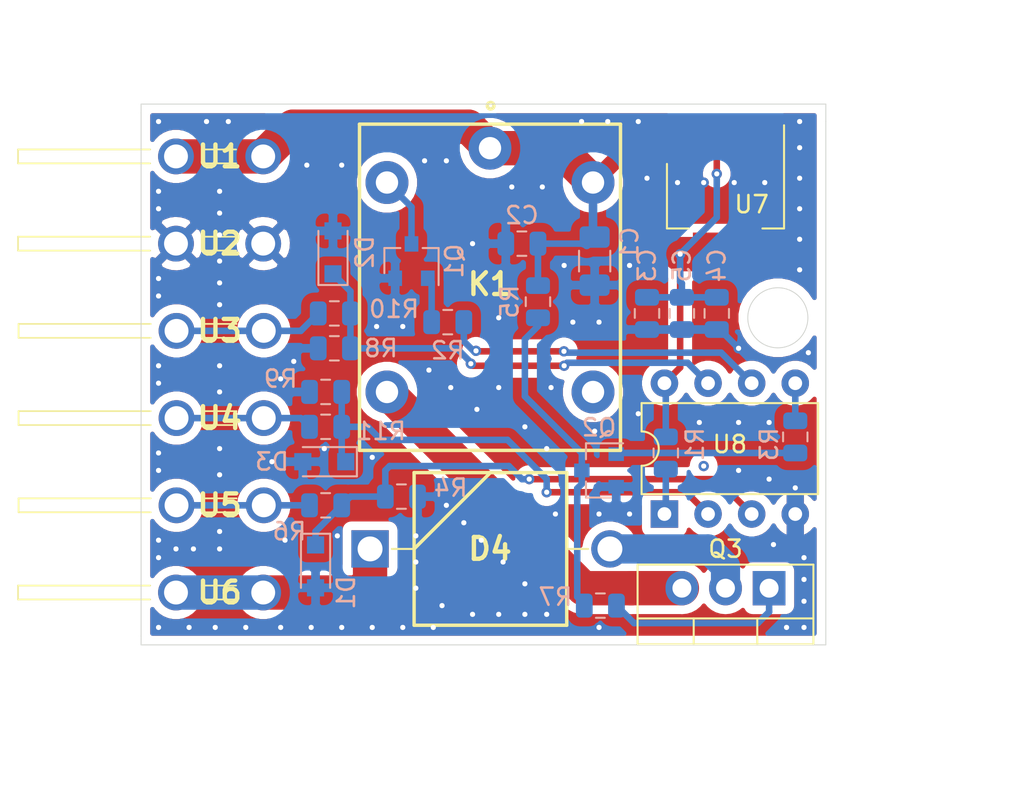
<source format=kicad_pcb>
(kicad_pcb (version 20171130) (host pcbnew "(5.1.5)-3")

  (general
    (thickness 1.6)
    (drawings 11)
    (tracks 241)
    (zones 0)
    (modules 32)
    (nets 22)
  )

  (page A4)
  (title_block
    (title "DRL Driver")
    (date 2020-04-12)
    (rev 1.0)
    (company "Wojciech Grzeliński")
    (comment 1 wojtekgrzela@gmail.com)
  )

  (layers
    (0 F.Cu signal)
    (31 B.Cu signal)
    (32 B.Adhes user)
    (33 F.Adhes user)
    (34 B.Paste user)
    (35 F.Paste user)
    (36 B.SilkS user)
    (37 F.SilkS user)
    (38 B.Mask user)
    (39 F.Mask user)
    (40 Dwgs.User user)
    (41 Cmts.User user)
    (42 Eco1.User user)
    (43 Eco2.User user)
    (44 Edge.Cuts user)
    (45 Margin user)
    (46 B.CrtYd user)
    (47 F.CrtYd user)
    (48 B.Fab user)
    (49 F.Fab user)
  )

  (setup
    (last_trace_width 0.25)
    (user_trace_width 0.381)
    (user_trace_width 0.5)
    (user_trace_width 1)
    (user_trace_width 1.7)
    (user_trace_width 2)
    (user_trace_width 4)
    (trace_clearance 0.2)
    (zone_clearance 0.508)
    (zone_45_only no)
    (trace_min 0.1524)
    (via_size 0.6)
    (via_drill 0.3)
    (via_min_size 0.6)
    (via_min_drill 0.3)
    (user_via 0.8 0.4)
    (user_via 1 0.6)
    (user_via 1.27 0.762)
    (uvia_size 0.6)
    (uvia_drill 0.3)
    (uvias_allowed no)
    (uvia_min_size 0.6)
    (uvia_min_drill 0.3)
    (edge_width 0.05)
    (segment_width 0.2)
    (pcb_text_width 0.3)
    (pcb_text_size 1.5 1.5)
    (mod_edge_width 0.12)
    (mod_text_size 1 1)
    (mod_text_width 0.15)
    (pad_size 1.524 1.524)
    (pad_drill 0.762)
    (pad_to_mask_clearance 0.051)
    (solder_mask_min_width 0.25)
    (aux_axis_origin 0 0)
    (visible_elements 7FFFFFFF)
    (pcbplotparams
      (layerselection 0x210fc_ffffffff)
      (usegerberextensions false)
      (usegerberattributes false)
      (usegerberadvancedattributes false)
      (creategerberjobfile false)
      (excludeedgelayer true)
      (linewidth 0.100000)
      (plotframeref false)
      (viasonmask false)
      (mode 1)
      (useauxorigin false)
      (hpglpennumber 1)
      (hpglpenspeed 20)
      (hpglpendiameter 15.000000)
      (psnegative false)
      (psa4output false)
      (plotreference true)
      (plotvalue false)
      (plotinvisibletext false)
      (padsonsilk false)
      (subtractmaskfromsilk false)
      (outputformat 1)
      (mirror false)
      (drillshape 0)
      (scaleselection 1)
      (outputdirectory "Gerber/"))
  )

  (net 0 "")
  (net 1 GND)
  (net 2 +12V)
  (net 3 +5V)
  (net 4 "Net-(D1-Pad1)")
  (net 5 "Net-(D2-Pad1)")
  (net 6 "Net-(D3-Pad1)")
  (net 7 "Net-(D4-Pad2)")
  (net 8 DRL_OUTPUT)
  (net 9 "Net-(K1-Pad4)")
  (net 10 "Net-(K1-Pad3)")
  (net 11 "Net-(K1-Pad2)")
  (net 12 "Net-(Q1-Pad1)")
  (net 13 "Net-(Q2-Pad3)")
  (net 14 "Net-(Q2-Pad1)")
  (net 15 "Net-(Q3-Pad1)")
  (net 16 "Net-(R1-Pad2)")
  (net 17 "Net-(R2-Pad2)")
  (net 18 "Net-(R3-Pad2)")
  (net 19 DRL_SIG)
  (net 20 HIGH_BEAMS)
  (net 21 LOW_BEAM)

  (net_class Default "To jest domyślna klasa połączeń."
    (clearance 0.2)
    (trace_width 0.25)
    (via_dia 0.6)
    (via_drill 0.3)
    (uvia_dia 0.6)
    (uvia_drill 0.3)
    (add_net +12V)
    (add_net +5V)
    (add_net DRL_OUTPUT)
    (add_net DRL_SIG)
    (add_net GND)
    (add_net HIGH_BEAMS)
    (add_net LOW_BEAM)
    (add_net "Net-(D1-Pad1)")
    (add_net "Net-(D2-Pad1)")
    (add_net "Net-(D3-Pad1)")
    (add_net "Net-(D4-Pad2)")
    (add_net "Net-(K1-Pad2)")
    (add_net "Net-(K1-Pad3)")
    (add_net "Net-(K1-Pad4)")
    (add_net "Net-(Q1-Pad1)")
    (add_net "Net-(Q2-Pad1)")
    (add_net "Net-(Q2-Pad3)")
    (add_net "Net-(Q3-Pad1)")
    (add_net "Net-(R1-Pad2)")
    (add_net "Net-(R2-Pad2)")
    (add_net "Net-(R3-Pad2)")
  )

  (module SamacSys_Parts:DIOAD4445W127L889D889 (layer F.Cu) (tedit 5E936575) (tstamp 5E938B04)
    (at 53.848 56.134)
    (descr "NTE5812HC thru NTE5817HC")
    (tags Diode)
    (path /5EA0E56F)
    (fp_text reference D4 (at 0 0) (layer F.SilkS)
      (effects (font (size 1.27 1.27) (thickness 0.254)))
    )
    (fp_text value "5->10A diode" (at 0.635 5.715) (layer F.SilkS) hide
      (effects (font (size 1.27 1.27) (thickness 0.254)))
    )
    (fp_line (start -4.42 0) (end 0.025 -4.445) (layer F.SilkS) (width 0.2))
    (fp_line (start -4.42 4.445) (end -4.42 -4.445) (layer F.SilkS) (width 0.2))
    (fp_line (start 4.47 4.445) (end -4.42 4.445) (layer F.SilkS) (width 0.2))
    (fp_line (start 4.47 -4.445) (end 4.47 4.445) (layer F.SilkS) (width 0.2))
    (fp_line (start -4.42 -4.445) (end 4.47 -4.445) (layer F.SilkS) (width 0.2))
    (fp_line (start -4.42 0) (end 0.025 -4.445) (layer F.Fab) (width 0.1))
    (fp_line (start -4.42 4.445) (end -4.42 -4.445) (layer F.Fab) (width 0.1))
    (fp_line (start 4.47 4.445) (end -4.42 4.445) (layer F.Fab) (width 0.1))
    (fp_line (start 4.47 -4.445) (end 4.47 4.445) (layer F.Fab) (width 0.1))
    (fp_line (start -4.42 -4.445) (end 4.47 -4.445) (layer F.Fab) (width 0.1))
    (fp_line (start -8.255 4.795) (end -8.255 -4.795) (layer F.CrtYd) (width 0.05))
    (fp_line (start 8.255 -4.795) (end 8.255 4.795) (layer F.CrtYd) (width 0.05))
    (fp_text user %R (at 0 -5.715) (layer F.Fab)
      (effects (font (size 1.27 1.27) (thickness 0.254)))
    )
    (fp_line (start 4.445 0) (end 5.715 0) (layer F.SilkS) (width 0.12))
    (fp_line (start -4.445 0) (end -5.715 0) (layer F.SilkS) (width 0.12))
    (pad 2 thru_hole circle (at 6.985 0) (size 2.175 2.175) (drill 1.45) (layers *.Cu *.Mask)
      (net 7 "Net-(D4-Pad2)"))
    (pad 1 thru_hole rect (at -6.985 0) (size 2.175 2.175) (drill 1.45) (layers *.Cu *.Mask)
      (net 8 DRL_OUTPUT))
    (model C:\Users\Dell\Documents\KiCad\MY_ELEMENTS\SamacSys_PCB_Library\KiCad\SamacSys_Parts.3dshapes\NTE5817HC.stp
      (at (xyz 0 0 0))
      (scale (xyz 1 1 1))
      (rotate (xyz 0 0 0))
    )
  )

  (module SamacSys_Parts:AZ943 (layer F.Cu) (tedit 5E9352D5) (tstamp 5E938B17)
    (at 53.848 40.894 270)
    (descr AZ943)
    (tags "Relay or Contactor")
    (path /5E964FEC)
    (fp_text reference K1 (at -0.181 0.027 180) (layer F.SilkS)
      (effects (font (size 1.27 1.27) (thickness 0.254)))
    )
    (fp_text value LEG1A-12 (at -0.181 0.027 90) (layer F.SilkS) hide
      (effects (font (size 1.27 1.27) (thickness 0.254)))
    )
    (fp_circle (center -10.573 -0.037) (end -10.573 0.05468) (layer F.SilkS) (width 0.2))
    (fp_line (start -9.5 7.6) (end -9.5 -7.6) (layer F.SilkS) (width 0.2))
    (fp_line (start 9.5 7.6) (end -9.5 7.6) (layer F.SilkS) (width 0.2))
    (fp_line (start 9.5 -7.6) (end 9.5 7.6) (layer F.SilkS) (width 0.2))
    (fp_line (start -9.5 -7.6) (end 9.5 -7.6) (layer F.SilkS) (width 0.2))
    (fp_line (start -9.5 7.6) (end -9.5 -7.6) (layer F.Fab) (width 0.2))
    (fp_line (start 9.5 7.6) (end -9.5 7.6) (layer F.Fab) (width 0.2))
    (fp_line (start 9.5 -7.6) (end 9.5 7.6) (layer F.Fab) (width 0.2))
    (fp_line (start -9.5 -7.6) (end 9.5 -7.6) (layer F.Fab) (width 0.2))
    (fp_text user %R (at -0.181 0.027 90) (layer F.Fab)
      (effects (font (size 1.27 1.27) (thickness 0.254)))
    )
    (pad 5 thru_hole circle (at -6.1 -6 270) (size 2.5 2.5) (drill 1.3) (layers *.Cu *.Mask)
      (net 2 +12V))
    (pad 4 thru_hole circle (at 6.1 -6 270) (size 2.5 2.5) (drill 1.3) (layers *.Cu *.Mask)
      (net 9 "Net-(K1-Pad4)"))
    (pad 3 thru_hole circle (at 6.1 6 270) (size 2.5 2.5) (drill 1.3) (layers *.Cu *.Mask)
      (net 10 "Net-(K1-Pad3)"))
    (pad 2 thru_hole circle (at -6.1 6 270) (size 2.5 2.5) (drill 1.3) (layers *.Cu *.Mask)
      (net 11 "Net-(K1-Pad2)"))
    (pad 1 thru_hole circle (at -8.1 0 270) (size 2.5 2.5) (drill 1.3) (layers *.Cu *.Mask)
      (net 2 +12V))
  )

  (module SamacSys_Parts:4966 (layer F.Cu) (tedit 0) (tstamp 5E938C2A)
    (at 35.56 33.274)
    (descr 4966-2)
    (tags "Undefined or Miscellaneous")
    (path /5E937A04)
    (fp_text reference U1 (at 2.54 0) (layer F.SilkS)
      (effects (font (size 1.27 1.27) (thickness 0.254)))
    )
    (fp_text value 4966 (at -1.539 0) (layer F.SilkS) hide
      (effects (font (size 1.27 1.27) (thickness 0.254)))
    )
    (fp_line (start 1.5 0.405) (end 3.5 0.405) (layer F.SilkS) (width 0.1))
    (fp_line (start 1.5 -0.405) (end 3.5 -0.405) (layer F.SilkS) (width 0.1))
    (fp_line (start -9.2 0.405) (end -1.5 0.405) (layer F.SilkS) (width 0.1))
    (fp_line (start -9.2 -0.405) (end -9.2 0.405) (layer F.SilkS) (width 0.1))
    (fp_line (start -1.5 -0.405) (end -9.2 -0.405) (layer F.SilkS) (width 0.1))
    (fp_line (start -10.2 2.043) (end -10.2 -2.043) (layer F.CrtYd) (width 0.1))
    (fp_line (start 7.122 2.043) (end -10.2 2.043) (layer F.CrtYd) (width 0.1))
    (fp_line (start 7.122 -2.043) (end 7.122 2.043) (layer F.CrtYd) (width 0.1))
    (fp_line (start -10.2 -2.043) (end 7.122 -2.043) (layer F.CrtYd) (width 0.1))
    (fp_line (start -9.2 0.405) (end -9.2 -0.405) (layer F.Fab) (width 0.2))
    (fp_line (start 5.79 0.405) (end -9.2 0.405) (layer F.Fab) (width 0.2))
    (fp_line (start 5.79 -0.405) (end 5.79 0.405) (layer F.Fab) (width 0.2))
    (fp_line (start -9.2 -0.405) (end 5.79 -0.405) (layer F.Fab) (width 0.2))
    (fp_text user %R (at -1.539 0) (layer F.Fab)
      (effects (font (size 1.27 1.27) (thickness 0.254)))
    )
    (pad 2 thru_hole circle (at 5.08 0) (size 2.085 2.085) (drill 1.39) (layers *.Cu *.Mask)
      (net 2 +12V))
    (pad 1 thru_hole circle (at 0 0) (size 2.085 2.085) (drill 1.39) (layers *.Cu *.Mask)
      (net 2 +12V))
    (model C:\Users\Dell\Documents\KiCad\MY_ELEMENTS\SamacSys_PCB_Library\KiCad\SamacSys_Parts.3dshapes\4966.stp
      (at (xyz 0 0 0))
      (scale (xyz 1 1 1))
      (rotate (xyz 0 0 0))
    )
  )

  (module SamacSys_Parts:4966 (layer F.Cu) (tedit 0) (tstamp 5E938C3E)
    (at 35.56 38.354)
    (descr 4966-2)
    (tags "Undefined or Miscellaneous")
    (path /5E93BF82)
    (fp_text reference U2 (at 2.54 0) (layer F.SilkS)
      (effects (font (size 1.27 1.27) (thickness 0.254)))
    )
    (fp_text value 4966 (at -1.539 0) (layer F.SilkS) hide
      (effects (font (size 1.27 1.27) (thickness 0.254)))
    )
    (fp_line (start 1.5 0.405) (end 3.5 0.405) (layer F.SilkS) (width 0.1))
    (fp_line (start 1.5 -0.405) (end 3.5 -0.405) (layer F.SilkS) (width 0.1))
    (fp_line (start -9.2 0.405) (end -1.5 0.405) (layer F.SilkS) (width 0.1))
    (fp_line (start -9.2 -0.405) (end -9.2 0.405) (layer F.SilkS) (width 0.1))
    (fp_line (start -1.5 -0.405) (end -9.2 -0.405) (layer F.SilkS) (width 0.1))
    (fp_line (start -10.2 2.043) (end -10.2 -2.043) (layer F.CrtYd) (width 0.1))
    (fp_line (start 7.122 2.043) (end -10.2 2.043) (layer F.CrtYd) (width 0.1))
    (fp_line (start 7.122 -2.043) (end 7.122 2.043) (layer F.CrtYd) (width 0.1))
    (fp_line (start -10.2 -2.043) (end 7.122 -2.043) (layer F.CrtYd) (width 0.1))
    (fp_line (start -9.2 0.405) (end -9.2 -0.405) (layer F.Fab) (width 0.2))
    (fp_line (start 5.79 0.405) (end -9.2 0.405) (layer F.Fab) (width 0.2))
    (fp_line (start 5.79 -0.405) (end 5.79 0.405) (layer F.Fab) (width 0.2))
    (fp_line (start -9.2 -0.405) (end 5.79 -0.405) (layer F.Fab) (width 0.2))
    (fp_text user %R (at -1.539 0) (layer F.Fab)
      (effects (font (size 1.27 1.27) (thickness 0.254)))
    )
    (pad 2 thru_hole circle (at 5.08 0) (size 2.085 2.085) (drill 1.39) (layers *.Cu *.Mask)
      (net 1 GND))
    (pad 1 thru_hole circle (at 0 0) (size 2.085 2.085) (drill 1.39) (layers *.Cu *.Mask)
      (net 1 GND))
    (model C:\Users\Dell\Documents\KiCad\MY_ELEMENTS\SamacSys_PCB_Library\KiCad\SamacSys_Parts.3dshapes\4966.stp
      (at (xyz 0 0 0))
      (scale (xyz 1 1 1))
      (rotate (xyz 0 0 0))
    )
  )

  (module SamacSys_Parts:4966 (layer F.Cu) (tedit 0) (tstamp 5E939B0A)
    (at 35.5915 43.434)
    (descr 4966-2)
    (tags "Undefined or Miscellaneous")
    (path /5E93C5D1)
    (fp_text reference U3 (at 2.5085 0) (layer F.SilkS)
      (effects (font (size 1.27 1.27) (thickness 0.254)))
    )
    (fp_text value 4966 (at -1.539 0) (layer F.SilkS) hide
      (effects (font (size 1.27 1.27) (thickness 0.254)))
    )
    (fp_line (start 1.5 0.405) (end 3.5 0.405) (layer F.SilkS) (width 0.1))
    (fp_line (start 1.5 -0.405) (end 3.5 -0.405) (layer F.SilkS) (width 0.1))
    (fp_line (start -9.2 0.405) (end -1.5 0.405) (layer F.SilkS) (width 0.1))
    (fp_line (start -9.2 -0.405) (end -9.2 0.405) (layer F.SilkS) (width 0.1))
    (fp_line (start -1.5 -0.405) (end -9.2 -0.405) (layer F.SilkS) (width 0.1))
    (fp_line (start -10.2 2.043) (end -10.2 -2.043) (layer F.CrtYd) (width 0.1))
    (fp_line (start 7.122 2.043) (end -10.2 2.043) (layer F.CrtYd) (width 0.1))
    (fp_line (start 7.122 -2.043) (end 7.122 2.043) (layer F.CrtYd) (width 0.1))
    (fp_line (start -10.2 -2.043) (end 7.122 -2.043) (layer F.CrtYd) (width 0.1))
    (fp_line (start -9.2 0.405) (end -9.2 -0.405) (layer F.Fab) (width 0.2))
    (fp_line (start 5.79 0.405) (end -9.2 0.405) (layer F.Fab) (width 0.2))
    (fp_line (start 5.79 -0.405) (end 5.79 0.405) (layer F.Fab) (width 0.2))
    (fp_line (start -9.2 -0.405) (end 5.79 -0.405) (layer F.Fab) (width 0.2))
    (fp_text user %R (at -1.539 0) (layer F.Fab)
      (effects (font (size 1.27 1.27) (thickness 0.254)))
    )
    (pad 2 thru_hole circle (at 5.08 0) (size 2.085 2.085) (drill 1.39) (layers *.Cu *.Mask)
      (net 20 HIGH_BEAMS))
    (pad 1 thru_hole circle (at 0 0) (size 2.085 2.085) (drill 1.39) (layers *.Cu *.Mask)
      (net 20 HIGH_BEAMS))
    (model C:\Users\Dell\Documents\KiCad\MY_ELEMENTS\SamacSys_PCB_Library\KiCad\SamacSys_Parts.3dshapes\4966.stp
      (at (xyz 0 0 0))
      (scale (xyz 1 1 1))
      (rotate (xyz 0 0 0))
    )
  )

  (module SamacSys_Parts:4966 (layer F.Cu) (tedit 0) (tstamp 5E938C66)
    (at 35.5915 48.514)
    (descr 4966-2)
    (tags "Undefined or Miscellaneous")
    (path /5E93CE89)
    (fp_text reference U4 (at 2.5085 0) (layer F.SilkS)
      (effects (font (size 1.27 1.27) (thickness 0.254)))
    )
    (fp_text value 4966 (at -1.539 0) (layer F.SilkS) hide
      (effects (font (size 1.27 1.27) (thickness 0.254)))
    )
    (fp_line (start 1.5 0.405) (end 3.5 0.405) (layer F.SilkS) (width 0.1))
    (fp_line (start 1.5 -0.405) (end 3.5 -0.405) (layer F.SilkS) (width 0.1))
    (fp_line (start -9.2 0.405) (end -1.5 0.405) (layer F.SilkS) (width 0.1))
    (fp_line (start -9.2 -0.405) (end -9.2 0.405) (layer F.SilkS) (width 0.1))
    (fp_line (start -1.5 -0.405) (end -9.2 -0.405) (layer F.SilkS) (width 0.1))
    (fp_line (start -10.2 2.043) (end -10.2 -2.043) (layer F.CrtYd) (width 0.1))
    (fp_line (start 7.122 2.043) (end -10.2 2.043) (layer F.CrtYd) (width 0.1))
    (fp_line (start 7.122 -2.043) (end 7.122 2.043) (layer F.CrtYd) (width 0.1))
    (fp_line (start -10.2 -2.043) (end 7.122 -2.043) (layer F.CrtYd) (width 0.1))
    (fp_line (start -9.2 0.405) (end -9.2 -0.405) (layer F.Fab) (width 0.2))
    (fp_line (start 5.79 0.405) (end -9.2 0.405) (layer F.Fab) (width 0.2))
    (fp_line (start 5.79 -0.405) (end 5.79 0.405) (layer F.Fab) (width 0.2))
    (fp_line (start -9.2 -0.405) (end 5.79 -0.405) (layer F.Fab) (width 0.2))
    (fp_text user %R (at -1.539 0) (layer F.Fab)
      (effects (font (size 1.27 1.27) (thickness 0.254)))
    )
    (pad 2 thru_hole circle (at 5.08 0) (size 2.085 2.085) (drill 1.39) (layers *.Cu *.Mask)
      (net 21 LOW_BEAM))
    (pad 1 thru_hole circle (at 0 0) (size 2.085 2.085) (drill 1.39) (layers *.Cu *.Mask)
      (net 21 LOW_BEAM))
    (model C:\Users\Dell\Documents\KiCad\MY_ELEMENTS\SamacSys_PCB_Library\KiCad\SamacSys_Parts.3dshapes\4966.stp
      (at (xyz 0 0 0))
      (scale (xyz 1 1 1))
      (rotate (xyz 0 0 0))
    )
  )

  (module SamacSys_Parts:4966 (layer F.Cu) (tedit 0) (tstamp 5E938C7A)
    (at 35.5915 53.594)
    (descr 4966-2)
    (tags "Undefined or Miscellaneous")
    (path /5E9628B3)
    (fp_text reference U5 (at 2.5085 0) (layer F.SilkS)
      (effects (font (size 1.27 1.27) (thickness 0.254)))
    )
    (fp_text value 4966 (at -1.539 0) (layer F.SilkS) hide
      (effects (font (size 1.27 1.27) (thickness 0.254)))
    )
    (fp_line (start 1.5 0.405) (end 3.5 0.405) (layer F.SilkS) (width 0.1))
    (fp_line (start 1.5 -0.405) (end 3.5 -0.405) (layer F.SilkS) (width 0.1))
    (fp_line (start -9.2 0.405) (end -1.5 0.405) (layer F.SilkS) (width 0.1))
    (fp_line (start -9.2 -0.405) (end -9.2 0.405) (layer F.SilkS) (width 0.1))
    (fp_line (start -1.5 -0.405) (end -9.2 -0.405) (layer F.SilkS) (width 0.1))
    (fp_line (start -10.2 2.043) (end -10.2 -2.043) (layer F.CrtYd) (width 0.1))
    (fp_line (start 7.122 2.043) (end -10.2 2.043) (layer F.CrtYd) (width 0.1))
    (fp_line (start 7.122 -2.043) (end 7.122 2.043) (layer F.CrtYd) (width 0.1))
    (fp_line (start -10.2 -2.043) (end 7.122 -2.043) (layer F.CrtYd) (width 0.1))
    (fp_line (start -9.2 0.405) (end -9.2 -0.405) (layer F.Fab) (width 0.2))
    (fp_line (start 5.79 0.405) (end -9.2 0.405) (layer F.Fab) (width 0.2))
    (fp_line (start 5.79 -0.405) (end 5.79 0.405) (layer F.Fab) (width 0.2))
    (fp_line (start -9.2 -0.405) (end 5.79 -0.405) (layer F.Fab) (width 0.2))
    (fp_text user %R (at -1.539 0) (layer F.Fab)
      (effects (font (size 1.27 1.27) (thickness 0.254)))
    )
    (pad 2 thru_hole circle (at 5.08 0) (size 2.085 2.085) (drill 1.39) (layers *.Cu *.Mask)
      (net 19 DRL_SIG))
    (pad 1 thru_hole circle (at 0 0) (size 2.085 2.085) (drill 1.39) (layers *.Cu *.Mask)
      (net 19 DRL_SIG))
    (model C:\Users\Dell\Documents\KiCad\MY_ELEMENTS\SamacSys_PCB_Library\KiCad\SamacSys_Parts.3dshapes\4966.stp
      (at (xyz 0 0 0))
      (scale (xyz 1 1 1))
      (rotate (xyz 0 0 0))
    )
  )

  (module SamacSys_Parts:4966 (layer F.Cu) (tedit 0) (tstamp 5E938C8E)
    (at 35.56 58.674)
    (descr 4966-2)
    (tags "Undefined or Miscellaneous")
    (path /5E96396F)
    (fp_text reference U6 (at 2.54 0) (layer F.SilkS)
      (effects (font (size 1.27 1.27) (thickness 0.254)))
    )
    (fp_text value 4966 (at -1.539 0) (layer F.SilkS) hide
      (effects (font (size 1.27 1.27) (thickness 0.254)))
    )
    (fp_line (start 1.5 0.405) (end 3.5 0.405) (layer F.SilkS) (width 0.1))
    (fp_line (start 1.5 -0.405) (end 3.5 -0.405) (layer F.SilkS) (width 0.1))
    (fp_line (start -9.2 0.405) (end -1.5 0.405) (layer F.SilkS) (width 0.1))
    (fp_line (start -9.2 -0.405) (end -9.2 0.405) (layer F.SilkS) (width 0.1))
    (fp_line (start -1.5 -0.405) (end -9.2 -0.405) (layer F.SilkS) (width 0.1))
    (fp_line (start -10.2 2.043) (end -10.2 -2.043) (layer F.CrtYd) (width 0.1))
    (fp_line (start 7.122 2.043) (end -10.2 2.043) (layer F.CrtYd) (width 0.1))
    (fp_line (start 7.122 -2.043) (end 7.122 2.043) (layer F.CrtYd) (width 0.1))
    (fp_line (start -10.2 -2.043) (end 7.122 -2.043) (layer F.CrtYd) (width 0.1))
    (fp_line (start -9.2 0.405) (end -9.2 -0.405) (layer F.Fab) (width 0.2))
    (fp_line (start 5.79 0.405) (end -9.2 0.405) (layer F.Fab) (width 0.2))
    (fp_line (start 5.79 -0.405) (end 5.79 0.405) (layer F.Fab) (width 0.2))
    (fp_line (start -9.2 -0.405) (end 5.79 -0.405) (layer F.Fab) (width 0.2))
    (fp_text user %R (at -1.539 0) (layer F.Fab)
      (effects (font (size 1.27 1.27) (thickness 0.254)))
    )
    (pad 2 thru_hole circle (at 5.08 0) (size 2.085 2.085) (drill 1.39) (layers *.Cu *.Mask)
      (net 8 DRL_OUTPUT))
    (pad 1 thru_hole circle (at 0 0) (size 2.085 2.085) (drill 1.39) (layers *.Cu *.Mask)
      (net 8 DRL_OUTPUT))
    (model C:\Users\Dell\Documents\KiCad\MY_ELEMENTS\SamacSys_PCB_Library\KiCad\SamacSys_Parts.3dshapes\4966.stp
      (at (xyz 0 0 0))
      (scale (xyz 1 1 1))
      (rotate (xyz 0 0 0))
    )
  )

  (module Package_DIP:DIP-8_W7.62mm (layer F.Cu) (tedit 5A02E8C5) (tstamp 5E93BD6D)
    (at 64.008 54.102 90)
    (descr "8-lead though-hole mounted DIP package, row spacing 7.62 mm (300 mils)")
    (tags "THT DIP DIL PDIP 2.54mm 7.62mm 300mil")
    (path /5E933B1A)
    (fp_text reference U8 (at 4.064 3.81 180) (layer F.SilkS)
      (effects (font (size 1 1) (thickness 0.15)))
    )
    (fp_text value ATtiny13V-10PU (at 3.81 9.95 90) (layer F.Fab)
      (effects (font (size 1 1) (thickness 0.15)))
    )
    (fp_text user %R (at 3.81 3.81 90) (layer F.Fab)
      (effects (font (size 1 1) (thickness 0.15)))
    )
    (fp_line (start 8.7 -1.55) (end -1.1 -1.55) (layer F.CrtYd) (width 0.05))
    (fp_line (start 8.7 9.15) (end 8.7 -1.55) (layer F.CrtYd) (width 0.05))
    (fp_line (start -1.1 9.15) (end 8.7 9.15) (layer F.CrtYd) (width 0.05))
    (fp_line (start -1.1 -1.55) (end -1.1 9.15) (layer F.CrtYd) (width 0.05))
    (fp_line (start 6.46 -1.33) (end 4.81 -1.33) (layer F.SilkS) (width 0.12))
    (fp_line (start 6.46 8.95) (end 6.46 -1.33) (layer F.SilkS) (width 0.12))
    (fp_line (start 1.16 8.95) (end 6.46 8.95) (layer F.SilkS) (width 0.12))
    (fp_line (start 1.16 -1.33) (end 1.16 8.95) (layer F.SilkS) (width 0.12))
    (fp_line (start 2.81 -1.33) (end 1.16 -1.33) (layer F.SilkS) (width 0.12))
    (fp_line (start 0.635 -0.27) (end 1.635 -1.27) (layer F.Fab) (width 0.1))
    (fp_line (start 0.635 8.89) (end 0.635 -0.27) (layer F.Fab) (width 0.1))
    (fp_line (start 6.985 8.89) (end 0.635 8.89) (layer F.Fab) (width 0.1))
    (fp_line (start 6.985 -1.27) (end 6.985 8.89) (layer F.Fab) (width 0.1))
    (fp_line (start 1.635 -1.27) (end 6.985 -1.27) (layer F.Fab) (width 0.1))
    (fp_arc (start 3.81 -1.33) (end 2.81 -1.33) (angle -180) (layer F.SilkS) (width 0.12))
    (pad 8 thru_hole oval (at 7.62 0 90) (size 1.6 1.6) (drill 0.8) (layers *.Cu *.Mask)
      (net 3 +5V))
    (pad 4 thru_hole oval (at 0 7.62 90) (size 1.6 1.6) (drill 0.8) (layers *.Cu *.Mask)
      (net 1 GND))
    (pad 7 thru_hole oval (at 7.62 2.54 90) (size 1.6 1.6) (drill 0.8) (layers *.Cu *.Mask)
      (net 5 "Net-(D2-Pad1)"))
    (pad 3 thru_hole oval (at 0 5.08 90) (size 1.6 1.6) (drill 0.8) (layers *.Cu *.Mask)
      (net 4 "Net-(D1-Pad1)"))
    (pad 6 thru_hole oval (at 7.62 5.08 90) (size 1.6 1.6) (drill 0.8) (layers *.Cu *.Mask)
      (net 17 "Net-(R2-Pad2)"))
    (pad 2 thru_hole oval (at 0 2.54 90) (size 1.6 1.6) (drill 0.8) (layers *.Cu *.Mask)
      (net 6 "Net-(D3-Pad1)"))
    (pad 5 thru_hole oval (at 7.62 7.62 90) (size 1.6 1.6) (drill 0.8) (layers *.Cu *.Mask)
      (net 18 "Net-(R3-Pad2)"))
    (pad 1 thru_hole rect (at 0 0 90) (size 1.6 1.6) (drill 0.8) (layers *.Cu *.Mask)
      (net 16 "Net-(R1-Pad2)"))
    (model ${KISYS3DMOD}/Package_DIP.3dshapes/DIP-8_W7.62mm.wrl
      (at (xyz 0 0 0))
      (scale (xyz 1 1 1))
      (rotate (xyz 0 0 0))
    )
  )

  (module Package_TO_SOT_SMD:SOT-223-3_TabPin2 (layer F.Cu) (tedit 5A02FF57) (tstamp 5E938CA4)
    (at 67.564 35.56 270)
    (descr "module CMS SOT223 4 pins")
    (tags "CMS SOT")
    (path /5E936264)
    (attr smd)
    (fp_text reference U7 (at 0.508 -1.524 180) (layer F.SilkS)
      (effects (font (size 1 1) (thickness 0.15)))
    )
    (fp_text value AZ1117-5.0 (at 0 4.5 90) (layer F.Fab)
      (effects (font (size 1 1) (thickness 0.15)))
    )
    (fp_line (start 1.85 -3.35) (end 1.85 3.35) (layer F.Fab) (width 0.1))
    (fp_line (start -1.85 3.35) (end 1.85 3.35) (layer F.Fab) (width 0.1))
    (fp_line (start -4.1 -3.41) (end 1.91 -3.41) (layer F.SilkS) (width 0.12))
    (fp_line (start -0.85 -3.35) (end 1.85 -3.35) (layer F.Fab) (width 0.1))
    (fp_line (start -1.85 3.41) (end 1.91 3.41) (layer F.SilkS) (width 0.12))
    (fp_line (start -1.85 -2.35) (end -1.85 3.35) (layer F.Fab) (width 0.1))
    (fp_line (start -1.85 -2.35) (end -0.85 -3.35) (layer F.Fab) (width 0.1))
    (fp_line (start -4.4 -3.6) (end -4.4 3.6) (layer F.CrtYd) (width 0.05))
    (fp_line (start -4.4 3.6) (end 4.4 3.6) (layer F.CrtYd) (width 0.05))
    (fp_line (start 4.4 3.6) (end 4.4 -3.6) (layer F.CrtYd) (width 0.05))
    (fp_line (start 4.4 -3.6) (end -4.4 -3.6) (layer F.CrtYd) (width 0.05))
    (fp_line (start 1.91 -3.41) (end 1.91 -2.15) (layer F.SilkS) (width 0.12))
    (fp_line (start 1.91 3.41) (end 1.91 2.15) (layer F.SilkS) (width 0.12))
    (fp_text user %R (at 0 0) (layer F.Fab)
      (effects (font (size 0.8 0.8) (thickness 0.12)))
    )
    (pad 1 smd rect (at -3.15 -2.3 270) (size 2 1.5) (layers F.Cu F.Paste F.Mask)
      (net 1 GND))
    (pad 3 smd rect (at -3.15 2.3 270) (size 2 1.5) (layers F.Cu F.Paste F.Mask)
      (net 2 +12V))
    (pad 2 smd rect (at -3.15 0 270) (size 2 1.5) (layers F.Cu F.Paste F.Mask)
      (net 3 +5V))
    (pad 2 smd rect (at 3.15 0 270) (size 2 3.8) (layers F.Cu F.Paste F.Mask)
      (net 3 +5V))
    (model ${KISYS3DMOD}/Package_TO_SOT_SMD.3dshapes/SOT-223.wrl
      (at (xyz 0 0 0))
      (scale (xyz 1 1 1))
      (rotate (xyz 0 0 0))
    )
  )

  (module Resistor_SMD:R_0805_2012Metric (layer B.Cu) (tedit 5B36C52B) (tstamp 5E938C16)
    (at 44.2745 49.022)
    (descr "Resistor SMD 0805 (2012 Metric), square (rectangular) end terminal, IPC_7351 nominal, (Body size source: https://docs.google.com/spreadsheets/d/1BsfQQcO9C6DZCsRaXUlFlo91Tg2WpOkGARC1WS5S8t0/edit?usp=sharing), generated with kicad-footprint-generator")
    (tags resistor)
    (path /5E9C931F)
    (attr smd)
    (fp_text reference R11 (at 3.2235 0.254) (layer B.SilkS)
      (effects (font (size 1 1) (thickness 0.15)) (justify mirror))
    )
    (fp_text value 10k (at 0 -1.65) (layer B.Fab)
      (effects (font (size 1 1) (thickness 0.15)) (justify mirror))
    )
    (fp_text user %R (at 0 0) (layer B.Fab)
      (effects (font (size 0.5 0.5) (thickness 0.08)) (justify mirror))
    )
    (fp_line (start 1.68 -0.95) (end -1.68 -0.95) (layer B.CrtYd) (width 0.05))
    (fp_line (start 1.68 0.95) (end 1.68 -0.95) (layer B.CrtYd) (width 0.05))
    (fp_line (start -1.68 0.95) (end 1.68 0.95) (layer B.CrtYd) (width 0.05))
    (fp_line (start -1.68 -0.95) (end -1.68 0.95) (layer B.CrtYd) (width 0.05))
    (fp_line (start -0.258578 -0.71) (end 0.258578 -0.71) (layer B.SilkS) (width 0.12))
    (fp_line (start -0.258578 0.71) (end 0.258578 0.71) (layer B.SilkS) (width 0.12))
    (fp_line (start 1 -0.6) (end -1 -0.6) (layer B.Fab) (width 0.1))
    (fp_line (start 1 0.6) (end 1 -0.6) (layer B.Fab) (width 0.1))
    (fp_line (start -1 0.6) (end 1 0.6) (layer B.Fab) (width 0.1))
    (fp_line (start -1 -0.6) (end -1 0.6) (layer B.Fab) (width 0.1))
    (pad 2 smd roundrect (at 0.9375 0) (size 0.975 1.4) (layers B.Cu B.Paste B.Mask) (roundrect_rratio 0.25)
      (net 6 "Net-(D3-Pad1)"))
    (pad 1 smd roundrect (at -0.9375 0) (size 0.975 1.4) (layers B.Cu B.Paste B.Mask) (roundrect_rratio 0.25)
      (net 21 LOW_BEAM))
    (model ${KISYS3DMOD}/Resistor_SMD.3dshapes/R_0805_2012Metric.wrl
      (at (xyz 0 0 0))
      (scale (xyz 1 1 1))
      (rotate (xyz 0 0 0))
    )
  )

  (module Resistor_SMD:R_0805_2012Metric (layer B.Cu) (tedit 5B36C52B) (tstamp 5E938C05)
    (at 44.7825 42.418)
    (descr "Resistor SMD 0805 (2012 Metric), square (rectangular) end terminal, IPC_7351 nominal, (Body size source: https://docs.google.com/spreadsheets/d/1BsfQQcO9C6DZCsRaXUlFlo91Tg2WpOkGARC1WS5S8t0/edit?usp=sharing), generated with kicad-footprint-generator")
    (tags resistor)
    (path /5E9EA8AF)
    (attr smd)
    (fp_text reference R10 (at 3.4775 -0.254) (layer B.SilkS)
      (effects (font (size 1 1) (thickness 0.15)) (justify mirror))
    )
    (fp_text value 10k (at 0 -1.65) (layer B.Fab)
      (effects (font (size 1 1) (thickness 0.15)) (justify mirror))
    )
    (fp_text user %R (at 0 0) (layer B.Fab)
      (effects (font (size 0.5 0.5) (thickness 0.08)) (justify mirror))
    )
    (fp_line (start 1.68 -0.95) (end -1.68 -0.95) (layer B.CrtYd) (width 0.05))
    (fp_line (start 1.68 0.95) (end 1.68 -0.95) (layer B.CrtYd) (width 0.05))
    (fp_line (start -1.68 0.95) (end 1.68 0.95) (layer B.CrtYd) (width 0.05))
    (fp_line (start -1.68 -0.95) (end -1.68 0.95) (layer B.CrtYd) (width 0.05))
    (fp_line (start -0.258578 -0.71) (end 0.258578 -0.71) (layer B.SilkS) (width 0.12))
    (fp_line (start -0.258578 0.71) (end 0.258578 0.71) (layer B.SilkS) (width 0.12))
    (fp_line (start 1 -0.6) (end -1 -0.6) (layer B.Fab) (width 0.1))
    (fp_line (start 1 0.6) (end 1 -0.6) (layer B.Fab) (width 0.1))
    (fp_line (start -1 0.6) (end 1 0.6) (layer B.Fab) (width 0.1))
    (fp_line (start -1 -0.6) (end -1 0.6) (layer B.Fab) (width 0.1))
    (pad 2 smd roundrect (at 0.9375 0) (size 0.975 1.4) (layers B.Cu B.Paste B.Mask) (roundrect_rratio 0.25)
      (net 5 "Net-(D2-Pad1)"))
    (pad 1 smd roundrect (at -0.9375 0) (size 0.975 1.4) (layers B.Cu B.Paste B.Mask) (roundrect_rratio 0.25)
      (net 20 HIGH_BEAMS))
    (model ${KISYS3DMOD}/Resistor_SMD.3dshapes/R_0805_2012Metric.wrl
      (at (xyz 0 0 0))
      (scale (xyz 1 1 1))
      (rotate (xyz 0 0 0))
    )
  )

  (module Resistor_SMD:R_0805_2012Metric (layer B.Cu) (tedit 5B36C52B) (tstamp 5E938BF4)
    (at 44.2745 46.99 180)
    (descr "Resistor SMD 0805 (2012 Metric), square (rectangular) end terminal, IPC_7351 nominal, (Body size source: https://docs.google.com/spreadsheets/d/1BsfQQcO9C6DZCsRaXUlFlo91Tg2WpOkGARC1WS5S8t0/edit?usp=sharing), generated with kicad-footprint-generator")
    (tags resistor)
    (path /5E9CB268)
    (attr smd)
    (fp_text reference R9 (at 2.6185 0.762) (layer B.SilkS)
      (effects (font (size 1 1) (thickness 0.15)) (justify mirror))
    )
    (fp_text value 10k (at 0 -1.65) (layer B.Fab)
      (effects (font (size 1 1) (thickness 0.15)) (justify mirror))
    )
    (fp_text user %R (at 0 0) (layer B.Fab)
      (effects (font (size 0.5 0.5) (thickness 0.08)) (justify mirror))
    )
    (fp_line (start 1.68 -0.95) (end -1.68 -0.95) (layer B.CrtYd) (width 0.05))
    (fp_line (start 1.68 0.95) (end 1.68 -0.95) (layer B.CrtYd) (width 0.05))
    (fp_line (start -1.68 0.95) (end 1.68 0.95) (layer B.CrtYd) (width 0.05))
    (fp_line (start -1.68 -0.95) (end -1.68 0.95) (layer B.CrtYd) (width 0.05))
    (fp_line (start -0.258578 -0.71) (end 0.258578 -0.71) (layer B.SilkS) (width 0.12))
    (fp_line (start -0.258578 0.71) (end 0.258578 0.71) (layer B.SilkS) (width 0.12))
    (fp_line (start 1 -0.6) (end -1 -0.6) (layer B.Fab) (width 0.1))
    (fp_line (start 1 0.6) (end 1 -0.6) (layer B.Fab) (width 0.1))
    (fp_line (start -1 0.6) (end 1 0.6) (layer B.Fab) (width 0.1))
    (fp_line (start -1 -0.6) (end -1 0.6) (layer B.Fab) (width 0.1))
    (pad 2 smd roundrect (at 0.9375 0 180) (size 0.975 1.4) (layers B.Cu B.Paste B.Mask) (roundrect_rratio 0.25)
      (net 1 GND))
    (pad 1 smd roundrect (at -0.9375 0 180) (size 0.975 1.4) (layers B.Cu B.Paste B.Mask) (roundrect_rratio 0.25)
      (net 6 "Net-(D3-Pad1)"))
    (model ${KISYS3DMOD}/Resistor_SMD.3dshapes/R_0805_2012Metric.wrl
      (at (xyz 0 0 0))
      (scale (xyz 1 1 1))
      (rotate (xyz 0 0 0))
    )
  )

  (module Resistor_SMD:R_0805_2012Metric (layer B.Cu) (tedit 5B36C52B) (tstamp 5E938BE3)
    (at 44.7825 44.45 180)
    (descr "Resistor SMD 0805 (2012 Metric), square (rectangular) end terminal, IPC_7351 nominal, (Body size source: https://docs.google.com/spreadsheets/d/1BsfQQcO9C6DZCsRaXUlFlo91Tg2WpOkGARC1WS5S8t0/edit?usp=sharing), generated with kicad-footprint-generator")
    (tags resistor)
    (path /5E9EA8B5)
    (attr smd)
    (fp_text reference R8 (at -2.7155 0) (layer B.SilkS)
      (effects (font (size 1 1) (thickness 0.15)) (justify mirror))
    )
    (fp_text value 10k (at 0 -1.65) (layer B.Fab)
      (effects (font (size 1 1) (thickness 0.15)) (justify mirror))
    )
    (fp_text user %R (at 0 0) (layer B.Fab)
      (effects (font (size 0.5 0.5) (thickness 0.08)) (justify mirror))
    )
    (fp_line (start 1.68 -0.95) (end -1.68 -0.95) (layer B.CrtYd) (width 0.05))
    (fp_line (start 1.68 0.95) (end 1.68 -0.95) (layer B.CrtYd) (width 0.05))
    (fp_line (start -1.68 0.95) (end 1.68 0.95) (layer B.CrtYd) (width 0.05))
    (fp_line (start -1.68 -0.95) (end -1.68 0.95) (layer B.CrtYd) (width 0.05))
    (fp_line (start -0.258578 -0.71) (end 0.258578 -0.71) (layer B.SilkS) (width 0.12))
    (fp_line (start -0.258578 0.71) (end 0.258578 0.71) (layer B.SilkS) (width 0.12))
    (fp_line (start 1 -0.6) (end -1 -0.6) (layer B.Fab) (width 0.1))
    (fp_line (start 1 0.6) (end 1 -0.6) (layer B.Fab) (width 0.1))
    (fp_line (start -1 0.6) (end 1 0.6) (layer B.Fab) (width 0.1))
    (fp_line (start -1 -0.6) (end -1 0.6) (layer B.Fab) (width 0.1))
    (pad 2 smd roundrect (at 0.9375 0 180) (size 0.975 1.4) (layers B.Cu B.Paste B.Mask) (roundrect_rratio 0.25)
      (net 1 GND))
    (pad 1 smd roundrect (at -0.9375 0 180) (size 0.975 1.4) (layers B.Cu B.Paste B.Mask) (roundrect_rratio 0.25)
      (net 5 "Net-(D2-Pad1)"))
    (model ${KISYS3DMOD}/Resistor_SMD.3dshapes/R_0805_2012Metric.wrl
      (at (xyz 0 0 0))
      (scale (xyz 1 1 1))
      (rotate (xyz 0 0 0))
    )
  )

  (module Resistor_SMD:R_0805_2012Metric (layer B.Cu) (tedit 5B36C52B) (tstamp 5E938BD2)
    (at 60.2765 59.436 180)
    (descr "Resistor SMD 0805 (2012 Metric), square (rectangular) end terminal, IPC_7351 nominal, (Body size source: https://docs.google.com/spreadsheets/d/1BsfQQcO9C6DZCsRaXUlFlo91Tg2WpOkGARC1WS5S8t0/edit?usp=sharing), generated with kicad-footprint-generator")
    (tags resistor)
    (path /5E95BAC7)
    (attr smd)
    (fp_text reference R7 (at 2.6185 0.508) (layer B.SilkS)
      (effects (font (size 1 1) (thickness 0.15)) (justify mirror))
    )
    (fp_text value 100 (at 0 -1.65) (layer B.Fab)
      (effects (font (size 1 1) (thickness 0.15)) (justify mirror))
    )
    (fp_text user %R (at 0 0) (layer B.Fab)
      (effects (font (size 0.5 0.5) (thickness 0.08)) (justify mirror))
    )
    (fp_line (start 1.68 -0.95) (end -1.68 -0.95) (layer B.CrtYd) (width 0.05))
    (fp_line (start 1.68 0.95) (end 1.68 -0.95) (layer B.CrtYd) (width 0.05))
    (fp_line (start -1.68 0.95) (end 1.68 0.95) (layer B.CrtYd) (width 0.05))
    (fp_line (start -1.68 -0.95) (end -1.68 0.95) (layer B.CrtYd) (width 0.05))
    (fp_line (start -0.258578 -0.71) (end 0.258578 -0.71) (layer B.SilkS) (width 0.12))
    (fp_line (start -0.258578 0.71) (end 0.258578 0.71) (layer B.SilkS) (width 0.12))
    (fp_line (start 1 -0.6) (end -1 -0.6) (layer B.Fab) (width 0.1))
    (fp_line (start 1 0.6) (end 1 -0.6) (layer B.Fab) (width 0.1))
    (fp_line (start -1 0.6) (end 1 0.6) (layer B.Fab) (width 0.1))
    (fp_line (start -1 -0.6) (end -1 0.6) (layer B.Fab) (width 0.1))
    (pad 2 smd roundrect (at 0.9375 0 180) (size 0.975 1.4) (layers B.Cu B.Paste B.Mask) (roundrect_rratio 0.25)
      (net 13 "Net-(Q2-Pad3)"))
    (pad 1 smd roundrect (at -0.9375 0 180) (size 0.975 1.4) (layers B.Cu B.Paste B.Mask) (roundrect_rratio 0.25)
      (net 15 "Net-(Q3-Pad1)"))
    (model ${KISYS3DMOD}/Resistor_SMD.3dshapes/R_0805_2012Metric.wrl
      (at (xyz 0 0 0))
      (scale (xyz 1 1 1))
      (rotate (xyz 0 0 0))
    )
  )

  (module Resistor_SMD:R_0805_2012Metric (layer B.Cu) (tedit 5B36C52B) (tstamp 5E938BC1)
    (at 44.2745 53.594)
    (descr "Resistor SMD 0805 (2012 Metric), square (rectangular) end terminal, IPC_7351 nominal, (Body size source: https://docs.google.com/spreadsheets/d/1BsfQQcO9C6DZCsRaXUlFlo91Tg2WpOkGARC1WS5S8t0/edit?usp=sharing), generated with kicad-footprint-generator")
    (tags resistor)
    (path /5E9F3345)
    (attr smd)
    (fp_text reference R6 (at -2.1105 1.524) (layer B.SilkS)
      (effects (font (size 1 1) (thickness 0.15)) (justify mirror))
    )
    (fp_text value 4k (at 0 -1.65) (layer B.Fab)
      (effects (font (size 1 1) (thickness 0.15)) (justify mirror))
    )
    (fp_text user %R (at 0 0) (layer B.Fab)
      (effects (font (size 0.5 0.5) (thickness 0.08)) (justify mirror))
    )
    (fp_line (start 1.68 -0.95) (end -1.68 -0.95) (layer B.CrtYd) (width 0.05))
    (fp_line (start 1.68 0.95) (end 1.68 -0.95) (layer B.CrtYd) (width 0.05))
    (fp_line (start -1.68 0.95) (end 1.68 0.95) (layer B.CrtYd) (width 0.05))
    (fp_line (start -1.68 -0.95) (end -1.68 0.95) (layer B.CrtYd) (width 0.05))
    (fp_line (start -0.258578 -0.71) (end 0.258578 -0.71) (layer B.SilkS) (width 0.12))
    (fp_line (start -0.258578 0.71) (end 0.258578 0.71) (layer B.SilkS) (width 0.12))
    (fp_line (start 1 -0.6) (end -1 -0.6) (layer B.Fab) (width 0.1))
    (fp_line (start 1 0.6) (end 1 -0.6) (layer B.Fab) (width 0.1))
    (fp_line (start -1 0.6) (end 1 0.6) (layer B.Fab) (width 0.1))
    (fp_line (start -1 -0.6) (end -1 0.6) (layer B.Fab) (width 0.1))
    (pad 2 smd roundrect (at 0.9375 0) (size 0.975 1.4) (layers B.Cu B.Paste B.Mask) (roundrect_rratio 0.25)
      (net 4 "Net-(D1-Pad1)"))
    (pad 1 smd roundrect (at -0.9375 0) (size 0.975 1.4) (layers B.Cu B.Paste B.Mask) (roundrect_rratio 0.25)
      (net 19 DRL_SIG))
    (model ${KISYS3DMOD}/Resistor_SMD.3dshapes/R_0805_2012Metric.wrl
      (at (xyz 0 0 0))
      (scale (xyz 1 1 1))
      (rotate (xyz 0 0 0))
    )
  )

  (module Resistor_SMD:R_0805_2012Metric (layer B.Cu) (tedit 5B36C52B) (tstamp 5E938BB0)
    (at 56.642 41.7345 270)
    (descr "Resistor SMD 0805 (2012 Metric), square (rectangular) end terminal, IPC_7351 nominal, (Body size source: https://docs.google.com/spreadsheets/d/1BsfQQcO9C6DZCsRaXUlFlo91Tg2WpOkGARC1WS5S8t0/edit?usp=sharing), generated with kicad-footprint-generator")
    (tags resistor)
    (path /5E95AC52)
    (attr smd)
    (fp_text reference R5 (at 0 1.65 270) (layer B.SilkS)
      (effects (font (size 1 1) (thickness 0.15)) (justify mirror))
    )
    (fp_text value 2k (at 0 -1.65 270) (layer B.Fab)
      (effects (font (size 1 1) (thickness 0.15)) (justify mirror))
    )
    (fp_text user %R (at 0 0 270) (layer B.Fab)
      (effects (font (size 0.5 0.5) (thickness 0.08)) (justify mirror))
    )
    (fp_line (start 1.68 -0.95) (end -1.68 -0.95) (layer B.CrtYd) (width 0.05))
    (fp_line (start 1.68 0.95) (end 1.68 -0.95) (layer B.CrtYd) (width 0.05))
    (fp_line (start -1.68 0.95) (end 1.68 0.95) (layer B.CrtYd) (width 0.05))
    (fp_line (start -1.68 -0.95) (end -1.68 0.95) (layer B.CrtYd) (width 0.05))
    (fp_line (start -0.258578 -0.71) (end 0.258578 -0.71) (layer B.SilkS) (width 0.12))
    (fp_line (start -0.258578 0.71) (end 0.258578 0.71) (layer B.SilkS) (width 0.12))
    (fp_line (start 1 -0.6) (end -1 -0.6) (layer B.Fab) (width 0.1))
    (fp_line (start 1 0.6) (end 1 -0.6) (layer B.Fab) (width 0.1))
    (fp_line (start -1 0.6) (end 1 0.6) (layer B.Fab) (width 0.1))
    (fp_line (start -1 -0.6) (end -1 0.6) (layer B.Fab) (width 0.1))
    (pad 2 smd roundrect (at 0.9375 0 270) (size 0.975 1.4) (layers B.Cu B.Paste B.Mask) (roundrect_rratio 0.25)
      (net 13 "Net-(Q2-Pad3)"))
    (pad 1 smd roundrect (at -0.9375 0 270) (size 0.975 1.4) (layers B.Cu B.Paste B.Mask) (roundrect_rratio 0.25)
      (net 2 +12V))
    (model ${KISYS3DMOD}/Resistor_SMD.3dshapes/R_0805_2012Metric.wrl
      (at (xyz 0 0 0))
      (scale (xyz 1 1 1))
      (rotate (xyz 0 0 0))
    )
  )

  (module Resistor_SMD:R_0805_2012Metric (layer B.Cu) (tedit 5B36C52B) (tstamp 5E938B9F)
    (at 48.6895 53.086)
    (descr "Resistor SMD 0805 (2012 Metric), square (rectangular) end terminal, IPC_7351 nominal, (Body size source: https://docs.google.com/spreadsheets/d/1BsfQQcO9C6DZCsRaXUlFlo91Tg2WpOkGARC1WS5S8t0/edit?usp=sharing), generated with kicad-footprint-generator")
    (tags resistor)
    (path /5E9F334B)
    (attr smd)
    (fp_text reference R4 (at 2.8725 -0.508 180) (layer B.SilkS)
      (effects (font (size 1 1) (thickness 0.15)) (justify mirror))
    )
    (fp_text value 2k (at 0 -1.65 180) (layer B.Fab)
      (effects (font (size 1 1) (thickness 0.15)) (justify mirror))
    )
    (fp_text user %R (at 0 0 180) (layer B.Fab)
      (effects (font (size 0.5 0.5) (thickness 0.08)) (justify mirror))
    )
    (fp_line (start 1.68 -0.95) (end -1.68 -0.95) (layer B.CrtYd) (width 0.05))
    (fp_line (start 1.68 0.95) (end 1.68 -0.95) (layer B.CrtYd) (width 0.05))
    (fp_line (start -1.68 0.95) (end 1.68 0.95) (layer B.CrtYd) (width 0.05))
    (fp_line (start -1.68 -0.95) (end -1.68 0.95) (layer B.CrtYd) (width 0.05))
    (fp_line (start -0.258578 -0.71) (end 0.258578 -0.71) (layer B.SilkS) (width 0.12))
    (fp_line (start -0.258578 0.71) (end 0.258578 0.71) (layer B.SilkS) (width 0.12))
    (fp_line (start 1 -0.6) (end -1 -0.6) (layer B.Fab) (width 0.1))
    (fp_line (start 1 0.6) (end 1 -0.6) (layer B.Fab) (width 0.1))
    (fp_line (start -1 0.6) (end 1 0.6) (layer B.Fab) (width 0.1))
    (fp_line (start -1 -0.6) (end -1 0.6) (layer B.Fab) (width 0.1))
    (pad 2 smd roundrect (at 0.9375 0) (size 0.975 1.4) (layers B.Cu B.Paste B.Mask) (roundrect_rratio 0.25)
      (net 1 GND))
    (pad 1 smd roundrect (at -0.9375 0) (size 0.975 1.4) (layers B.Cu B.Paste B.Mask) (roundrect_rratio 0.25)
      (net 4 "Net-(D1-Pad1)"))
    (model ${KISYS3DMOD}/Resistor_SMD.3dshapes/R_0805_2012Metric.wrl
      (at (xyz 0 0 0))
      (scale (xyz 1 1 1))
      (rotate (xyz 0 0 0))
    )
  )

  (module Resistor_SMD:R_0805_2012Metric (layer B.Cu) (tedit 5B36C52B) (tstamp 5E938B8E)
    (at 71.628 49.6085 90)
    (descr "Resistor SMD 0805 (2012 Metric), square (rectangular) end terminal, IPC_7351 nominal, (Body size source: https://docs.google.com/spreadsheets/d/1BsfQQcO9C6DZCsRaXUlFlo91Tg2WpOkGARC1WS5S8t0/edit?usp=sharing), generated with kicad-footprint-generator")
    (tags resistor)
    (path /5E9607A8)
    (attr smd)
    (fp_text reference R3 (at -0.4295 -1.524 270) (layer B.SilkS)
      (effects (font (size 1 1) (thickness 0.15)) (justify mirror))
    )
    (fp_text value 10k (at 0 -1.65 270) (layer B.Fab)
      (effects (font (size 1 1) (thickness 0.15)) (justify mirror))
    )
    (fp_text user %R (at 0 0 270) (layer B.Fab)
      (effects (font (size 0.5 0.5) (thickness 0.08)) (justify mirror))
    )
    (fp_line (start 1.68 -0.95) (end -1.68 -0.95) (layer B.CrtYd) (width 0.05))
    (fp_line (start 1.68 0.95) (end 1.68 -0.95) (layer B.CrtYd) (width 0.05))
    (fp_line (start -1.68 0.95) (end 1.68 0.95) (layer B.CrtYd) (width 0.05))
    (fp_line (start -1.68 -0.95) (end -1.68 0.95) (layer B.CrtYd) (width 0.05))
    (fp_line (start -0.258578 -0.71) (end 0.258578 -0.71) (layer B.SilkS) (width 0.12))
    (fp_line (start -0.258578 0.71) (end 0.258578 0.71) (layer B.SilkS) (width 0.12))
    (fp_line (start 1 -0.6) (end -1 -0.6) (layer B.Fab) (width 0.1))
    (fp_line (start 1 0.6) (end 1 -0.6) (layer B.Fab) (width 0.1))
    (fp_line (start -1 0.6) (end 1 0.6) (layer B.Fab) (width 0.1))
    (fp_line (start -1 -0.6) (end -1 0.6) (layer B.Fab) (width 0.1))
    (pad 2 smd roundrect (at 0.9375 0 90) (size 0.975 1.4) (layers B.Cu B.Paste B.Mask) (roundrect_rratio 0.25)
      (net 18 "Net-(R3-Pad2)"))
    (pad 1 smd roundrect (at -0.9375 0 90) (size 0.975 1.4) (layers B.Cu B.Paste B.Mask) (roundrect_rratio 0.25)
      (net 14 "Net-(Q2-Pad1)"))
    (model ${KISYS3DMOD}/Resistor_SMD.3dshapes/R_0805_2012Metric.wrl
      (at (xyz 0 0 0))
      (scale (xyz 1 1 1))
      (rotate (xyz 0 0 0))
    )
  )

  (module Resistor_SMD:R_0805_2012Metric (layer B.Cu) (tedit 5B36C52B) (tstamp 5E938B7D)
    (at 51.3865 42.926)
    (descr "Resistor SMD 0805 (2012 Metric), square (rectangular) end terminal, IPC_7351 nominal, (Body size source: https://docs.google.com/spreadsheets/d/1BsfQQcO9C6DZCsRaXUlFlo91Tg2WpOkGARC1WS5S8t0/edit?usp=sharing), generated with kicad-footprint-generator")
    (tags resistor)
    (path /5E975DFE)
    (attr smd)
    (fp_text reference R2 (at 0 1.65) (layer B.SilkS)
      (effects (font (size 1 1) (thickness 0.15)) (justify mirror))
    )
    (fp_text value 10k (at 0 -1.65) (layer B.Fab)
      (effects (font (size 1 1) (thickness 0.15)) (justify mirror))
    )
    (fp_text user %R (at 0 0) (layer B.Fab)
      (effects (font (size 0.5 0.5) (thickness 0.08)) (justify mirror))
    )
    (fp_line (start 1.68 -0.95) (end -1.68 -0.95) (layer B.CrtYd) (width 0.05))
    (fp_line (start 1.68 0.95) (end 1.68 -0.95) (layer B.CrtYd) (width 0.05))
    (fp_line (start -1.68 0.95) (end 1.68 0.95) (layer B.CrtYd) (width 0.05))
    (fp_line (start -1.68 -0.95) (end -1.68 0.95) (layer B.CrtYd) (width 0.05))
    (fp_line (start -0.258578 -0.71) (end 0.258578 -0.71) (layer B.SilkS) (width 0.12))
    (fp_line (start -0.258578 0.71) (end 0.258578 0.71) (layer B.SilkS) (width 0.12))
    (fp_line (start 1 -0.6) (end -1 -0.6) (layer B.Fab) (width 0.1))
    (fp_line (start 1 0.6) (end 1 -0.6) (layer B.Fab) (width 0.1))
    (fp_line (start -1 0.6) (end 1 0.6) (layer B.Fab) (width 0.1))
    (fp_line (start -1 -0.6) (end -1 0.6) (layer B.Fab) (width 0.1))
    (pad 2 smd roundrect (at 0.9375 0) (size 0.975 1.4) (layers B.Cu B.Paste B.Mask) (roundrect_rratio 0.25)
      (net 17 "Net-(R2-Pad2)"))
    (pad 1 smd roundrect (at -0.9375 0) (size 0.975 1.4) (layers B.Cu B.Paste B.Mask) (roundrect_rratio 0.25)
      (net 12 "Net-(Q1-Pad1)"))
    (model ${KISYS3DMOD}/Resistor_SMD.3dshapes/R_0805_2012Metric.wrl
      (at (xyz 0 0 0))
      (scale (xyz 1 1 1))
      (rotate (xyz 0 0 0))
    )
  )

  (module Resistor_SMD:R_0805_2012Metric (layer B.Cu) (tedit 5B36C52B) (tstamp 5E938B6C)
    (at 64.0865 50.546 270)
    (descr "Resistor SMD 0805 (2012 Metric), square (rectangular) end terminal, IPC_7351 nominal, (Body size source: https://docs.google.com/spreadsheets/d/1BsfQQcO9C6DZCsRaXUlFlo91Tg2WpOkGARC1WS5S8t0/edit?usp=sharing), generated with kicad-footprint-generator")
    (tags resistor)
    (path /5E94C52B)
    (attr smd)
    (fp_text reference R1 (at -0.508 -1.6995 90) (layer B.SilkS)
      (effects (font (size 1 1) (thickness 0.15)) (justify mirror))
    )
    (fp_text value 10k (at 0 -1.65 90) (layer B.Fab)
      (effects (font (size 1 1) (thickness 0.15)) (justify mirror))
    )
    (fp_text user %R (at 0 0 90) (layer B.Fab)
      (effects (font (size 0.5 0.5) (thickness 0.08)) (justify mirror))
    )
    (fp_line (start 1.68 -0.95) (end -1.68 -0.95) (layer B.CrtYd) (width 0.05))
    (fp_line (start 1.68 0.95) (end 1.68 -0.95) (layer B.CrtYd) (width 0.05))
    (fp_line (start -1.68 0.95) (end 1.68 0.95) (layer B.CrtYd) (width 0.05))
    (fp_line (start -1.68 -0.95) (end -1.68 0.95) (layer B.CrtYd) (width 0.05))
    (fp_line (start -0.258578 -0.71) (end 0.258578 -0.71) (layer B.SilkS) (width 0.12))
    (fp_line (start -0.258578 0.71) (end 0.258578 0.71) (layer B.SilkS) (width 0.12))
    (fp_line (start 1 -0.6) (end -1 -0.6) (layer B.Fab) (width 0.1))
    (fp_line (start 1 0.6) (end 1 -0.6) (layer B.Fab) (width 0.1))
    (fp_line (start -1 0.6) (end 1 0.6) (layer B.Fab) (width 0.1))
    (fp_line (start -1 -0.6) (end -1 0.6) (layer B.Fab) (width 0.1))
    (pad 2 smd roundrect (at 0.9375 0 270) (size 0.975 1.4) (layers B.Cu B.Paste B.Mask) (roundrect_rratio 0.25)
      (net 16 "Net-(R1-Pad2)"))
    (pad 1 smd roundrect (at -0.9375 0 270) (size 0.975 1.4) (layers B.Cu B.Paste B.Mask) (roundrect_rratio 0.25)
      (net 3 +5V))
    (model ${KISYS3DMOD}/Resistor_SMD.3dshapes/R_0805_2012Metric.wrl
      (at (xyz 0 0 0))
      (scale (xyz 1 1 1))
      (rotate (xyz 0 0 0))
    )
  )

  (module Package_TO_SOT_THT:TO-220-3_Vertical (layer F.Cu) (tedit 5AC8BA0D) (tstamp 5E938B5B)
    (at 70.104 58.42 180)
    (descr "TO-220-3, Vertical, RM 2.54mm, see https://www.vishay.com/docs/66542/to-220-1.pdf")
    (tags "TO-220-3 Vertical RM 2.54mm")
    (path /5E956B70)
    (fp_text reference Q3 (at 2.54 2.286) (layer F.SilkS)
      (effects (font (size 1 1) (thickness 0.15)))
    )
    (fp_text value "IRF5305PBF " (at 2.54 2.5) (layer F.Fab)
      (effects (font (size 1 1) (thickness 0.15)))
    )
    (fp_text user %R (at 2.54 -4.27) (layer F.Fab)
      (effects (font (size 1 1) (thickness 0.15)))
    )
    (fp_line (start 7.79 -3.4) (end -2.71 -3.4) (layer F.CrtYd) (width 0.05))
    (fp_line (start 7.79 1.51) (end 7.79 -3.4) (layer F.CrtYd) (width 0.05))
    (fp_line (start -2.71 1.51) (end 7.79 1.51) (layer F.CrtYd) (width 0.05))
    (fp_line (start -2.71 -3.4) (end -2.71 1.51) (layer F.CrtYd) (width 0.05))
    (fp_line (start 4.391 -3.27) (end 4.391 -1.76) (layer F.SilkS) (width 0.12))
    (fp_line (start 0.69 -3.27) (end 0.69 -1.76) (layer F.SilkS) (width 0.12))
    (fp_line (start -2.58 -1.76) (end 7.66 -1.76) (layer F.SilkS) (width 0.12))
    (fp_line (start 7.66 -3.27) (end 7.66 1.371) (layer F.SilkS) (width 0.12))
    (fp_line (start -2.58 -3.27) (end -2.58 1.371) (layer F.SilkS) (width 0.12))
    (fp_line (start -2.58 1.371) (end 7.66 1.371) (layer F.SilkS) (width 0.12))
    (fp_line (start -2.58 -3.27) (end 7.66 -3.27) (layer F.SilkS) (width 0.12))
    (fp_line (start 4.39 -3.15) (end 4.39 -1.88) (layer F.Fab) (width 0.1))
    (fp_line (start 0.69 -3.15) (end 0.69 -1.88) (layer F.Fab) (width 0.1))
    (fp_line (start -2.46 -1.88) (end 7.54 -1.88) (layer F.Fab) (width 0.1))
    (fp_line (start 7.54 -3.15) (end -2.46 -3.15) (layer F.Fab) (width 0.1))
    (fp_line (start 7.54 1.25) (end 7.54 -3.15) (layer F.Fab) (width 0.1))
    (fp_line (start -2.46 1.25) (end 7.54 1.25) (layer F.Fab) (width 0.1))
    (fp_line (start -2.46 -3.15) (end -2.46 1.25) (layer F.Fab) (width 0.1))
    (pad 3 thru_hole oval (at 5.08 0 180) (size 1.905 2) (drill 1.1) (layers *.Cu *.Mask)
      (net 10 "Net-(K1-Pad3)"))
    (pad 2 thru_hole oval (at 2.54 0 180) (size 1.905 2) (drill 1.1) (layers *.Cu *.Mask)
      (net 7 "Net-(D4-Pad2)"))
    (pad 1 thru_hole rect (at 0 0 180) (size 1.905 2) (drill 1.1) (layers *.Cu *.Mask)
      (net 15 "Net-(Q3-Pad1)"))
    (model ${KISYS3DMOD}/Package_TO_SOT_THT.3dshapes/TO-220-3_Vertical.wrl
      (at (xyz 0 0 0))
      (scale (xyz 1 1 1))
      (rotate (xyz 0 0 0))
    )
  )

  (module Package_TO_SOT_SMD:SOT-23 (layer B.Cu) (tedit 5A02FF57) (tstamp 5E938B41)
    (at 60.198 51.562 180)
    (descr "SOT-23, Standard")
    (tags SOT-23)
    (path /5E94FC32)
    (attr smd)
    (fp_text reference Q2 (at 0 2.5) (layer B.SilkS)
      (effects (font (size 1 1) (thickness 0.15)) (justify mirror))
    )
    (fp_text value BC817 (at 0 -2.5) (layer B.Fab)
      (effects (font (size 1 1) (thickness 0.15)) (justify mirror))
    )
    (fp_line (start 0.76 -1.58) (end -0.7 -1.58) (layer B.SilkS) (width 0.12))
    (fp_line (start 0.76 1.58) (end -1.4 1.58) (layer B.SilkS) (width 0.12))
    (fp_line (start -1.7 -1.75) (end -1.7 1.75) (layer B.CrtYd) (width 0.05))
    (fp_line (start 1.7 -1.75) (end -1.7 -1.75) (layer B.CrtYd) (width 0.05))
    (fp_line (start 1.7 1.75) (end 1.7 -1.75) (layer B.CrtYd) (width 0.05))
    (fp_line (start -1.7 1.75) (end 1.7 1.75) (layer B.CrtYd) (width 0.05))
    (fp_line (start 0.76 1.58) (end 0.76 0.65) (layer B.SilkS) (width 0.12))
    (fp_line (start 0.76 -1.58) (end 0.76 -0.65) (layer B.SilkS) (width 0.12))
    (fp_line (start -0.7 -1.52) (end 0.7 -1.52) (layer B.Fab) (width 0.1))
    (fp_line (start 0.7 1.52) (end 0.7 -1.52) (layer B.Fab) (width 0.1))
    (fp_line (start -0.7 0.95) (end -0.15 1.52) (layer B.Fab) (width 0.1))
    (fp_line (start -0.15 1.52) (end 0.7 1.52) (layer B.Fab) (width 0.1))
    (fp_line (start -0.7 0.95) (end -0.7 -1.5) (layer B.Fab) (width 0.1))
    (fp_text user %R (at 0 0 270) (layer B.Fab)
      (effects (font (size 0.5 0.5) (thickness 0.075)) (justify mirror))
    )
    (pad 3 smd rect (at 1 0 180) (size 0.9 0.8) (layers B.Cu B.Paste B.Mask)
      (net 13 "Net-(Q2-Pad3)"))
    (pad 2 smd rect (at -1 -0.95 180) (size 0.9 0.8) (layers B.Cu B.Paste B.Mask)
      (net 1 GND))
    (pad 1 smd rect (at -1 0.95 180) (size 0.9 0.8) (layers B.Cu B.Paste B.Mask)
      (net 14 "Net-(Q2-Pad1)"))
    (model ${KISYS3DMOD}/Package_TO_SOT_SMD.3dshapes/SOT-23.wrl
      (at (xyz 0 0 0))
      (scale (xyz 1 1 1))
      (rotate (xyz 0 0 0))
    )
  )

  (module Package_TO_SOT_SMD:SOT-23 (layer B.Cu) (tedit 5A02FF57) (tstamp 5E938B2C)
    (at 49.276 39.37 90)
    (descr "SOT-23, Standard")
    (tags SOT-23)
    (path /5E975DF1)
    (attr smd)
    (fp_text reference Q1 (at 0 2.5 270) (layer B.SilkS)
      (effects (font (size 1 1) (thickness 0.15)) (justify mirror))
    )
    (fp_text value BC817 (at 0 -2.5 270) (layer B.Fab)
      (effects (font (size 1 1) (thickness 0.15)) (justify mirror))
    )
    (fp_line (start 0.76 -1.58) (end -0.7 -1.58) (layer B.SilkS) (width 0.12))
    (fp_line (start 0.76 1.58) (end -1.4 1.58) (layer B.SilkS) (width 0.12))
    (fp_line (start -1.7 -1.75) (end -1.7 1.75) (layer B.CrtYd) (width 0.05))
    (fp_line (start 1.7 -1.75) (end -1.7 -1.75) (layer B.CrtYd) (width 0.05))
    (fp_line (start 1.7 1.75) (end 1.7 -1.75) (layer B.CrtYd) (width 0.05))
    (fp_line (start -1.7 1.75) (end 1.7 1.75) (layer B.CrtYd) (width 0.05))
    (fp_line (start 0.76 1.58) (end 0.76 0.65) (layer B.SilkS) (width 0.12))
    (fp_line (start 0.76 -1.58) (end 0.76 -0.65) (layer B.SilkS) (width 0.12))
    (fp_line (start -0.7 -1.52) (end 0.7 -1.52) (layer B.Fab) (width 0.1))
    (fp_line (start 0.7 1.52) (end 0.7 -1.52) (layer B.Fab) (width 0.1))
    (fp_line (start -0.7 0.95) (end -0.15 1.52) (layer B.Fab) (width 0.1))
    (fp_line (start -0.15 1.52) (end 0.7 1.52) (layer B.Fab) (width 0.1))
    (fp_line (start -0.7 0.95) (end -0.7 -1.5) (layer B.Fab) (width 0.1))
    (fp_text user %R (at 0 0) (layer B.Fab)
      (effects (font (size 0.5 0.5) (thickness 0.075)) (justify mirror))
    )
    (pad 3 smd rect (at 1 0 90) (size 0.9 0.8) (layers B.Cu B.Paste B.Mask)
      (net 11 "Net-(K1-Pad2)"))
    (pad 2 smd rect (at -1 -0.95 90) (size 0.9 0.8) (layers B.Cu B.Paste B.Mask)
      (net 1 GND))
    (pad 1 smd rect (at -1 0.95 90) (size 0.9 0.8) (layers B.Cu B.Paste B.Mask)
      (net 12 "Net-(Q1-Pad1)"))
    (model ${KISYS3DMOD}/Package_TO_SOT_SMD.3dshapes/SOT-23.wrl
      (at (xyz 0 0 0))
      (scale (xyz 1 1 1))
      (rotate (xyz 0 0 0))
    )
  )

  (module Diode_SMD:D_SOD-323_HandSoldering (layer B.Cu) (tedit 58641869) (tstamp 5E93A7C4)
    (at 44.196 51.054 180)
    (descr SOD-323)
    (tags SOD-323)
    (path /5E9CD150)
    (attr smd)
    (fp_text reference D3 (at 3.048 0) (layer B.SilkS)
      (effects (font (size 1 1) (thickness 0.15)) (justify mirror))
    )
    (fp_text value D_Zener_5V (at 0.1 -1.9) (layer B.Fab)
      (effects (font (size 1 1) (thickness 0.15)) (justify mirror))
    )
    (fp_line (start -1.9 0.85) (end 1.25 0.85) (layer B.SilkS) (width 0.12))
    (fp_line (start -1.9 -0.85) (end 1.25 -0.85) (layer B.SilkS) (width 0.12))
    (fp_line (start -2 0.95) (end -2 -0.95) (layer B.CrtYd) (width 0.05))
    (fp_line (start -2 -0.95) (end 2 -0.95) (layer B.CrtYd) (width 0.05))
    (fp_line (start 2 0.95) (end 2 -0.95) (layer B.CrtYd) (width 0.05))
    (fp_line (start -2 0.95) (end 2 0.95) (layer B.CrtYd) (width 0.05))
    (fp_line (start -0.9 0.7) (end 0.9 0.7) (layer B.Fab) (width 0.1))
    (fp_line (start 0.9 0.7) (end 0.9 -0.7) (layer B.Fab) (width 0.1))
    (fp_line (start 0.9 -0.7) (end -0.9 -0.7) (layer B.Fab) (width 0.1))
    (fp_line (start -0.9 -0.7) (end -0.9 0.7) (layer B.Fab) (width 0.1))
    (fp_line (start -0.3 0.35) (end -0.3 -0.35) (layer B.Fab) (width 0.1))
    (fp_line (start -0.3 0) (end -0.5 0) (layer B.Fab) (width 0.1))
    (fp_line (start -0.3 0) (end 0.2 0.35) (layer B.Fab) (width 0.1))
    (fp_line (start 0.2 0.35) (end 0.2 -0.35) (layer B.Fab) (width 0.1))
    (fp_line (start 0.2 -0.35) (end -0.3 0) (layer B.Fab) (width 0.1))
    (fp_line (start 0.2 0) (end 0.45 0) (layer B.Fab) (width 0.1))
    (fp_line (start -1.9 0.85) (end -1.9 -0.85) (layer B.SilkS) (width 0.12))
    (fp_text user %R (at 0 1.85) (layer B.Fab)
      (effects (font (size 1 1) (thickness 0.15)) (justify mirror))
    )
    (pad 2 smd rect (at 1.25 0 180) (size 1 1) (layers B.Cu B.Paste B.Mask)
      (net 1 GND))
    (pad 1 smd rect (at -1.25 0 180) (size 1 1) (layers B.Cu B.Paste B.Mask)
      (net 6 "Net-(D3-Pad1)"))
    (model ${KISYS3DMOD}/Diode_SMD.3dshapes/D_SOD-323.wrl
      (at (xyz 0 0 0))
      (scale (xyz 1 1 1))
      (rotate (xyz 0 0 0))
    )
  )

  (module Diode_SMD:D_SOD-323_HandSoldering (layer B.Cu) (tedit 58641869) (tstamp 5E938AD3)
    (at 44.704 38.862 90)
    (descr SOD-323)
    (tags SOD-323)
    (path /5E9EA8BB)
    (attr smd)
    (fp_text reference D2 (at 0 1.85 90) (layer B.SilkS)
      (effects (font (size 1 1) (thickness 0.15)) (justify mirror))
    )
    (fp_text value D_Zener_5V (at 0.1 -1.9 90) (layer B.Fab)
      (effects (font (size 1 1) (thickness 0.15)) (justify mirror))
    )
    (fp_line (start -1.9 0.85) (end 1.25 0.85) (layer B.SilkS) (width 0.12))
    (fp_line (start -1.9 -0.85) (end 1.25 -0.85) (layer B.SilkS) (width 0.12))
    (fp_line (start -2 0.95) (end -2 -0.95) (layer B.CrtYd) (width 0.05))
    (fp_line (start -2 -0.95) (end 2 -0.95) (layer B.CrtYd) (width 0.05))
    (fp_line (start 2 0.95) (end 2 -0.95) (layer B.CrtYd) (width 0.05))
    (fp_line (start -2 0.95) (end 2 0.95) (layer B.CrtYd) (width 0.05))
    (fp_line (start -0.9 0.7) (end 0.9 0.7) (layer B.Fab) (width 0.1))
    (fp_line (start 0.9 0.7) (end 0.9 -0.7) (layer B.Fab) (width 0.1))
    (fp_line (start 0.9 -0.7) (end -0.9 -0.7) (layer B.Fab) (width 0.1))
    (fp_line (start -0.9 -0.7) (end -0.9 0.7) (layer B.Fab) (width 0.1))
    (fp_line (start -0.3 0.35) (end -0.3 -0.35) (layer B.Fab) (width 0.1))
    (fp_line (start -0.3 0) (end -0.5 0) (layer B.Fab) (width 0.1))
    (fp_line (start -0.3 0) (end 0.2 0.35) (layer B.Fab) (width 0.1))
    (fp_line (start 0.2 0.35) (end 0.2 -0.35) (layer B.Fab) (width 0.1))
    (fp_line (start 0.2 -0.35) (end -0.3 0) (layer B.Fab) (width 0.1))
    (fp_line (start 0.2 0) (end 0.45 0) (layer B.Fab) (width 0.1))
    (fp_line (start -1.9 0.85) (end -1.9 -0.85) (layer B.SilkS) (width 0.12))
    (fp_text user %R (at 0 1.85 90) (layer B.Fab)
      (effects (font (size 1 1) (thickness 0.15)) (justify mirror))
    )
    (pad 2 smd rect (at 1.25 0 90) (size 1 1) (layers B.Cu B.Paste B.Mask)
      (net 1 GND))
    (pad 1 smd rect (at -1.25 0 90) (size 1 1) (layers B.Cu B.Paste B.Mask)
      (net 5 "Net-(D2-Pad1)"))
    (model ${KISYS3DMOD}/Diode_SMD.3dshapes/D_SOD-323.wrl
      (at (xyz 0 0 0))
      (scale (xyz 1 1 1))
      (rotate (xyz 0 0 0))
    )
  )

  (module Diode_SMD:D_SOD-323_HandSoldering (layer B.Cu) (tedit 58641869) (tstamp 5E938ABB)
    (at 43.688 57.15 270)
    (descr SOD-323)
    (tags SOD-323)
    (path /5E9F3351)
    (attr smd)
    (fp_text reference D1 (at 1.524 -1.778 90) (layer B.SilkS)
      (effects (font (size 1 1) (thickness 0.15)) (justify mirror))
    )
    (fp_text value D_Zener_5V (at 0.1 -1.9 90) (layer B.Fab)
      (effects (font (size 1 1) (thickness 0.15)) (justify mirror))
    )
    (fp_line (start -1.9 0.85) (end 1.25 0.85) (layer B.SilkS) (width 0.12))
    (fp_line (start -1.9 -0.85) (end 1.25 -0.85) (layer B.SilkS) (width 0.12))
    (fp_line (start -2 0.95) (end -2 -0.95) (layer B.CrtYd) (width 0.05))
    (fp_line (start -2 -0.95) (end 2 -0.95) (layer B.CrtYd) (width 0.05))
    (fp_line (start 2 0.95) (end 2 -0.95) (layer B.CrtYd) (width 0.05))
    (fp_line (start -2 0.95) (end 2 0.95) (layer B.CrtYd) (width 0.05))
    (fp_line (start -0.9 0.7) (end 0.9 0.7) (layer B.Fab) (width 0.1))
    (fp_line (start 0.9 0.7) (end 0.9 -0.7) (layer B.Fab) (width 0.1))
    (fp_line (start 0.9 -0.7) (end -0.9 -0.7) (layer B.Fab) (width 0.1))
    (fp_line (start -0.9 -0.7) (end -0.9 0.7) (layer B.Fab) (width 0.1))
    (fp_line (start -0.3 0.35) (end -0.3 -0.35) (layer B.Fab) (width 0.1))
    (fp_line (start -0.3 0) (end -0.5 0) (layer B.Fab) (width 0.1))
    (fp_line (start -0.3 0) (end 0.2 0.35) (layer B.Fab) (width 0.1))
    (fp_line (start 0.2 0.35) (end 0.2 -0.35) (layer B.Fab) (width 0.1))
    (fp_line (start 0.2 -0.35) (end -0.3 0) (layer B.Fab) (width 0.1))
    (fp_line (start 0.2 0) (end 0.45 0) (layer B.Fab) (width 0.1))
    (fp_line (start -1.9 0.85) (end -1.9 -0.85) (layer B.SilkS) (width 0.12))
    (fp_text user %R (at 0 1.85 90) (layer B.Fab)
      (effects (font (size 1 1) (thickness 0.15)) (justify mirror))
    )
    (pad 2 smd rect (at 1.25 0 270) (size 1 1) (layers B.Cu B.Paste B.Mask)
      (net 1 GND))
    (pad 1 smd rect (at -1.25 0 270) (size 1 1) (layers B.Cu B.Paste B.Mask)
      (net 4 "Net-(D1-Pad1)"))
    (model ${KISYS3DMOD}/Diode_SMD.3dshapes/D_SOD-323.wrl
      (at (xyz 0 0 0))
      (scale (xyz 1 1 1))
      (rotate (xyz 0 0 0))
    )
  )

  (module Capacitor_SMD:C_0805_2012Metric (layer B.Cu) (tedit 5B36C52B) (tstamp 5E938AA3)
    (at 65.024 42.418 270)
    (descr "Capacitor SMD 0805 (2012 Metric), square (rectangular) end terminal, IPC_7351 nominal, (Body size source: https://docs.google.com/spreadsheets/d/1BsfQQcO9C6DZCsRaXUlFlo91Tg2WpOkGARC1WS5S8t0/edit?usp=sharing), generated with kicad-footprint-generator")
    (tags capacitor)
    (path /5E940BFD)
    (attr smd)
    (fp_text reference C5 (at -2.794 0 270) (layer B.SilkS)
      (effects (font (size 1 1) (thickness 0.15)) (justify mirror))
    )
    (fp_text value 22u (at 0 -1.65 270) (layer B.Fab)
      (effects (font (size 1 1) (thickness 0.15)) (justify mirror))
    )
    (fp_text user %R (at 0 0 270) (layer B.Fab)
      (effects (font (size 0.5 0.5) (thickness 0.08)) (justify mirror))
    )
    (fp_line (start 1.68 -0.95) (end -1.68 -0.95) (layer B.CrtYd) (width 0.05))
    (fp_line (start 1.68 0.95) (end 1.68 -0.95) (layer B.CrtYd) (width 0.05))
    (fp_line (start -1.68 0.95) (end 1.68 0.95) (layer B.CrtYd) (width 0.05))
    (fp_line (start -1.68 -0.95) (end -1.68 0.95) (layer B.CrtYd) (width 0.05))
    (fp_line (start -0.258578 -0.71) (end 0.258578 -0.71) (layer B.SilkS) (width 0.12))
    (fp_line (start -0.258578 0.71) (end 0.258578 0.71) (layer B.SilkS) (width 0.12))
    (fp_line (start 1 -0.6) (end -1 -0.6) (layer B.Fab) (width 0.1))
    (fp_line (start 1 0.6) (end 1 -0.6) (layer B.Fab) (width 0.1))
    (fp_line (start -1 0.6) (end 1 0.6) (layer B.Fab) (width 0.1))
    (fp_line (start -1 -0.6) (end -1 0.6) (layer B.Fab) (width 0.1))
    (pad 2 smd roundrect (at 0.9375 0 270) (size 0.975 1.4) (layers B.Cu B.Paste B.Mask) (roundrect_rratio 0.25)
      (net 1 GND))
    (pad 1 smd roundrect (at -0.9375 0 270) (size 0.975 1.4) (layers B.Cu B.Paste B.Mask) (roundrect_rratio 0.25)
      (net 3 +5V))
    (model ${KISYS3DMOD}/Capacitor_SMD.3dshapes/C_0805_2012Metric.wrl
      (at (xyz 0 0 0))
      (scale (xyz 1 1 1))
      (rotate (xyz 0 0 0))
    )
  )

  (module Capacitor_SMD:C_0805_2012Metric (layer B.Cu) (tedit 5B36C52B) (tstamp 5E938A92)
    (at 67.056 42.418 270)
    (descr "Capacitor SMD 0805 (2012 Metric), square (rectangular) end terminal, IPC_7351 nominal, (Body size source: https://docs.google.com/spreadsheets/d/1BsfQQcO9C6DZCsRaXUlFlo91Tg2WpOkGARC1WS5S8t0/edit?usp=sharing), generated with kicad-footprint-generator")
    (tags capacitor)
    (path /5E945214)
    (attr smd)
    (fp_text reference C4 (at -2.794 0 90) (layer B.SilkS)
      (effects (font (size 1 1) (thickness 0.15)) (justify mirror))
    )
    (fp_text value 100n (at 0 -1.65 90) (layer B.Fab)
      (effects (font (size 1 1) (thickness 0.15)) (justify mirror))
    )
    (fp_text user %R (at 0 0 90) (layer B.Fab)
      (effects (font (size 0.5 0.5) (thickness 0.08)) (justify mirror))
    )
    (fp_line (start 1.68 -0.95) (end -1.68 -0.95) (layer B.CrtYd) (width 0.05))
    (fp_line (start 1.68 0.95) (end 1.68 -0.95) (layer B.CrtYd) (width 0.05))
    (fp_line (start -1.68 0.95) (end 1.68 0.95) (layer B.CrtYd) (width 0.05))
    (fp_line (start -1.68 -0.95) (end -1.68 0.95) (layer B.CrtYd) (width 0.05))
    (fp_line (start -0.258578 -0.71) (end 0.258578 -0.71) (layer B.SilkS) (width 0.12))
    (fp_line (start -0.258578 0.71) (end 0.258578 0.71) (layer B.SilkS) (width 0.12))
    (fp_line (start 1 -0.6) (end -1 -0.6) (layer B.Fab) (width 0.1))
    (fp_line (start 1 0.6) (end 1 -0.6) (layer B.Fab) (width 0.1))
    (fp_line (start -1 0.6) (end 1 0.6) (layer B.Fab) (width 0.1))
    (fp_line (start -1 -0.6) (end -1 0.6) (layer B.Fab) (width 0.1))
    (pad 2 smd roundrect (at 0.9375 0 270) (size 0.975 1.4) (layers B.Cu B.Paste B.Mask) (roundrect_rratio 0.25)
      (net 1 GND))
    (pad 1 smd roundrect (at -0.9375 0 270) (size 0.975 1.4) (layers B.Cu B.Paste B.Mask) (roundrect_rratio 0.25)
      (net 3 +5V))
    (model ${KISYS3DMOD}/Capacitor_SMD.3dshapes/C_0805_2012Metric.wrl
      (at (xyz 0 0 0))
      (scale (xyz 1 1 1))
      (rotate (xyz 0 0 0))
    )
  )

  (module Capacitor_SMD:C_0805_2012Metric (layer B.Cu) (tedit 5B36C52B) (tstamp 5E938A81)
    (at 62.992 42.418 270)
    (descr "Capacitor SMD 0805 (2012 Metric), square (rectangular) end terminal, IPC_7351 nominal, (Body size source: https://docs.google.com/spreadsheets/d/1BsfQQcO9C6DZCsRaXUlFlo91Tg2WpOkGARC1WS5S8t0/edit?usp=sharing), generated with kicad-footprint-generator")
    (tags capacitor)
    (path /5E940569)
    (attr smd)
    (fp_text reference C3 (at -2.794 0 270) (layer B.SilkS)
      (effects (font (size 1 1) (thickness 0.15)) (justify mirror))
    )
    (fp_text value 100n (at 0 -1.65 270) (layer B.Fab)
      (effects (font (size 1 1) (thickness 0.15)) (justify mirror))
    )
    (fp_text user %R (at 0 0 270) (layer B.Fab)
      (effects (font (size 0.5 0.5) (thickness 0.08)) (justify mirror))
    )
    (fp_line (start 1.68 -0.95) (end -1.68 -0.95) (layer B.CrtYd) (width 0.05))
    (fp_line (start 1.68 0.95) (end 1.68 -0.95) (layer B.CrtYd) (width 0.05))
    (fp_line (start -1.68 0.95) (end 1.68 0.95) (layer B.CrtYd) (width 0.05))
    (fp_line (start -1.68 -0.95) (end -1.68 0.95) (layer B.CrtYd) (width 0.05))
    (fp_line (start -0.258578 -0.71) (end 0.258578 -0.71) (layer B.SilkS) (width 0.12))
    (fp_line (start -0.258578 0.71) (end 0.258578 0.71) (layer B.SilkS) (width 0.12))
    (fp_line (start 1 -0.6) (end -1 -0.6) (layer B.Fab) (width 0.1))
    (fp_line (start 1 0.6) (end 1 -0.6) (layer B.Fab) (width 0.1))
    (fp_line (start -1 0.6) (end 1 0.6) (layer B.Fab) (width 0.1))
    (fp_line (start -1 -0.6) (end -1 0.6) (layer B.Fab) (width 0.1))
    (pad 2 smd roundrect (at 0.9375 0 270) (size 0.975 1.4) (layers B.Cu B.Paste B.Mask) (roundrect_rratio 0.25)
      (net 1 GND))
    (pad 1 smd roundrect (at -0.9375 0 270) (size 0.975 1.4) (layers B.Cu B.Paste B.Mask) (roundrect_rratio 0.25)
      (net 3 +5V))
    (model ${KISYS3DMOD}/Capacitor_SMD.3dshapes/C_0805_2012Metric.wrl
      (at (xyz 0 0 0))
      (scale (xyz 1 1 1))
      (rotate (xyz 0 0 0))
    )
  )

  (module Capacitor_SMD:C_0805_2012Metric (layer B.Cu) (tedit 5B36C52B) (tstamp 5E938A70)
    (at 55.7045 38.354 180)
    (descr "Capacitor SMD 0805 (2012 Metric), square (rectangular) end terminal, IPC_7351 nominal, (Body size source: https://docs.google.com/spreadsheets/d/1BsfQQcO9C6DZCsRaXUlFlo91Tg2WpOkGARC1WS5S8t0/edit?usp=sharing), generated with kicad-footprint-generator")
    (tags capacitor)
    (path /5E93EE57)
    (attr smd)
    (fp_text reference C2 (at 0 1.65) (layer B.SilkS)
      (effects (font (size 1 1) (thickness 0.15)) (justify mirror))
    )
    (fp_text value 100n (at 0 -1.65) (layer B.Fab)
      (effects (font (size 1 1) (thickness 0.15)) (justify mirror))
    )
    (fp_text user %R (at 0 0) (layer B.Fab)
      (effects (font (size 0.5 0.5) (thickness 0.08)) (justify mirror))
    )
    (fp_line (start 1.68 -0.95) (end -1.68 -0.95) (layer B.CrtYd) (width 0.05))
    (fp_line (start 1.68 0.95) (end 1.68 -0.95) (layer B.CrtYd) (width 0.05))
    (fp_line (start -1.68 0.95) (end 1.68 0.95) (layer B.CrtYd) (width 0.05))
    (fp_line (start -1.68 -0.95) (end -1.68 0.95) (layer B.CrtYd) (width 0.05))
    (fp_line (start -0.258578 -0.71) (end 0.258578 -0.71) (layer B.SilkS) (width 0.12))
    (fp_line (start -0.258578 0.71) (end 0.258578 0.71) (layer B.SilkS) (width 0.12))
    (fp_line (start 1 -0.6) (end -1 -0.6) (layer B.Fab) (width 0.1))
    (fp_line (start 1 0.6) (end 1 -0.6) (layer B.Fab) (width 0.1))
    (fp_line (start -1 0.6) (end 1 0.6) (layer B.Fab) (width 0.1))
    (fp_line (start -1 -0.6) (end -1 0.6) (layer B.Fab) (width 0.1))
    (pad 2 smd roundrect (at 0.9375 0 180) (size 0.975 1.4) (layers B.Cu B.Paste B.Mask) (roundrect_rratio 0.25)
      (net 1 GND))
    (pad 1 smd roundrect (at -0.9375 0 180) (size 0.975 1.4) (layers B.Cu B.Paste B.Mask) (roundrect_rratio 0.25)
      (net 2 +12V))
    (model ${KISYS3DMOD}/Capacitor_SMD.3dshapes/C_0805_2012Metric.wrl
      (at (xyz 0 0 0))
      (scale (xyz 1 1 1))
      (rotate (xyz 0 0 0))
    )
  )

  (module Capacitor_SMD:C_1206_3216Metric (layer B.Cu) (tedit 5B301BBE) (tstamp 5E938A5F)
    (at 59.944 39.37 270)
    (descr "Capacitor SMD 1206 (3216 Metric), square (rectangular) end terminal, IPC_7351 nominal, (Body size source: http://www.tortai-tech.com/upload/download/2011102023233369053.pdf), generated with kicad-footprint-generator")
    (tags capacitor)
    (path /5E93FC82)
    (attr smd)
    (fp_text reference C1 (at -1.016 -2.032 90) (layer B.SilkS)
      (effects (font (size 1 1) (thickness 0.15)) (justify mirror))
    )
    (fp_text value 10u (at 0 -1.82 90) (layer B.Fab)
      (effects (font (size 1 1) (thickness 0.15)) (justify mirror))
    )
    (fp_text user %R (at 0 0 90) (layer B.Fab)
      (effects (font (size 0.8 0.8) (thickness 0.12)) (justify mirror))
    )
    (fp_line (start 2.28 -1.12) (end -2.28 -1.12) (layer B.CrtYd) (width 0.05))
    (fp_line (start 2.28 1.12) (end 2.28 -1.12) (layer B.CrtYd) (width 0.05))
    (fp_line (start -2.28 1.12) (end 2.28 1.12) (layer B.CrtYd) (width 0.05))
    (fp_line (start -2.28 -1.12) (end -2.28 1.12) (layer B.CrtYd) (width 0.05))
    (fp_line (start -0.602064 -0.91) (end 0.602064 -0.91) (layer B.SilkS) (width 0.12))
    (fp_line (start -0.602064 0.91) (end 0.602064 0.91) (layer B.SilkS) (width 0.12))
    (fp_line (start 1.6 -0.8) (end -1.6 -0.8) (layer B.Fab) (width 0.1))
    (fp_line (start 1.6 0.8) (end 1.6 -0.8) (layer B.Fab) (width 0.1))
    (fp_line (start -1.6 0.8) (end 1.6 0.8) (layer B.Fab) (width 0.1))
    (fp_line (start -1.6 -0.8) (end -1.6 0.8) (layer B.Fab) (width 0.1))
    (pad 2 smd roundrect (at 1.4 0 270) (size 1.25 1.75) (layers B.Cu B.Paste B.Mask) (roundrect_rratio 0.2)
      (net 1 GND))
    (pad 1 smd roundrect (at -1.4 0 270) (size 1.25 1.75) (layers B.Cu B.Paste B.Mask) (roundrect_rratio 0.2)
      (net 2 +12V))
    (model ${KISYS3DMOD}/Capacitor_SMD.3dshapes/C_1206_3216Metric.wrl
      (at (xyz 0 0 0))
      (scale (xyz 1 1 1))
      (rotate (xyz 0 0 0))
    )
  )

  (gr_circle (center 70.612 42.672) (end 72.362 42.672) (layer Edge.Cuts) (width 0.05))
  (dimension 48.006 (width 0.15) (layer F.Fab)
    (gr_text "48,006 mm" (at 49.403 24.862001) (layer F.Fab)
      (effects (font (size 1 1) (thickness 0.15)))
    )
    (feature1 (pts (xy 25.4 30.226) (xy 25.4 25.57558)))
    (feature2 (pts (xy 73.406 30.226) (xy 73.406 25.57558)))
    (crossbar (pts (xy 73.406 26.162001) (xy 25.4 26.162001)))
    (arrow1a (pts (xy 25.4 26.162001) (xy 26.526504 25.57558)))
    (arrow1b (pts (xy 25.4 26.162001) (xy 26.526504 26.748422)))
    (arrow2a (pts (xy 73.406 26.162001) (xy 72.279496 25.57558)))
    (arrow2b (pts (xy 73.406 26.162001) (xy 72.279496 26.748422)))
  )
  (dimension 31.496 (width 0.15) (layer F.Fab)
    (gr_text "31,496 mm" (at 83.596 45.974 270) (layer F.Fab)
      (effects (font (size 1 1) (thickness 0.15)))
    )
    (feature1 (pts (xy 73.406 61.722) (xy 82.882421 61.722)))
    (feature2 (pts (xy 73.406 30.226) (xy 82.882421 30.226)))
    (crossbar (pts (xy 82.296 30.226) (xy 82.296 61.722)))
    (arrow1a (pts (xy 82.296 61.722) (xy 81.709579 60.595496)))
    (arrow1b (pts (xy 82.296 61.722) (xy 82.882421 60.595496)))
    (arrow2a (pts (xy 82.296 30.226) (xy 81.709579 31.352504)))
    (arrow2b (pts (xy 82.296 30.226) (xy 82.882421 31.352504)))
  )
  (dimension 39.878 (width 0.15) (layer F.Fab)
    (gr_text "39,878 mm" (at 53.467 70.641999) (layer F.Fab)
      (effects (font (size 1 1) (thickness 0.15)))
    )
    (feature1 (pts (xy 73.406 61.722) (xy 73.406 69.92842)))
    (feature2 (pts (xy 33.528 61.722) (xy 33.528 69.92842)))
    (crossbar (pts (xy 33.528 69.341999) (xy 73.406 69.341999)))
    (arrow1a (pts (xy 73.406 69.341999) (xy 72.279496 69.92842)))
    (arrow1b (pts (xy 73.406 69.341999) (xy 72.279496 68.755578)))
    (arrow2a (pts (xy 33.528 69.341999) (xy 34.654504 69.92842)))
    (arrow2b (pts (xy 33.528 69.341999) (xy 34.654504 68.755578)))
  )
  (gr_line (start 73.406 30.226) (end 73.406 31.242) (layer Edge.Cuts) (width 0.05) (tstamp 5E939FD6))
  (gr_line (start 33.528 30.226) (end 73.406 30.226) (layer Edge.Cuts) (width 0.05))
  (gr_line (start 33.528 30.734) (end 33.528 30.226) (layer Edge.Cuts) (width 0.05))
  (gr_line (start 73.406 61.722) (end 73.406 31.242) (layer Edge.Cuts) (width 0.05))
  (gr_line (start 33.528 61.722) (end 73.406 61.722) (layer Edge.Cuts) (width 0.05))
  (gr_line (start 33.528 61.214) (end 33.528 61.722) (layer Edge.Cuts) (width 0.05))
  (gr_line (start 33.528 30.734) (end 33.528 61.214) (layer Edge.Cuts) (width 0.05))

  (via (at 66.294 51.308) (size 0.6) (drill 0.3) (layers F.Cu B.Cu) (net 0))
  (segment (start 71.628 54.102) (end 71.628 55.23337) (width 1) (layer B.Cu) (net 1))
  (segment (start 71.628 55.23337) (end 71.628 55.88) (width 1) (layer B.Cu) (net 1))
  (segment (start 71.628 54.102) (end 71.628 52.578) (width 1) (layer B.Cu) (net 1))
  (segment (start 71.628 54.102) (end 71.628 52.578) (width 1) (layer F.Cu) (net 1))
  (segment (start 71.628 54.102) (end 71.628 55.626) (width 1) (layer F.Cu) (net 1))
  (via (at 66.04 48.768) (size 0.6) (drill 0.3) (layers F.Cu B.Cu) (net 1))
  (via (at 68.326 48.768) (size 0.6) (drill 0.3) (layers F.Cu B.Cu) (net 1))
  (via (at 72.136 57.912) (size 0.6) (drill 0.3) (layers F.Cu B.Cu) (net 1))
  (via (at 60.198 54.102) (size 0.6) (drill 0.3) (layers F.Cu B.Cu) (net 1))
  (via (at 61.976 54.102) (size 0.6) (drill 0.3) (layers F.Cu B.Cu) (net 1))
  (via (at 57.658 54.102) (size 0.6) (drill 0.3) (layers F.Cu B.Cu) (net 1))
  (via (at 57.15 59.944) (size 0.6) (drill 0.3) (layers F.Cu B.Cu) (net 1))
  (via (at 55.88 59.944) (size 0.6) (drill 0.3) (layers F.Cu B.Cu) (net 1))
  (via (at 54.356 59.944) (size 0.6) (drill 0.3) (layers F.Cu B.Cu) (net 1))
  (via (at 52.832 59.944) (size 0.6) (drill 0.3) (layers F.Cu B.Cu) (net 1))
  (via (at 51.054 59.436) (size 0.6) (drill 0.3) (layers F.Cu B.Cu) (net 1))
  (via (at 34.544 60.706) (size 0.6) (drill 0.3) (layers F.Cu B.Cu) (net 1))
  (via (at 36.322 60.706) (size 0.6) (drill 0.3) (layers F.Cu B.Cu) (net 1))
  (via (at 37.846 60.706) (size 0.6) (drill 0.3) (layers F.Cu B.Cu) (net 1))
  (via (at 39.624 60.706) (size 0.6) (drill 0.3) (layers F.Cu B.Cu) (net 1))
  (via (at 41.656 60.706) (size 0.6) (drill 0.3) (layers F.Cu B.Cu) (net 1))
  (via (at 43.434 60.706) (size 0.6) (drill 0.3) (layers F.Cu B.Cu) (net 1))
  (via (at 45.212 60.706) (size 0.6) (drill 0.3) (layers F.Cu B.Cu) (net 1))
  (via (at 46.99 60.706) (size 0.6) (drill 0.3) (layers F.Cu B.Cu) (net 1))
  (via (at 48.768 60.706) (size 0.6) (drill 0.3) (layers F.Cu B.Cu) (net 1))
  (via (at 50.546 60.706) (size 0.6) (drill 0.3) (layers F.Cu B.Cu) (net 1))
  (via (at 34.544 56.642) (size 0.6) (drill 0.3) (layers F.Cu B.Cu) (net 1))
  (via (at 34.544 55.626) (size 0.6) (drill 0.3) (layers F.Cu B.Cu) (net 1))
  (via (at 35.56 56.134) (size 0.6) (drill 0.3) (layers F.Cu B.Cu) (net 1))
  (via (at 36.576 56.134) (size 0.6) (drill 0.3) (layers F.Cu B.Cu) (net 1))
  (via (at 38.1 56.134) (size 0.6) (drill 0.3) (layers F.Cu B.Cu) (net 1))
  (via (at 38.1 55.118) (size 0.6) (drill 0.3) (layers F.Cu B.Cu) (net 1))
  (via (at 38.1 51.816) (size 0.6) (drill 0.3) (layers F.Cu B.Cu) (net 1))
  (via (at 38.1 50.292) (size 0.6) (drill 0.3) (layers F.Cu B.Cu) (net 1))
  (via (at 38.1 46.99) (size 0.6) (drill 0.3) (layers F.Cu B.Cu) (net 1))
  (via (at 38.1 45.466) (size 0.6) (drill 0.3) (layers F.Cu B.Cu) (net 1))
  (via (at 38.1 41.91) (size 0.6) (drill 0.3) (layers F.Cu B.Cu) (net 1))
  (via (at 38.1 40.64) (size 0.6) (drill 0.3) (layers F.Cu B.Cu) (net 1))
  (via (at 34.544 46.482) (size 0.6) (drill 0.3) (layers F.Cu B.Cu) (net 1))
  (via (at 34.544 45.466) (size 0.6) (drill 0.3) (layers F.Cu B.Cu) (net 1))
  (via (at 34.544 51.562) (size 0.6) (drill 0.3) (layers F.Cu B.Cu) (net 1))
  (via (at 34.544 50.546) (size 0.6) (drill 0.3) (layers F.Cu B.Cu) (net 1))
  (via (at 34.544 41.402) (size 0.6) (drill 0.3) (layers F.Cu B.Cu) (net 1))
  (via (at 34.544 40.386) (size 0.6) (drill 0.3) (layers F.Cu B.Cu) (net 1))
  (via (at 34.544 36.322) (size 0.6) (drill 0.3) (layers F.Cu B.Cu) (net 1))
  (via (at 34.544 35.306) (size 0.6) (drill 0.3) (layers F.Cu B.Cu) (net 1))
  (via (at 34.544 31.242) (size 0.6) (drill 0.3) (layers F.Cu B.Cu) (net 1))
  (via (at 37.338 31.242) (size 0.6) (drill 0.3) (layers F.Cu B.Cu) (net 1))
  (via (at 38.608 31.242) (size 0.6) (drill 0.3) (layers F.Cu B.Cu) (net 1))
  (via (at 38.1 39.37) (size 0.6) (drill 0.3) (layers F.Cu B.Cu) (net 1))
  (via (at 38.1 37.846) (size 0.6) (drill 0.3) (layers F.Cu B.Cu) (net 1))
  (via (at 38.1 36.576) (size 0.6) (drill 0.3) (layers F.Cu B.Cu) (net 1))
  (via (at 38.1 35.306) (size 0.6) (drill 0.3) (layers F.Cu B.Cu) (net 1))
  (via (at 42.418 45.212) (size 0.6) (drill 0.3) (layers F.Cu B.Cu) (net 1))
  (via (at 41.656 46.228) (size 0.6) (drill 0.3) (layers F.Cu B.Cu) (net 1))
  (via (at 41.148 51.054) (size 0.6) (drill 0.3) (layers F.Cu B.Cu) (net 1))
  (via (at 41.91 55.626) (size 0.6) (drill 0.3) (layers F.Cu B.Cu) (net 1))
  (via (at 51.308 53.594) (size 0.6) (drill 0.3) (layers F.Cu B.Cu) (net 1))
  (via (at 52.324 54.61) (size 0.6) (drill 0.3) (layers F.Cu B.Cu) (net 1))
  (via (at 53.34 55.626) (size 0.6) (drill 0.3) (layers F.Cu B.Cu) (net 1))
  (via (at 54.61 56.896) (size 0.6) (drill 0.3) (layers F.Cu B.Cu) (net 1))
  (via (at 55.88 58.166) (size 0.6) (drill 0.3) (layers F.Cu B.Cu) (net 1))
  (via (at 46.99 50.8) (size 0.6) (drill 0.3) (layers F.Cu B.Cu) (net 1))
  (via (at 47.244 43.18) (size 0.6) (drill 0.3) (layers F.Cu B.Cu) (net 1))
  (via (at 48.768 43.18) (size 0.6) (drill 0.3) (layers F.Cu B.Cu) (net 1))
  (via (at 43.18 33.782) (size 0.6) (drill 0.3) (layers F.Cu B.Cu) (net 1))
  (via (at 45.212 33.782) (size 0.6) (drill 0.3) (layers F.Cu B.Cu) (net 1))
  (via (at 50.038 33.528) (size 0.6) (drill 0.3) (layers F.Cu B.Cu) (net 1))
  (via (at 51.308 33.528) (size 0.6) (drill 0.3) (layers F.Cu B.Cu) (net 1))
  (via (at 56.896 35.052) (size 0.6) (drill 0.3) (layers F.Cu B.Cu) (net 1))
  (via (at 55.118 35.052) (size 0.6) (drill 0.3) (layers F.Cu B.Cu) (net 1))
  (via (at 62.992 34.544) (size 0.6) (drill 0.3) (layers F.Cu B.Cu) (net 1))
  (via (at 64.77 34.798) (size 0.6) (drill 0.3) (layers F.Cu B.Cu) (net 1))
  (via (at 66.294 34.798) (size 0.6) (drill 0.3) (layers F.Cu B.Cu) (net 1))
  (via (at 68.072 34.798) (size 0.6) (drill 0.3) (layers F.Cu B.Cu) (net 1))
  (via (at 69.85 34.798) (size 0.6) (drill 0.3) (layers F.Cu B.Cu) (net 1))
  (via (at 71.882 39.878) (size 0.6) (drill 0.3) (layers F.Cu B.Cu) (net 1))
  (via (at 71.882 38.1) (size 0.6) (drill 0.3) (layers F.Cu B.Cu) (net 1))
  (via (at 71.882 36.322) (size 0.6) (drill 0.3) (layers F.Cu B.Cu) (net 1))
  (via (at 71.882 34.544) (size 0.6) (drill 0.3) (layers F.Cu B.Cu) (net 1))
  (via (at 71.882 32.766) (size 0.6) (drill 0.3) (layers F.Cu B.Cu) (net 1))
  (via (at 71.882 31.242) (size 0.6) (drill 0.3) (layers F.Cu B.Cu) (net 1))
  (segment (start 71.628 52.578) (end 71.628 52.578) (width 1) (layer B.Cu) (net 1) (tstamp 5E93BD1A))
  (via (at 71.628 52.578) (size 0.6) (drill 0.3) (layers F.Cu B.Cu) (net 1))
  (via (at 72.136 56.642) (size 0.6) (drill 0.3) (layers F.Cu B.Cu) (net 1))
  (via (at 70.358 55.88) (size 0.6) (drill 0.3) (layers F.Cu B.Cu) (net 1))
  (via (at 68.326 51.562) (size 0.6) (drill 0.3) (layers F.Cu B.Cu) (net 1))
  (via (at 70.104 52.07) (size 0.6) (drill 0.3) (layers F.Cu B.Cu) (net 1))
  (via (at 57.15 50.292) (size 0.6) (drill 0.3) (layers F.Cu B.Cu) (net 1))
  (via (at 55.88 49.022) (size 0.6) (drill 0.3) (layers F.Cu B.Cu) (net 1))
  (via (at 50.292 45.72) (size 0.6) (drill 0.3) (layers F.Cu B.Cu) (net 1))
  (via (at 51.562 46.736) (size 0.6) (drill 0.3) (layers F.Cu B.Cu) (net 1))
  (via (at 53.086 48.006) (size 0.6) (drill 0.3) (layers F.Cu B.Cu) (net 1))
  (via (at 54.356 46.736) (size 0.6) (drill 0.3) (layers F.Cu B.Cu) (net 1))
  (via (at 49.53 55.372) (size 0.6) (drill 0.3) (layers F.Cu B.Cu) (net 1))
  (via (at 49.53 56.896) (size 0.6) (drill 0.3) (layers F.Cu B.Cu) (net 1))
  (via (at 49.53 58.42) (size 0.6) (drill 0.3) (layers F.Cu B.Cu) (net 1))
  (via (at 59.182 31.242) (size 0.6) (drill 0.3) (layers F.Cu B.Cu) (net 1))
  (via (at 60.706 31.242) (size 0.6) (drill 0.3) (layers F.Cu B.Cu) (net 1))
  (via (at 62.484 31.242) (size 0.6) (drill 0.3) (layers F.Cu B.Cu) (net 1))
  (via (at 62.484 48.26) (size 0.6) (drill 0.3) (layers F.Cu B.Cu) (net 1))
  (via (at 59.944 49.276) (size 0.6) (drill 0.3) (layers F.Cu B.Cu) (net 1))
  (via (at 57.404 46.736) (size 0.6) (drill 0.3) (layers F.Cu B.Cu) (net 1))
  (via (at 58.674 42.926) (size 0.6) (drill 0.3) (layers F.Cu B.Cu) (net 1))
  (via (at 60.198 42.926) (size 0.6) (drill 0.3) (layers F.Cu B.Cu) (net 1))
  (via (at 58.166 39.624) (size 0.6) (drill 0.3) (layers F.Cu B.Cu) (net 1))
  (via (at 61.976 39.624) (size 0.6) (drill 0.3) (layers F.Cu B.Cu) (net 1))
  (via (at 71.12 60.706) (size 0.6) (drill 0.3) (layers F.Cu B.Cu) (net 1))
  (via (at 72.136 60.706) (size 0.6) (drill 0.3) (layers F.Cu B.Cu) (net 1))
  (via (at 72.136 59.182) (size 0.6) (drill 0.3) (layers F.Cu B.Cu) (net 1))
  (via (at 60.198 60.706) (size 0.6) (drill 0.3) (layers F.Cu B.Cu) (net 1))
  (via (at 70.104 48.768) (size 0.6) (drill 0.3) (layers F.Cu B.Cu) (net 1))
  (via (at 44.196 50.292) (size 0.6) (drill 0.3) (layers F.Cu B.Cu) (net 1))
  (via (at 44.958 55.372) (size 0.6) (drill 0.3) (layers F.Cu B.Cu) (net 1))
  (via (at 68.326 44.45) (size 0.6) (drill 0.3) (layers F.Cu B.Cu) (net 1))
  (segment (start 67.2315 43.3555) (end 68.326 44.45) (width 0.381) (layer B.Cu) (net 1))
  (segment (start 67.056 43.3555) (end 67.2315 43.3555) (width 0.381) (layer B.Cu) (net 1))
  (via (at 72.39 44.704) (size 0.6) (drill 0.3) (layers F.Cu B.Cu) (net 1))
  (via (at 52.832 38.354) (size 0.6) (drill 0.3) (layers F.Cu B.Cu) (net 1))
  (via (at 54.356 42.672) (size 0.6) (drill 0.3) (layers F.Cu B.Cu) (net 1))
  (segment (start 35.56 33.274) (end 40.64 33.274) (width 2) (layer F.Cu) (net 2))
  (segment (start 40.64 33.274) (end 42.369999 31.544001) (width 2) (layer F.Cu) (net 2))
  (segment (start 52.598001 31.544001) (end 53.848 32.794) (width 2) (layer F.Cu) (net 2))
  (segment (start 42.369999 31.544001) (end 52.598001 31.544001) (width 2) (layer F.Cu) (net 2))
  (segment (start 57.848 32.794) (end 59.848 34.794) (width 2) (layer F.Cu) (net 2))
  (segment (start 53.848 32.794) (end 57.848 32.794) (width 2) (layer F.Cu) (net 2))
  (segment (start 61.978 32.664) (end 65.264 32.664) (width 1) (layer F.Cu) (net 2))
  (segment (start 59.848 34.794) (end 61.978 32.664) (width 1) (layer F.Cu) (net 2))
  (segment (start 59.848 37.874) (end 59.944 37.97) (width 0.5) (layer B.Cu) (net 2))
  (segment (start 59.848 34.794) (end 59.848 37.874) (width 0.5) (layer B.Cu) (net 2))
  (segment (start 59.4815 38.4325) (end 59.944 37.97) (width 0.5) (layer B.Cu) (net 2))
  (segment (start 59.56 38.354) (end 59.944 37.97) (width 0.381) (layer B.Cu) (net 2))
  (segment (start 56.642 38.354) (end 59.56 38.354) (width 0.381) (layer B.Cu) (net 2))
  (segment (start 56.642 38.354) (end 56.642 40.797) (width 0.381) (layer B.Cu) (net 2))
  (segment (start 67.564 38.964) (end 64.922 38.964) (width 2) (layer F.Cu) (net 3))
  (segment (start 64.922 38.964) (end 64.922 38.964) (width 2) (layer F.Cu) (net 3) (tstamp 5E93B167))
  (via (at 64.922 38.964) (size 0.6) (drill 0.3) (layers F.Cu B.Cu) (net 3))
  (segment (start 64.922 38.964) (end 64.922 40.5665) (width 0.381) (layer B.Cu) (net 3))
  (segment (start 64.922 45.568) (end 64.008 46.482) (width 0.381) (layer F.Cu) (net 3))
  (segment (start 64.922 38.964) (end 64.922 45.568) (width 0.381) (layer F.Cu) (net 3))
  (segment (start 64.0865 46.5605) (end 64.008 46.482) (width 0.381) (layer B.Cu) (net 3))
  (segment (start 64.0865 49.6085) (end 64.0865 46.5605) (width 0.381) (layer B.Cu) (net 3))
  (via (at 67.056 34.29) (size 0.6) (drill 0.3) (layers F.Cu B.Cu) (net 3))
  (segment (start 64.922 38.964) (end 67.056 36.83) (width 0.381) (layer B.Cu) (net 3))
  (segment (start 67.056 36.83) (end 67.056 34.29) (width 0.381) (layer B.Cu) (net 3))
  (segment (start 67.056 33.172) (end 67.564 32.664) (width 0.381) (layer F.Cu) (net 3))
  (segment (start 67.056 34.29) (end 67.056 33.172) (width 0.381) (layer F.Cu) (net 3))
  (segment (start 62.992 41.4805) (end 65.024 41.4805) (width 0.381) (layer B.Cu) (net 3))
  (segment (start 65.024 41.4805) (end 67.056 41.4805) (width 0.381) (layer B.Cu) (net 3))
  (segment (start 65.024 40.6685) (end 64.922 40.5665) (width 0.381) (layer B.Cu) (net 3))
  (segment (start 65.024 41.4805) (end 65.024 40.6685) (width 0.381) (layer B.Cu) (net 3))
  (segment (start 45.72 53.086) (end 45.212 53.594) (width 0.381) (layer B.Cu) (net 4))
  (segment (start 47.752 53.086) (end 45.72 53.086) (width 0.381) (layer B.Cu) (net 4))
  (segment (start 43.688 55.118) (end 45.212 53.594) (width 0.381) (layer B.Cu) (net 4))
  (segment (start 43.688 55.9) (end 43.688 55.118) (width 0.381) (layer B.Cu) (net 4))
  (segment (start 69.088 54.102) (end 67.056 52.07) (width 0.381) (layer F.Cu) (net 4))
  (segment (start 67.056 52.07) (end 56.896 52.07) (width 0.381) (layer F.Cu) (net 4))
  (via (at 56.134 52.07) (size 0.6) (drill 0.3) (layers F.Cu B.Cu) (net 4))
  (segment (start 56.896 52.07) (end 56.134 52.07) (width 0.381) (layer F.Cu) (net 4))
  (segment (start 47.752 51.562) (end 47.752 53.086) (width 0.381) (layer B.Cu) (net 4))
  (segment (start 54.947736 51.308) (end 48.006 51.308) (width 0.381) (layer B.Cu) (net 4))
  (segment (start 48.006 51.308) (end 47.752 51.562) (width 0.381) (layer B.Cu) (net 4))
  (segment (start 56.134 52.07) (end 55.709736 52.07) (width 0.381) (layer B.Cu) (net 4))
  (segment (start 55.709736 52.07) (end 54.947736 51.308) (width 0.381) (layer B.Cu) (net 4))
  (segment (start 45.72 44.45) (end 45.72 42.418) (width 0.381) (layer B.Cu) (net 5))
  (segment (start 45.72 41.128) (end 44.704 40.112) (width 0.381) (layer B.Cu) (net 5))
  (segment (start 45.72 42.418) (end 45.72 41.128) (width 0.381) (layer B.Cu) (net 5))
  (segment (start 65.357499 45.291499) (end 66.548 46.482) (width 0.381) (layer B.Cu) (net 5))
  (segment (start 45.72 44.45) (end 51.911002 44.45) (width 0.381) (layer B.Cu) (net 5))
  (segment (start 51.911002 44.45) (end 52.752501 45.291499) (width 0.381) (layer B.Cu) (net 5))
  (via (at 58.166 45.466) (size 0.6) (drill 0.3) (layers F.Cu B.Cu) (net 5))
  (segment (start 65.357499 45.291499) (end 58.340501 45.291499) (width 0.381) (layer B.Cu) (net 5))
  (segment (start 58.340501 45.291499) (end 58.166 45.466) (width 0.381) (layer B.Cu) (net 5))
  (via (at 52.731007 45.345424) (size 0.6) (drill 0.3) (layers F.Cu B.Cu) (net 5))
  (segment (start 58.166 45.466) (end 52.851583 45.466) (width 0.381) (layer F.Cu) (net 5))
  (segment (start 52.851583 45.466) (end 52.731007 45.345424) (width 0.381) (layer F.Cu) (net 5))
  (segment (start 45.212 49.022) (end 45.212 46.99) (width 0.381) (layer B.Cu) (net 6))
  (segment (start 45.212 50.82) (end 45.446 51.054) (width 0.381) (layer B.Cu) (net 6))
  (segment (start 45.212 49.022) (end 45.212 50.82) (width 0.381) (layer B.Cu) (net 6))
  (segment (start 66.548 54.102) (end 65.278 52.832) (width 0.381) (layer F.Cu) (net 6))
  (segment (start 65.278 52.832) (end 57.15 52.832) (width 0.381) (layer F.Cu) (net 6))
  (via (at 57.15 52.832) (size 0.6) (drill 0.3) (layers F.Cu B.Cu) (net 6))
  (segment (start 47.498 49.784) (end 46.736 49.022) (width 0.381) (layer B.Cu) (net 6))
  (segment (start 54.869942 49.784) (end 47.498 49.784) (width 0.381) (layer B.Cu) (net 6))
  (segment (start 46.736 49.022) (end 45.212 49.022) (width 0.381) (layer B.Cu) (net 6))
  (segment (start 57.15 52.064058) (end 54.869942 49.784) (width 0.381) (layer B.Cu) (net 6))
  (segment (start 57.15 52.832) (end 57.15 52.064058) (width 0.381) (layer B.Cu) (net 6))
  (segment (start 67.564 57.15) (end 66.548 56.134) (width 1.7) (layer B.Cu) (net 7))
  (segment (start 67.564 58.42) (end 67.564 57.15) (width 1.7) (layer B.Cu) (net 7))
  (segment (start 66.548 56.134) (end 60.833 56.134) (width 1.7) (layer B.Cu) (net 7))
  (segment (start 35.56 58.674) (end 40.64 58.674) (width 2) (layer B.Cu) (net 8))
  (segment (start 46.863 56.134) (end 46.863 58.039) (width 2) (layer F.Cu) (net 8))
  (segment (start 46.228 58.674) (end 40.64 58.674) (width 2) (layer F.Cu) (net 8))
  (segment (start 46.863 58.039) (end 46.228 58.674) (width 2) (layer F.Cu) (net 8))
  (segment (start 49.097999 48.243999) (end 47.848 46.994) (width 2) (layer F.Cu) (net 10))
  (segment (start 62.069999 58.421501) (end 59.275501 58.421501) (width 2) (layer F.Cu) (net 10))
  (segment (start 65.024 58.42) (end 62.0715 58.42) (width 2) (layer F.Cu) (net 10))
  (segment (start 59.275501 58.421501) (end 49.097999 48.243999) (width 2) (layer F.Cu) (net 10))
  (segment (start 62.0715 58.42) (end 62.069999 58.421501) (width 2) (layer F.Cu) (net 10))
  (segment (start 49.276 36.222) (end 47.848 34.794) (width 0.381) (layer B.Cu) (net 11))
  (segment (start 49.276 38.37) (end 49.276 36.222) (width 0.381) (layer B.Cu) (net 11))
  (segment (start 50.449 40.593) (end 50.226 40.37) (width 0.381) (layer B.Cu) (net 12))
  (segment (start 50.449 42.926) (end 50.449 40.593) (width 0.381) (layer B.Cu) (net 12))
  (segment (start 56.642 43.1595) (end 55.88 43.9215) (width 0.381) (layer B.Cu) (net 13))
  (segment (start 56.642 42.672) (end 56.642 43.1595) (width 0.381) (layer B.Cu) (net 13))
  (segment (start 55.88 43.9215) (end 55.88 47.244) (width 0.381) (layer B.Cu) (net 13))
  (segment (start 59.198 50.562) (end 59.198 51.562) (width 0.381) (layer B.Cu) (net 13))
  (segment (start 55.88 47.244) (end 59.198 50.562) (width 0.381) (layer B.Cu) (net 13))
  (segment (start 58.928 52.613) (end 59.198 52.343) (width 0.381) (layer B.Cu) (net 13))
  (segment (start 59.198 52.343) (end 59.198 51.562) (width 0.381) (layer B.Cu) (net 13))
  (segment (start 58.928 58.928) (end 58.928 52.613) (width 0.381) (layer B.Cu) (net 13))
  (segment (start 59.339 59.436) (end 59.339 59.339) (width 0.381) (layer B.Cu) (net 13))
  (segment (start 59.339 59.339) (end 58.928 58.928) (width 0.381) (layer B.Cu) (net 13))
  (segment (start 61.264 50.546) (end 61.198 50.612) (width 0.381) (layer B.Cu) (net 14))
  (segment (start 71.628 50.546) (end 61.264 50.546) (width 0.381) (layer B.Cu) (net 14))
  (segment (start 61.214 59.436) (end 62.23 60.452) (width 0.381) (layer B.Cu) (net 15))
  (segment (start 70.104 59.801) (end 70.104 58.42) (width 0.381) (layer B.Cu) (net 15))
  (segment (start 62.23 60.452) (end 69.453 60.452) (width 0.381) (layer B.Cu) (net 15))
  (segment (start 69.453 60.452) (end 70.104 59.801) (width 0.381) (layer B.Cu) (net 15))
  (segment (start 64.0865 54.0235) (end 64.008 54.102) (width 0.381) (layer B.Cu) (net 16))
  (segment (start 64.0865 51.4835) (end 64.0865 54.0235) (width 0.381) (layer B.Cu) (net 16))
  (segment (start 52.324 44.041326) (end 52.324 42.926) (width 0.381) (layer B.Cu) (net 17))
  (segment (start 52.986674 44.704) (end 52.324 44.041326) (width 0.381) (layer B.Cu) (net 17))
  (segment (start 69.088 46.482) (end 67.31 44.704) (width 0.381) (layer B.Cu) (net 17))
  (segment (start 67.31 44.704) (end 58.232556 44.704) (width 0.381) (layer B.Cu) (net 17))
  (via (at 58.154952 44.626396) (size 0.6) (drill 0.3) (layers F.Cu B.Cu) (net 17))
  (segment (start 58.232556 44.704) (end 58.154952 44.626396) (width 0.381) (layer B.Cu) (net 17))
  (via (at 53.033508 44.595991) (size 0.6) (drill 0.3) (layers F.Cu B.Cu) (net 17))
  (segment (start 58.154952 44.626396) (end 53.063913 44.626396) (width 0.381) (layer F.Cu) (net 17))
  (segment (start 53.063913 44.626396) (end 53.033508 44.595991) (width 0.381) (layer F.Cu) (net 17))
  (segment (start 71.628 48.671) (end 71.628 46.482) (width 0.381) (layer B.Cu) (net 18))
  (segment (start 37.065817 53.594) (end 40.6715 53.594) (width 0.381) (layer B.Cu) (net 19))
  (segment (start 35.5915 53.594) (end 37.065817 53.594) (width 0.381) (layer B.Cu) (net 19))
  (segment (start 43.337 53.594) (end 40.6715 53.594) (width 0.381) (layer B.Cu) (net 19))
  (segment (start 35.5915 43.434) (end 40.6715 43.434) (width 0.381) (layer B.Cu) (net 20))
  (segment (start 42.829 43.434) (end 43.845 42.418) (width 0.381) (layer B.Cu) (net 20))
  (segment (start 40.6715 43.434) (end 42.829 43.434) (width 0.381) (layer B.Cu) (net 20))
  (segment (start 35.5915 48.514) (end 40.6715 48.514) (width 0.381) (layer B.Cu) (net 21))
  (segment (start 42.829 48.514) (end 43.337 49.022) (width 0.381) (layer B.Cu) (net 21))
  (segment (start 40.6715 48.514) (end 42.829 48.514) (width 0.381) (layer B.Cu) (net 21))

  (zone (net 1) (net_name GND) (layer F.Cu) (tstamp 5E944DD3) (hatch edge 0.508)
    (connect_pads (clearance 0.508))
    (min_thickness 0.254)
    (fill yes (arc_segments 32) (thermal_gap 0.508) (thermal_bridge_width 0.508))
    (polygon
      (pts
        (xy 73.406 61.722) (xy 33.528 61.722) (xy 33.528 30.226) (xy 73.406 30.226)
      )
    )
    (filled_polygon
      (pts
        (xy 72.746001 41.512934) (xy 72.490415 41.130424) (xy 72.153576 40.793585) (xy 71.757494 40.528931) (xy 71.317392 40.346635)
        (xy 70.850182 40.253701) (xy 70.373818 40.253701) (xy 69.906608 40.346635) (xy 69.466506 40.528931) (xy 69.070424 40.793585)
        (xy 68.733585 41.130424) (xy 68.468931 41.526506) (xy 68.286635 41.966608) (xy 68.193701 42.433818) (xy 68.193701 42.910182)
        (xy 68.286635 43.377392) (xy 68.468931 43.817494) (xy 68.733585 44.213576) (xy 69.070424 44.550415) (xy 69.466506 44.815069)
        (xy 69.906608 44.997365) (xy 70.373818 45.090299) (xy 70.850182 45.090299) (xy 71.317392 44.997365) (xy 71.757494 44.815069)
        (xy 72.153576 44.550415) (xy 72.490415 44.213576) (xy 72.746001 43.831066) (xy 72.746001 45.572275) (xy 72.742637 45.567241)
        (xy 72.542759 45.367363) (xy 72.307727 45.21032) (xy 72.046574 45.102147) (xy 71.769335 45.047) (xy 71.486665 45.047)
        (xy 71.209426 45.102147) (xy 70.948273 45.21032) (xy 70.713241 45.367363) (xy 70.513363 45.567241) (xy 70.358 45.799759)
        (xy 70.202637 45.567241) (xy 70.002759 45.367363) (xy 69.767727 45.21032) (xy 69.506574 45.102147) (xy 69.229335 45.047)
        (xy 68.946665 45.047) (xy 68.669426 45.102147) (xy 68.408273 45.21032) (xy 68.173241 45.367363) (xy 67.973363 45.567241)
        (xy 67.818 45.799759) (xy 67.662637 45.567241) (xy 67.462759 45.367363) (xy 67.227727 45.21032) (xy 66.966574 45.102147)
        (xy 66.689335 45.047) (xy 66.406665 45.047) (xy 66.129426 45.102147) (xy 65.868273 45.21032) (xy 65.7475 45.291018)
        (xy 65.7475 40.599) (xy 67.644322 40.599) (xy 67.884516 40.575343) (xy 68.192715 40.481852) (xy 68.443 40.348072)
        (xy 69.464 40.348072) (xy 69.588482 40.335812) (xy 69.70818 40.299502) (xy 69.818494 40.240537) (xy 69.915185 40.161185)
        (xy 69.994537 40.064494) (xy 70.053502 39.95418) (xy 70.089812 39.834482) (xy 70.102072 39.71) (xy 70.102072 37.71)
        (xy 70.089812 37.585518) (xy 70.053502 37.46582) (xy 69.994537 37.355506) (xy 69.915185 37.258815) (xy 69.818494 37.179463)
        (xy 69.70818 37.120498) (xy 69.588482 37.084188) (xy 69.464 37.071928) (xy 65.664 37.071928) (xy 65.539518 37.084188)
        (xy 65.41982 37.120498) (xy 65.309506 37.179463) (xy 65.212815 37.258815) (xy 65.155216 37.329) (xy 64.841678 37.329)
        (xy 64.601484 37.352657) (xy 64.293285 37.446148) (xy 64.009248 37.597969) (xy 63.760286 37.802286) (xy 63.555969 38.051248)
        (xy 63.404148 38.335285) (xy 63.310657 38.643484) (xy 63.279089 38.964) (xy 63.310657 39.284516) (xy 63.404148 39.592715)
        (xy 63.555969 39.876752) (xy 63.760286 40.125714) (xy 64.009248 40.330031) (xy 64.0965 40.376668) (xy 64.096501 45.047)
        (xy 63.866665 45.047) (xy 63.589426 45.102147) (xy 63.328273 45.21032) (xy 63.093241 45.367363) (xy 62.893363 45.567241)
        (xy 62.73632 45.802273) (xy 62.628147 46.063426) (xy 62.573 46.340665) (xy 62.573 46.623335) (xy 62.628147 46.900574)
        (xy 62.73632 47.161727) (xy 62.893363 47.396759) (xy 63.093241 47.596637) (xy 63.328273 47.75368) (xy 63.589426 47.861853)
        (xy 63.866665 47.917) (xy 64.149335 47.917) (xy 64.426574 47.861853) (xy 64.687727 47.75368) (xy 64.922759 47.596637)
        (xy 65.122637 47.396759) (xy 65.278 47.164241) (xy 65.433363 47.396759) (xy 65.633241 47.596637) (xy 65.868273 47.75368)
        (xy 66.129426 47.861853) (xy 66.406665 47.917) (xy 66.689335 47.917) (xy 66.966574 47.861853) (xy 67.227727 47.75368)
        (xy 67.462759 47.596637) (xy 67.662637 47.396759) (xy 67.818 47.164241) (xy 67.973363 47.396759) (xy 68.173241 47.596637)
        (xy 68.408273 47.75368) (xy 68.669426 47.861853) (xy 68.946665 47.917) (xy 69.229335 47.917) (xy 69.506574 47.861853)
        (xy 69.767727 47.75368) (xy 70.002759 47.596637) (xy 70.202637 47.396759) (xy 70.358 47.164241) (xy 70.513363 47.396759)
        (xy 70.713241 47.596637) (xy 70.948273 47.75368) (xy 71.209426 47.861853) (xy 71.486665 47.917) (xy 71.769335 47.917)
        (xy 72.046574 47.861853) (xy 72.307727 47.75368) (xy 72.542759 47.596637) (xy 72.742637 47.396759) (xy 72.746 47.391725)
        (xy 72.746 53.208951) (xy 72.591414 53.038481) (xy 72.36542 52.870963) (xy 72.111087 52.750754) (xy 71.977039 52.710096)
        (xy 71.755 52.832085) (xy 71.755 53.975) (xy 71.775 53.975) (xy 71.775 54.229) (xy 71.755 54.229)
        (xy 71.755 55.371915) (xy 71.977039 55.493904) (xy 72.111087 55.453246) (xy 72.36542 55.333037) (xy 72.591414 55.165519)
        (xy 72.746 54.995049) (xy 72.746 61.062) (xy 34.188 61.062) (xy 34.188 59.640078) (xy 34.257 59.743344)
        (xy 34.490656 59.977) (xy 34.765406 60.160581) (xy 35.070691 60.287035) (xy 35.394781 60.3515) (xy 35.725219 60.3515)
        (xy 36.049309 60.287035) (xy 36.354594 60.160581) (xy 36.629344 59.977) (xy 36.863 59.743344) (xy 37.046581 59.468594)
        (xy 37.173035 59.163309) (xy 37.2375 58.839219) (xy 37.2375 58.508781) (xy 38.9625 58.508781) (xy 38.9625 58.839219)
        (xy 39.026965 59.163309) (xy 39.153419 59.468594) (xy 39.337 59.743344) (xy 39.570656 59.977) (xy 39.845406 60.160581)
        (xy 40.150691 60.287035) (xy 40.474781 60.3515) (xy 40.805219 60.3515) (xy 41.018883 60.309) (xy 46.147681 60.309)
        (xy 46.228 60.316911) (xy 46.308319 60.309) (xy 46.308322 60.309) (xy 46.548516 60.285343) (xy 46.856715 60.191852)
        (xy 47.140752 60.040031) (xy 47.389714 59.835714) (xy 47.440924 59.773314) (xy 47.962318 59.251921) (xy 48.024714 59.200714)
        (xy 48.229031 58.951752) (xy 48.380852 58.667715) (xy 48.45554 58.421501) (xy 48.474343 58.359517) (xy 48.505911 58.039)
        (xy 48.498 57.958678) (xy 48.498 57.544259) (xy 48.540002 57.46568) (xy 48.576312 57.345982) (xy 48.588572 57.2215)
        (xy 48.588572 55.0465) (xy 48.576312 54.922018) (xy 48.540002 54.80232) (xy 48.481037 54.692006) (xy 48.401685 54.595315)
        (xy 48.304994 54.515963) (xy 48.19468 54.456998) (xy 48.074982 54.420688) (xy 47.9505 54.408428) (xy 45.7755 54.408428)
        (xy 45.651018 54.420688) (xy 45.53132 54.456998) (xy 45.421006 54.515963) (xy 45.324315 54.595315) (xy 45.244963 54.692006)
        (xy 45.185998 54.80232) (xy 45.149688 54.922018) (xy 45.137428 55.0465) (xy 45.137428 57.039) (xy 41.018883 57.039)
        (xy 40.805219 56.9965) (xy 40.474781 56.9965) (xy 40.150691 57.060965) (xy 39.845406 57.187419) (xy 39.570656 57.371)
        (xy 39.337 57.604656) (xy 39.153419 57.879406) (xy 39.026965 58.184691) (xy 38.9625 58.508781) (xy 37.2375 58.508781)
        (xy 37.173035 58.184691) (xy 37.046581 57.879406) (xy 36.863 57.604656) (xy 36.629344 57.371) (xy 36.354594 57.187419)
        (xy 36.049309 57.060965) (xy 35.725219 56.9965) (xy 35.394781 56.9965) (xy 35.070691 57.060965) (xy 34.765406 57.187419)
        (xy 34.490656 57.371) (xy 34.257 57.604656) (xy 34.188 57.707922) (xy 34.188 54.512934) (xy 34.2885 54.663344)
        (xy 34.522156 54.897) (xy 34.796906 55.080581) (xy 35.102191 55.207035) (xy 35.426281 55.2715) (xy 35.756719 55.2715)
        (xy 36.080809 55.207035) (xy 36.386094 55.080581) (xy 36.660844 54.897) (xy 36.8945 54.663344) (xy 37.078081 54.388594)
        (xy 37.204535 54.083309) (xy 37.269 53.759219) (xy 37.269 53.428781) (xy 38.994 53.428781) (xy 38.994 53.759219)
        (xy 39.058465 54.083309) (xy 39.184919 54.388594) (xy 39.3685 54.663344) (xy 39.602156 54.897) (xy 39.876906 55.080581)
        (xy 40.182191 55.207035) (xy 40.506281 55.2715) (xy 40.836719 55.2715) (xy 41.160809 55.207035) (xy 41.466094 55.080581)
        (xy 41.740844 54.897) (xy 41.9745 54.663344) (xy 42.158081 54.388594) (xy 42.284535 54.083309) (xy 42.349 53.759219)
        (xy 42.349 53.428781) (xy 42.284535 53.104691) (xy 42.158081 52.799406) (xy 41.9745 52.524656) (xy 41.740844 52.291)
        (xy 41.466094 52.107419) (xy 41.160809 51.980965) (xy 40.836719 51.9165) (xy 40.506281 51.9165) (xy 40.182191 51.980965)
        (xy 39.876906 52.107419) (xy 39.602156 52.291) (xy 39.3685 52.524656) (xy 39.184919 52.799406) (xy 39.058465 53.104691)
        (xy 38.994 53.428781) (xy 37.269 53.428781) (xy 37.204535 53.104691) (xy 37.078081 52.799406) (xy 36.8945 52.524656)
        (xy 36.660844 52.291) (xy 36.386094 52.107419) (xy 36.080809 51.980965) (xy 35.756719 51.9165) (xy 35.426281 51.9165)
        (xy 35.102191 51.980965) (xy 34.796906 52.107419) (xy 34.522156 52.291) (xy 34.2885 52.524656) (xy 34.188 52.675066)
        (xy 34.188 49.432934) (xy 34.2885 49.583344) (xy 34.522156 49.817) (xy 34.796906 50.000581) (xy 35.102191 50.127035)
        (xy 35.426281 50.1915) (xy 35.756719 50.1915) (xy 36.080809 50.127035) (xy 36.386094 50.000581) (xy 36.660844 49.817)
        (xy 36.8945 49.583344) (xy 37.078081 49.308594) (xy 37.204535 49.003309) (xy 37.269 48.679219) (xy 37.269 48.348781)
        (xy 38.994 48.348781) (xy 38.994 48.679219) (xy 39.058465 49.003309) (xy 39.184919 49.308594) (xy 39.3685 49.583344)
        (xy 39.602156 49.817) (xy 39.876906 50.000581) (xy 40.182191 50.127035) (xy 40.506281 50.1915) (xy 40.836719 50.1915)
        (xy 41.160809 50.127035) (xy 41.466094 50.000581) (xy 41.740844 49.817) (xy 41.9745 49.583344) (xy 42.158081 49.308594)
        (xy 42.284535 49.003309) (xy 42.349 48.679219) (xy 42.349 48.348781) (xy 42.284535 48.024691) (xy 42.158081 47.719406)
        (xy 41.9745 47.444656) (xy 41.740844 47.211) (xy 41.466094 47.027419) (xy 41.160809 46.900965) (xy 40.836719 46.8365)
        (xy 40.506281 46.8365) (xy 40.182191 46.900965) (xy 39.876906 47.027419) (xy 39.602156 47.211) (xy 39.3685 47.444656)
        (xy 39.184919 47.719406) (xy 39.058465 48.024691) (xy 38.994 48.348781) (xy 37.269 48.348781) (xy 37.204535 48.024691)
        (xy 37.078081 47.719406) (xy 36.8945 47.444656) (xy 36.660844 47.211) (xy 36.386094 47.027419) (xy 36.080809 46.900965)
        (xy 35.756719 46.8365) (xy 35.426281 46.8365) (xy 35.102191 46.900965) (xy 34.796906 47.027419) (xy 34.522156 47.211)
        (xy 34.2885 47.444656) (xy 34.188 47.595066) (xy 34.188 46.808344) (xy 45.963 46.808344) (xy 45.963 47.179656)
        (xy 46.035439 47.543834) (xy 46.177534 47.886882) (xy 46.383825 48.195618) (xy 46.646382 48.458175) (xy 46.955118 48.664466)
        (xy 47.298166 48.806561) (xy 47.360776 48.819015) (xy 47.998675 49.456915) (xy 47.998686 49.456924) (xy 58.062581 59.52082)
        (xy 58.113787 59.583215) (xy 58.362749 59.787532) (xy 58.646786 59.939353) (xy 58.954985 60.032844) (xy 59.195179 60.056501)
        (xy 59.195181 60.056501) (xy 59.2755 60.064412) (xy 59.35582 60.056501) (xy 61.98968 60.056501) (xy 62.069999 60.064412)
        (xy 62.150318 60.056501) (xy 62.150321 60.056501) (xy 62.165561 60.055) (xy 64.946014 60.055) (xy 65.024 60.062681)
        (xy 65.101986 60.055) (xy 65.104322 60.055) (xy 65.344516 60.031343) (xy 65.652715 59.937852) (xy 65.936752 59.786031)
        (xy 66.185714 59.581714) (xy 66.305233 59.436079) (xy 66.436037 59.595463) (xy 66.677765 59.793845) (xy 66.953551 59.941255)
        (xy 67.252796 60.03203) (xy 67.564 60.062681) (xy 67.875203 60.03203) (xy 68.174448 59.941255) (xy 68.450234 59.793845)
        (xy 68.576095 59.690553) (xy 68.620963 59.774494) (xy 68.700315 59.871185) (xy 68.797006 59.950537) (xy 68.90732 60.009502)
        (xy 69.027018 60.045812) (xy 69.1515 60.058072) (xy 71.0565 60.058072) (xy 71.180982 60.045812) (xy 71.30068 60.009502)
        (xy 71.410994 59.950537) (xy 71.507685 59.871185) (xy 71.587037 59.774494) (xy 71.646002 59.66418) (xy 71.682312 59.544482)
        (xy 71.694572 59.42) (xy 71.694572 57.42) (xy 71.682312 57.295518) (xy 71.646002 57.17582) (xy 71.587037 57.065506)
        (xy 71.507685 56.968815) (xy 71.410994 56.889463) (xy 71.30068 56.830498) (xy 71.180982 56.794188) (xy 71.0565 56.781928)
        (xy 69.1515 56.781928) (xy 69.027018 56.794188) (xy 68.90732 56.830498) (xy 68.797006 56.889463) (xy 68.700315 56.968815)
        (xy 68.620963 57.065506) (xy 68.576095 57.149446) (xy 68.450235 57.046155) (xy 68.174449 56.898745) (xy 67.875204 56.80797)
        (xy 67.564 56.777319) (xy 67.252797 56.80797) (xy 66.953552 56.898745) (xy 66.677766 57.046155) (xy 66.436037 57.244537)
        (xy 66.305233 57.403921) (xy 66.185714 57.258286) (xy 65.936752 57.053969) (xy 65.652715 56.902148) (xy 65.344516 56.808657)
        (xy 65.104322 56.785) (xy 65.101986 56.785) (xy 65.024 56.777319) (xy 64.946014 56.785) (xy 62.427767 56.785)
        (xy 62.489305 56.636435) (xy 62.5555 56.303651) (xy 62.5555 55.964349) (xy 62.489305 55.631565) (xy 62.359459 55.318091)
        (xy 62.170953 55.035971) (xy 61.931029 54.796047) (xy 61.648909 54.607541) (xy 61.335435 54.477695) (xy 61.002651 54.4115)
        (xy 60.663349 54.4115) (xy 60.330565 54.477695) (xy 60.017091 54.607541) (xy 59.734971 54.796047) (xy 59.495047 55.035971)
        (xy 59.306541 55.318091) (xy 59.176695 55.631565) (xy 59.113833 55.947594) (xy 56.902282 53.736043) (xy 57.057911 53.767)
        (xy 57.242089 53.767) (xy 57.422729 53.731068) (xy 57.592889 53.660586) (xy 57.597508 53.6575) (xy 62.569928 53.6575)
        (xy 62.569928 54.902) (xy 62.582188 55.026482) (xy 62.618498 55.14618) (xy 62.677463 55.256494) (xy 62.756815 55.353185)
        (xy 62.853506 55.432537) (xy 62.96382 55.491502) (xy 63.083518 55.527812) (xy 63.208 55.540072) (xy 64.808 55.540072)
        (xy 64.932482 55.527812) (xy 65.05218 55.491502) (xy 65.162494 55.432537) (xy 65.259185 55.353185) (xy 65.338537 55.256494)
        (xy 65.397502 55.14618) (xy 65.433812 55.026482) (xy 65.434643 55.018039) (xy 65.633241 55.216637) (xy 65.868273 55.37368)
        (xy 66.129426 55.481853) (xy 66.406665 55.537) (xy 66.689335 55.537) (xy 66.966574 55.481853) (xy 67.227727 55.37368)
        (xy 67.462759 55.216637) (xy 67.662637 55.016759) (xy 67.818 54.784241) (xy 67.973363 55.016759) (xy 68.173241 55.216637)
        (xy 68.408273 55.37368) (xy 68.669426 55.481853) (xy 68.946665 55.537) (xy 69.229335 55.537) (xy 69.506574 55.481853)
        (xy 69.767727 55.37368) (xy 70.002759 55.216637) (xy 70.202637 55.016759) (xy 70.35968 54.781727) (xy 70.364067 54.771135)
        (xy 70.475615 54.957131) (xy 70.664586 55.165519) (xy 70.89058 55.333037) (xy 71.144913 55.453246) (xy 71.278961 55.493904)
        (xy 71.501 55.371915) (xy 71.501 54.229) (xy 71.481 54.229) (xy 71.481 53.975) (xy 71.501 53.975)
        (xy 71.501 52.832085) (xy 71.278961 52.710096) (xy 71.144913 52.750754) (xy 70.89058 52.870963) (xy 70.664586 53.038481)
        (xy 70.475615 53.246869) (xy 70.364067 53.432865) (xy 70.35968 53.422273) (xy 70.202637 53.187241) (xy 70.002759 52.987363)
        (xy 69.767727 52.83032) (xy 69.506574 52.722147) (xy 69.229335 52.667) (xy 68.946665 52.667) (xy 68.841376 52.687944)
        (xy 67.668398 51.514966) (xy 67.642541 51.483459) (xy 67.516842 51.380301) (xy 67.373434 51.303647) (xy 67.229 51.259834)
        (xy 67.229 51.215911) (xy 67.193068 51.035271) (xy 67.122586 50.865111) (xy 67.020262 50.711972) (xy 66.890028 50.581738)
        (xy 66.736889 50.479414) (xy 66.566729 50.408932) (xy 66.386089 50.373) (xy 66.201911 50.373) (xy 66.021271 50.408932)
        (xy 65.851111 50.479414) (xy 65.697972 50.581738) (xy 65.567738 50.711972) (xy 65.465414 50.865111) (xy 65.394932 51.035271)
        (xy 65.359 51.215911) (xy 65.359 51.2445) (xy 56.581508 51.2445) (xy 56.576889 51.241414) (xy 56.406729 51.170932)
        (xy 56.226089 51.135) (xy 56.041911 51.135) (xy 55.861271 51.170932) (xy 55.691111 51.241414) (xy 55.537972 51.343738)
        (xy 55.407738 51.473972) (xy 55.305414 51.627111) (xy 55.234932 51.797271) (xy 55.199 51.977911) (xy 55.199 52.032762)
        (xy 50.310924 47.144686) (xy 50.310915 47.144675) (xy 49.673015 46.506776) (xy 49.660561 46.444166) (xy 49.518466 46.101118)
        (xy 49.312175 45.792382) (xy 49.049618 45.529825) (xy 48.740882 45.323534) (xy 48.571407 45.253335) (xy 51.796007 45.253335)
        (xy 51.796007 45.437513) (xy 51.831939 45.618153) (xy 51.902421 45.788313) (xy 52.004745 45.941452) (xy 52.134979 46.071686)
        (xy 52.288118 46.17401) (xy 52.458278 46.244492) (xy 52.638918 46.280424) (xy 52.69857 46.280424) (xy 52.81103 46.2915)
        (xy 52.811032 46.2915) (xy 52.851582 46.295494) (xy 52.892133 46.2915) (xy 57.718492 46.2915) (xy 57.723111 46.294586)
        (xy 57.893271 46.365068) (xy 58.054886 46.397216) (xy 58.035439 46.444166) (xy 57.963 46.808344) (xy 57.963 47.179656)
        (xy 58.035439 47.543834) (xy 58.177534 47.886882) (xy 58.383825 48.195618) (xy 58.646382 48.458175) (xy 58.955118 48.664466)
        (xy 59.298166 48.806561) (xy 59.662344 48.879) (xy 60.033656 48.879) (xy 60.397834 48.806561) (xy 60.740882 48.664466)
        (xy 61.049618 48.458175) (xy 61.312175 48.195618) (xy 61.518466 47.886882) (xy 61.660561 47.543834) (xy 61.733 47.179656)
        (xy 61.733 46.808344) (xy 61.660561 46.444166) (xy 61.518466 46.101118) (xy 61.312175 45.792382) (xy 61.049618 45.529825)
        (xy 60.740882 45.323534) (xy 60.397834 45.181439) (xy 60.033656 45.109) (xy 59.662344 45.109) (xy 59.298166 45.181439)
        (xy 59.080637 45.271542) (xy 59.065068 45.193271) (xy 58.998625 45.032862) (xy 59.05402 44.899125) (xy 59.089952 44.718485)
        (xy 59.089952 44.534307) (xy 59.05402 44.353667) (xy 58.983538 44.183507) (xy 58.881214 44.030368) (xy 58.75098 43.900134)
        (xy 58.597841 43.79781) (xy 58.427681 43.727328) (xy 58.247041 43.691396) (xy 58.062863 43.691396) (xy 57.882223 43.727328)
        (xy 57.712063 43.79781) (xy 57.707444 43.800896) (xy 53.52652 43.800896) (xy 53.476397 43.767405) (xy 53.306237 43.696923)
        (xy 53.125597 43.660991) (xy 52.941419 43.660991) (xy 52.760779 43.696923) (xy 52.590619 43.767405) (xy 52.43748 43.869729)
        (xy 52.307246 43.999963) (xy 52.204922 44.153102) (xy 52.13444 44.323262) (xy 52.098508 44.503902) (xy 52.098508 44.655633)
        (xy 52.004745 44.749396) (xy 51.902421 44.902535) (xy 51.831939 45.072695) (xy 51.796007 45.253335) (xy 48.571407 45.253335)
        (xy 48.397834 45.181439) (xy 48.033656 45.109) (xy 47.662344 45.109) (xy 47.298166 45.181439) (xy 46.955118 45.323534)
        (xy 46.646382 45.529825) (xy 46.383825 45.792382) (xy 46.177534 46.101118) (xy 46.035439 46.444166) (xy 45.963 46.808344)
        (xy 34.188 46.808344) (xy 34.188 44.352934) (xy 34.2885 44.503344) (xy 34.522156 44.737) (xy 34.796906 44.920581)
        (xy 35.102191 45.047035) (xy 35.426281 45.1115) (xy 35.756719 45.1115) (xy 36.080809 45.047035) (xy 36.386094 44.920581)
        (xy 36.660844 44.737) (xy 36.8945 44.503344) (xy 37.078081 44.228594) (xy 37.204535 43.923309) (xy 37.269 43.599219)
        (xy 37.269 43.268781) (xy 38.994 43.268781) (xy 38.994 43.599219) (xy 39.058465 43.923309) (xy 39.184919 44.228594)
        (xy 39.3685 44.503344) (xy 39.602156 44.737) (xy 39.876906 44.920581) (xy 40.182191 45.047035) (xy 40.506281 45.1115)
        (xy 40.836719 45.1115) (xy 41.160809 45.047035) (xy 41.466094 44.920581) (xy 41.740844 44.737) (xy 41.9745 44.503344)
        (xy 42.158081 44.228594) (xy 42.284535 43.923309) (xy 42.349 43.599219) (xy 42.349 43.268781) (xy 42.284535 42.944691)
        (xy 42.158081 42.639406) (xy 41.9745 42.364656) (xy 41.740844 42.131) (xy 41.466094 41.947419) (xy 41.160809 41.820965)
        (xy 40.836719 41.7565) (xy 40.506281 41.7565) (xy 40.182191 41.820965) (xy 39.876906 41.947419) (xy 39.602156 42.131)
        (xy 39.3685 42.364656) (xy 39.184919 42.639406) (xy 39.058465 42.944691) (xy 38.994 43.268781) (xy 37.269 43.268781)
        (xy 37.204535 42.944691) (xy 37.078081 42.639406) (xy 36.8945 42.364656) (xy 36.660844 42.131) (xy 36.386094 41.947419)
        (xy 36.080809 41.820965) (xy 35.756719 41.7565) (xy 35.426281 41.7565) (xy 35.102191 41.820965) (xy 34.796906 41.947419)
        (xy 34.522156 42.131) (xy 34.2885 42.364656) (xy 34.188 42.515066) (xy 34.188 39.519719) (xy 34.573886 39.519719)
        (xy 34.674781 39.788466) (xy 34.97164 39.9336) (xy 35.291111 40.018032) (xy 35.620914 40.038516) (xy 35.948376 39.994264)
        (xy 36.260913 39.886979) (xy 36.445219 39.788466) (xy 36.546114 39.519719) (xy 39.653886 39.519719) (xy 39.754781 39.788466)
        (xy 40.05164 39.9336) (xy 40.371111 40.018032) (xy 40.700914 40.038516) (xy 41.028376 39.994264) (xy 41.340913 39.886979)
        (xy 41.525219 39.788466) (xy 41.626114 39.519719) (xy 40.64 38.533605) (xy 39.653886 39.519719) (xy 36.546114 39.519719)
        (xy 35.56 38.533605) (xy 34.573886 39.519719) (xy 34.188 39.519719) (xy 34.188 39.26267) (xy 34.394281 39.340114)
        (xy 35.380395 38.354) (xy 35.739605 38.354) (xy 36.725719 39.340114) (xy 36.994466 39.239219) (xy 37.1396 38.94236)
        (xy 37.224032 38.622889) (xy 37.236949 38.414914) (xy 38.955484 38.414914) (xy 38.999736 38.742376) (xy 39.107021 39.054913)
        (xy 39.205534 39.239219) (xy 39.474281 39.340114) (xy 40.460395 38.354) (xy 40.819605 38.354) (xy 41.805719 39.340114)
        (xy 42.074466 39.239219) (xy 42.2196 38.94236) (xy 42.304032 38.622889) (xy 42.324516 38.293086) (xy 42.280264 37.965624)
        (xy 42.172979 37.653087) (xy 42.074466 37.468781) (xy 41.805719 37.367886) (xy 40.819605 38.354) (xy 40.460395 38.354)
        (xy 39.474281 37.367886) (xy 39.205534 37.468781) (xy 39.0604 37.76564) (xy 38.975968 38.085111) (xy 38.955484 38.414914)
        (xy 37.236949 38.414914) (xy 37.244516 38.293086) (xy 37.200264 37.965624) (xy 37.092979 37.653087) (xy 36.994466 37.468781)
        (xy 36.725719 37.367886) (xy 35.739605 38.354) (xy 35.380395 38.354) (xy 34.394281 37.367886) (xy 34.188 37.44533)
        (xy 34.188 37.188281) (xy 34.573886 37.188281) (xy 35.56 38.174395) (xy 36.546114 37.188281) (xy 39.653886 37.188281)
        (xy 40.64 38.174395) (xy 41.626114 37.188281) (xy 41.525219 36.919534) (xy 41.22836 36.7744) (xy 40.908889 36.689968)
        (xy 40.579086 36.669484) (xy 40.251624 36.713736) (xy 39.939087 36.821021) (xy 39.754781 36.919534) (xy 39.653886 37.188281)
        (xy 36.546114 37.188281) (xy 36.445219 36.919534) (xy 36.14836 36.7744) (xy 35.828889 36.689968) (xy 35.499086 36.669484)
        (xy 35.171624 36.713736) (xy 34.859087 36.821021) (xy 34.674781 36.919534) (xy 34.573886 37.188281) (xy 34.188 37.188281)
        (xy 34.188 34.240078) (xy 34.257 34.343344) (xy 34.490656 34.577) (xy 34.765406 34.760581) (xy 35.070691 34.887035)
        (xy 35.394781 34.9515) (xy 35.725219 34.9515) (xy 35.938883 34.909) (xy 40.261117 34.909) (xy 40.474781 34.9515)
        (xy 40.805219 34.9515) (xy 41.129309 34.887035) (xy 41.434594 34.760581) (xy 41.709344 34.577) (xy 41.943 34.343344)
        (xy 42.064031 34.162207) (xy 43.047238 33.179001) (xy 46.872106 33.179001) (xy 46.646382 33.329825) (xy 46.383825 33.592382)
        (xy 46.177534 33.901118) (xy 46.035439 34.244166) (xy 45.963 34.608344) (xy 45.963 34.979656) (xy 46.035439 35.343834)
        (xy 46.177534 35.686882) (xy 46.383825 35.995618) (xy 46.646382 36.258175) (xy 46.955118 36.464466) (xy 47.298166 36.606561)
        (xy 47.662344 36.679) (xy 48.033656 36.679) (xy 48.397834 36.606561) (xy 48.740882 36.464466) (xy 49.049618 36.258175)
        (xy 49.312175 35.995618) (xy 49.518466 35.686882) (xy 49.660561 35.343834) (xy 49.733 34.979656) (xy 49.733 34.608344)
        (xy 49.660561 34.244166) (xy 49.518466 33.901118) (xy 49.312175 33.592382) (xy 49.049618 33.329825) (xy 48.823894 33.179001)
        (xy 51.920762 33.179001) (xy 52.022985 33.281224) (xy 52.035439 33.343834) (xy 52.177534 33.686882) (xy 52.383825 33.995618)
        (xy 52.646382 34.258175) (xy 52.955118 34.464466) (xy 53.298166 34.606561) (xy 53.662344 34.679) (xy 54.033656 34.679)
        (xy 54.397834 34.606561) (xy 54.740882 34.464466) (xy 54.793961 34.429) (xy 57.170762 34.429) (xy 58.022985 35.281224)
        (xy 58.035439 35.343834) (xy 58.177534 35.686882) (xy 58.383825 35.995618) (xy 58.646382 36.258175) (xy 58.955118 36.464466)
        (xy 59.298166 36.606561) (xy 59.662344 36.679) (xy 60.033656 36.679) (xy 60.397834 36.606561) (xy 60.740882 36.464466)
        (xy 61.049618 36.258175) (xy 61.312175 35.995618) (xy 61.518466 35.686882) (xy 61.660561 35.343834) (xy 61.733 34.979656)
        (xy 61.733 34.608344) (xy 61.717369 34.529762) (xy 62.448132 33.799) (xy 64.011781 33.799) (xy 64.062815 33.861185)
        (xy 64.159506 33.940537) (xy 64.26982 33.999502) (xy 64.389518 34.035812) (xy 64.514 34.048072) (xy 66.014 34.048072)
        (xy 66.138482 34.035812) (xy 66.154192 34.031046) (xy 66.121 34.197911) (xy 66.121 34.382089) (xy 66.156932 34.562729)
        (xy 66.227414 34.732889) (xy 66.329738 34.886028) (xy 66.459972 35.016262) (xy 66.613111 35.118586) (xy 66.783271 35.189068)
        (xy 66.963911 35.225) (xy 67.148089 35.225) (xy 67.328729 35.189068) (xy 67.498889 35.118586) (xy 67.652028 35.016262)
        (xy 67.782262 34.886028) (xy 67.884586 34.732889) (xy 67.955068 34.562729) (xy 67.991 34.382089) (xy 67.991 34.197911)
        (xy 67.961195 34.048072) (xy 68.314 34.048072) (xy 68.438482 34.035812) (xy 68.55818 33.999502) (xy 68.668494 33.940537)
        (xy 68.714 33.903191) (xy 68.759506 33.940537) (xy 68.86982 33.999502) (xy 68.989518 34.035812) (xy 69.114 34.048072)
        (xy 69.57825 34.045) (xy 69.737 33.88625) (xy 69.737 32.537) (xy 69.991 32.537) (xy 69.991 33.88625)
        (xy 70.14975 34.045) (xy 70.614 34.048072) (xy 70.738482 34.035812) (xy 70.85818 33.999502) (xy 70.968494 33.940537)
        (xy 71.065185 33.861185) (xy 71.144537 33.764494) (xy 71.203502 33.65418) (xy 71.239812 33.534482) (xy 71.252072 33.41)
        (xy 71.249 32.69575) (xy 71.09025 32.537) (xy 69.991 32.537) (xy 69.737 32.537) (xy 69.717 32.537)
        (xy 69.717 32.283) (xy 69.737 32.283) (xy 69.737 32.263) (xy 69.991 32.263) (xy 69.991 32.283)
        (xy 71.09025 32.283) (xy 71.249 32.12425) (xy 71.252072 31.41) (xy 71.239812 31.285518) (xy 71.203502 31.16582)
        (xy 71.144537 31.055506) (xy 71.065185 30.958815) (xy 70.976459 30.886) (xy 72.746001 30.886)
      )
    )
    (filled_polygon
      (pts
        (xy 64.062815 30.958815) (xy 63.983463 31.055506) (xy 63.924498 31.16582) (xy 63.888188 31.285518) (xy 63.875928 31.41)
        (xy 63.875928 31.529) (xy 62.033752 31.529) (xy 61.978 31.523509) (xy 61.922248 31.529) (xy 61.755501 31.545423)
        (xy 61.541553 31.610324) (xy 61.344377 31.715716) (xy 61.171551 31.857551) (xy 61.136009 31.900859) (xy 60.201554 32.835315)
        (xy 59.060925 31.694687) (xy 59.009714 31.632286) (xy 58.760752 31.427969) (xy 58.476715 31.276148) (xy 58.168516 31.182657)
        (xy 57.928322 31.159) (xy 57.928319 31.159) (xy 57.848 31.151089) (xy 57.767681 31.159) (xy 54.793961 31.159)
        (xy 54.740882 31.123534) (xy 54.397834 30.981439) (xy 54.335224 30.968985) (xy 54.252239 30.886) (xy 64.151541 30.886)
      )
    )
    (filled_polygon
      (pts
        (xy 39.962762 31.639) (xy 35.938883 31.639) (xy 35.725219 31.5965) (xy 35.394781 31.5965) (xy 35.070691 31.660965)
        (xy 34.765406 31.787419) (xy 34.490656 31.971) (xy 34.257 32.204656) (xy 34.188 32.307922) (xy 34.188 30.886)
        (xy 40.715761 30.886)
      )
    )
  )
  (zone (net 1) (net_name GND) (layer B.Cu) (tstamp 5E944DD0) (hatch edge 0.508)
    (connect_pads (clearance 0.508))
    (min_thickness 0.254)
    (fill yes (arc_segments 32) (thermal_gap 0.508) (thermal_bridge_width 0.508))
    (polygon
      (pts
        (xy 73.406 61.722) (xy 33.528 61.722) (xy 33.528 30.226) (xy 73.406 30.226)
      )
    )
    (filled_polygon
      (pts
        (xy 72.746 53.208951) (xy 72.591414 53.038481) (xy 72.36542 52.870963) (xy 72.111087 52.750754) (xy 71.977039 52.710096)
        (xy 71.755 52.832085) (xy 71.755 53.975) (xy 71.775 53.975) (xy 71.775 54.229) (xy 71.755 54.229)
        (xy 71.755 55.371915) (xy 71.977039 55.493904) (xy 72.111087 55.453246) (xy 72.36542 55.333037) (xy 72.591414 55.165519)
        (xy 72.746 54.995049) (xy 72.746 61.062) (xy 70.010956 61.062) (xy 70.039541 61.038541) (xy 70.065398 61.007034)
        (xy 70.65904 60.413393) (xy 70.690541 60.387541) (xy 70.770448 60.290174) (xy 70.793699 60.261843) (xy 70.870353 60.118434)
        (xy 70.887265 60.062681) (xy 70.888664 60.058072) (xy 71.0565 60.058072) (xy 71.180982 60.045812) (xy 71.30068 60.009502)
        (xy 71.410994 59.950537) (xy 71.507685 59.871185) (xy 71.587037 59.774494) (xy 71.646002 59.66418) (xy 71.682312 59.544482)
        (xy 71.694572 59.42) (xy 71.694572 57.42) (xy 71.682312 57.295518) (xy 71.646002 57.17582) (xy 71.587037 57.065506)
        (xy 71.507685 56.968815) (xy 71.410994 56.889463) (xy 71.30068 56.830498) (xy 71.180982 56.794188) (xy 71.0565 56.781928)
        (xy 69.1515 56.781928) (xy 69.027018 56.794188) (xy 69.009498 56.799503) (xy 68.942599 56.578966) (xy 68.804706 56.320986)
        (xy 68.79048 56.303651) (xy 68.665637 56.151529) (xy 68.665632 56.151524) (xy 68.619134 56.094866) (xy 68.562475 56.048367)
        (xy 67.649636 55.135529) (xy 67.603134 55.078866) (xy 67.601704 55.077692) (xy 67.662637 55.016759) (xy 67.818 54.784241)
        (xy 67.973363 55.016759) (xy 68.173241 55.216637) (xy 68.408273 55.37368) (xy 68.669426 55.481853) (xy 68.946665 55.537)
        (xy 69.229335 55.537) (xy 69.506574 55.481853) (xy 69.767727 55.37368) (xy 70.002759 55.216637) (xy 70.202637 55.016759)
        (xy 70.35968 54.781727) (xy 70.364067 54.771135) (xy 70.475615 54.957131) (xy 70.664586 55.165519) (xy 70.89058 55.333037)
        (xy 71.144913 55.453246) (xy 71.278961 55.493904) (xy 71.501 55.371915) (xy 71.501 54.229) (xy 71.481 54.229)
        (xy 71.481 53.975) (xy 71.501 53.975) (xy 71.501 52.832085) (xy 71.278961 52.710096) (xy 71.144913 52.750754)
        (xy 70.89058 52.870963) (xy 70.664586 53.038481) (xy 70.475615 53.246869) (xy 70.364067 53.432865) (xy 70.35968 53.422273)
        (xy 70.202637 53.187241) (xy 70.002759 52.987363) (xy 69.767727 52.83032) (xy 69.506574 52.722147) (xy 69.229335 52.667)
        (xy 68.946665 52.667) (xy 68.669426 52.722147) (xy 68.408273 52.83032) (xy 68.173241 52.987363) (xy 67.973363 53.187241)
        (xy 67.818 53.419759) (xy 67.662637 53.187241) (xy 67.462759 52.987363) (xy 67.227727 52.83032) (xy 66.966574 52.722147)
        (xy 66.689335 52.667) (xy 66.406665 52.667) (xy 66.129426 52.722147) (xy 65.868273 52.83032) (xy 65.633241 52.987363)
        (xy 65.434643 53.185961) (xy 65.433812 53.177518) (xy 65.397502 53.05782) (xy 65.338537 52.947506) (xy 65.259185 52.850815)
        (xy 65.162494 52.771463) (xy 65.05218 52.712498) (xy 64.932482 52.676188) (xy 64.912 52.674171) (xy 64.912 52.524954)
        (xy 65.032664 52.460458) (xy 65.166292 52.350792) (xy 65.275958 52.217164) (xy 65.357447 52.064709) (xy 65.407628 51.899285)
        (xy 65.424572 51.72725) (xy 65.424572 51.652287) (xy 65.465414 51.750889) (xy 65.567738 51.904028) (xy 65.697972 52.034262)
        (xy 65.851111 52.136586) (xy 66.021271 52.207068) (xy 66.201911 52.243) (xy 66.386089 52.243) (xy 66.566729 52.207068)
        (xy 66.736889 52.136586) (xy 66.890028 52.034262) (xy 67.020262 51.904028) (xy 67.122586 51.750889) (xy 67.193068 51.580729)
        (xy 67.229 51.400089) (xy 67.229 51.3715) (xy 70.51391 51.3715) (xy 70.548208 51.413292) (xy 70.681836 51.522958)
        (xy 70.834291 51.604447) (xy 70.999715 51.654628) (xy 71.17175 51.671572) (xy 72.08425 51.671572) (xy 72.256285 51.654628)
        (xy 72.421709 51.604447) (xy 72.574164 51.522958) (xy 72.707792 51.413292) (xy 72.746 51.366735)
      )
    )
    (filled_polygon
      (pts
        (xy 72.746001 41.512934) (xy 72.490415 41.130424) (xy 72.153576 40.793585) (xy 71.757494 40.528931) (xy 71.317392 40.346635)
        (xy 70.850182 40.253701) (xy 70.373818 40.253701) (xy 69.906608 40.346635) (xy 69.466506 40.528931) (xy 69.070424 40.793585)
        (xy 68.733585 41.130424) (xy 68.468931 41.526506) (xy 68.394072 41.707232) (xy 68.394072 41.23675) (xy 68.377128 41.064715)
        (xy 68.326947 40.899291) (xy 68.245458 40.746836) (xy 68.135792 40.613208) (xy 68.002164 40.503542) (xy 67.849709 40.422053)
        (xy 67.684285 40.371872) (xy 67.51225 40.354928) (xy 66.59975 40.354928) (xy 66.427715 40.371872) (xy 66.262291 40.422053)
        (xy 66.109836 40.503542) (xy 66.04 40.560855) (xy 65.970164 40.503542) (xy 65.817709 40.422053) (xy 65.811297 40.420108)
        (xy 65.790353 40.351066) (xy 65.7475 40.270895) (xy 65.7475 39.411508) (xy 65.750586 39.406889) (xy 65.821068 39.236729)
        (xy 65.822152 39.231281) (xy 67.611046 37.442388) (xy 67.642541 37.416541) (xy 67.668389 37.385045) (xy 67.668392 37.385042)
        (xy 67.745699 37.290843) (xy 67.822353 37.147434) (xy 67.837408 37.097805) (xy 67.869556 36.991826) (xy 67.8815 36.870553)
        (xy 67.8815 36.870551) (xy 67.885494 36.83) (xy 67.8815 36.78945) (xy 67.8815 34.737508) (xy 67.884586 34.732889)
        (xy 67.955068 34.562729) (xy 67.991 34.382089) (xy 67.991 34.197911) (xy 67.955068 34.017271) (xy 67.884586 33.847111)
        (xy 67.782262 33.693972) (xy 67.652028 33.563738) (xy 67.498889 33.461414) (xy 67.328729 33.390932) (xy 67.148089 33.355)
        (xy 66.963911 33.355) (xy 66.783271 33.390932) (xy 66.613111 33.461414) (xy 66.459972 33.563738) (xy 66.329738 33.693972)
        (xy 66.227414 33.847111) (xy 66.156932 34.017271) (xy 66.121 34.197911) (xy 66.121 34.382089) (xy 66.156932 34.562729)
        (xy 66.227414 34.732889) (xy 66.230501 34.737509) (xy 66.2305 36.488066) (xy 64.654719 38.063848) (xy 64.649271 38.064932)
        (xy 64.479111 38.135414) (xy 64.325972 38.237738) (xy 64.195738 38.367972) (xy 64.093414 38.521111) (xy 64.022932 38.691271)
        (xy 63.987 38.871911) (xy 63.987 39.056089) (xy 64.022932 39.236729) (xy 64.093414 39.406889) (xy 64.0965 39.411508)
        (xy 64.096501 40.493565) (xy 64.077836 40.503542) (xy 64.008 40.560855) (xy 63.938164 40.503542) (xy 63.785709 40.422053)
        (xy 63.620285 40.371872) (xy 63.44825 40.354928) (xy 62.53575 40.354928) (xy 62.363715 40.371872) (xy 62.198291 40.422053)
        (xy 62.045836 40.503542) (xy 61.912208 40.613208) (xy 61.802542 40.746836) (xy 61.721053 40.899291) (xy 61.670872 41.064715)
        (xy 61.653928 41.23675) (xy 61.653928 41.72425) (xy 61.670872 41.896285) (xy 61.721053 42.061709) (xy 61.802542 42.214164)
        (xy 61.912208 42.347792) (xy 61.918564 42.353008) (xy 61.840815 42.416815) (xy 61.761463 42.513506) (xy 61.702498 42.62382)
        (xy 61.666188 42.743518) (xy 61.653928 42.868) (xy 61.657 43.06975) (xy 61.81575 43.2285) (xy 62.865 43.2285)
        (xy 62.865 43.2085) (xy 63.119 43.2085) (xy 63.119 43.2285) (xy 64.897 43.2285) (xy 64.897 43.2085)
        (xy 65.151 43.2085) (xy 65.151 43.2285) (xy 66.929 43.2285) (xy 66.929 43.2085) (xy 67.183 43.2085)
        (xy 67.183 43.2285) (xy 67.203 43.2285) (xy 67.203 43.4825) (xy 67.183 43.4825) (xy 67.183 43.5025)
        (xy 66.929 43.5025) (xy 66.929 43.4825) (xy 65.151 43.4825) (xy 65.151 43.5025) (xy 64.897 43.5025)
        (xy 64.897 43.4825) (xy 63.119 43.4825) (xy 63.119 43.5025) (xy 62.865 43.5025) (xy 62.865 43.4825)
        (xy 61.81575 43.4825) (xy 61.657 43.64125) (xy 61.653928 43.843) (xy 61.657424 43.8785) (xy 58.718602 43.8785)
        (xy 58.597841 43.79781) (xy 58.427681 43.727328) (xy 58.247041 43.691396) (xy 58.062863 43.691396) (xy 57.882223 43.727328)
        (xy 57.712063 43.79781) (xy 57.558924 43.900134) (xy 57.42869 44.030368) (xy 57.326366 44.183507) (xy 57.255884 44.353667)
        (xy 57.219952 44.534307) (xy 57.219952 44.718485) (xy 57.255884 44.899125) (xy 57.322327 45.059534) (xy 57.266932 45.193271)
        (xy 57.231 45.373911) (xy 57.231 45.558089) (xy 57.266932 45.738729) (xy 57.337414 45.908889) (xy 57.439738 46.062028)
        (xy 57.569972 46.192262) (xy 57.723111 46.294586) (xy 57.893271 46.365068) (xy 58.054886 46.397216) (xy 58.035439 46.444166)
        (xy 57.963 46.808344) (xy 57.963 47.179656) (xy 58.035439 47.543834) (xy 58.177534 47.886882) (xy 58.383825 48.195618)
        (xy 58.646382 48.458175) (xy 58.955118 48.664466) (xy 59.298166 48.806561) (xy 59.662344 48.879) (xy 60.033656 48.879)
        (xy 60.397834 48.806561) (xy 60.740882 48.664466) (xy 61.049618 48.458175) (xy 61.312175 48.195618) (xy 61.518466 47.886882)
        (xy 61.660561 47.543834) (xy 61.733 47.179656) (xy 61.733 46.808344) (xy 61.660561 46.444166) (xy 61.525044 46.116999)
        (xy 62.617491 46.116999) (xy 62.573 46.340665) (xy 62.573 46.623335) (xy 62.628147 46.900574) (xy 62.73632 47.161727)
        (xy 62.893363 47.396759) (xy 63.093241 47.596637) (xy 63.261001 47.70873) (xy 63.261 48.567045) (xy 63.140336 48.631542)
        (xy 63.006708 48.741208) (xy 62.897042 48.874836) (xy 62.815553 49.027291) (xy 62.765372 49.192715) (xy 62.748428 49.36475)
        (xy 62.748428 49.7205) (xy 62.050061 49.7205) (xy 62.002494 49.681463) (xy 61.89218 49.622498) (xy 61.772482 49.586188)
        (xy 61.648 49.573928) (xy 60.748 49.573928) (xy 60.623518 49.586188) (xy 60.50382 49.622498) (xy 60.393506 49.681463)
        (xy 60.296815 49.760815) (xy 60.217463 49.857506) (xy 60.158498 49.96782) (xy 60.122188 50.087518) (xy 60.109928 50.212)
        (xy 60.109928 50.723905) (xy 60.099185 50.710815) (xy 60.0235 50.648702) (xy 60.0235 50.60255) (xy 60.027494 50.562)
        (xy 60.022032 50.506542) (xy 60.011556 50.400174) (xy 59.964353 50.244566) (xy 59.937881 50.195041) (xy 59.887699 50.101157)
        (xy 59.810392 50.006958) (xy 59.810389 50.006955) (xy 59.784541 49.975459) (xy 59.753046 49.949612) (xy 56.7055 46.902068)
        (xy 56.7055 44.263433) (xy 57.179349 43.789584) (xy 57.270285 43.780628) (xy 57.435709 43.730447) (xy 57.588164 43.648958)
        (xy 57.721792 43.539292) (xy 57.831458 43.405664) (xy 57.912947 43.253209) (xy 57.963128 43.087785) (xy 57.980072 42.91575)
        (xy 57.980072 42.42825) (xy 57.963128 42.256215) (xy 57.912947 42.090791) (xy 57.831458 41.938336) (xy 57.721792 41.804708)
        (xy 57.636244 41.7345) (xy 57.721792 41.664292) (xy 57.831458 41.530664) (xy 57.903972 41.395) (xy 58.430928 41.395)
        (xy 58.443188 41.519482) (xy 58.479498 41.63918) (xy 58.538463 41.749494) (xy 58.617815 41.846185) (xy 58.714506 41.925537)
        (xy 58.82482 41.984502) (xy 58.944518 42.020812) (xy 59.069 42.033072) (xy 59.65825 42.03) (xy 59.817 41.87125)
        (xy 59.817 40.897) (xy 60.071 40.897) (xy 60.071 41.87125) (xy 60.22975 42.03) (xy 60.819 42.033072)
        (xy 60.943482 42.020812) (xy 61.06318 41.984502) (xy 61.173494 41.925537) (xy 61.270185 41.846185) (xy 61.349537 41.749494)
        (xy 61.408502 41.63918) (xy 61.444812 41.519482) (xy 61.457072 41.395) (xy 61.454 41.05575) (xy 61.29525 40.897)
        (xy 60.071 40.897) (xy 59.817 40.897) (xy 58.59275 40.897) (xy 58.434 41.05575) (xy 58.430928 41.395)
        (xy 57.903972 41.395) (xy 57.912947 41.378209) (xy 57.963128 41.212785) (xy 57.980072 41.04075) (xy 57.980072 40.55325)
        (xy 57.963128 40.381215) (xy 57.912947 40.215791) (xy 57.875109 40.145) (xy 58.430928 40.145) (xy 58.434 40.48425)
        (xy 58.59275 40.643) (xy 59.817 40.643) (xy 59.817 39.66875) (xy 60.071 39.66875) (xy 60.071 40.643)
        (xy 61.29525 40.643) (xy 61.454 40.48425) (xy 61.457072 40.145) (xy 61.444812 40.020518) (xy 61.408502 39.90082)
        (xy 61.349537 39.790506) (xy 61.270185 39.693815) (xy 61.173494 39.614463) (xy 61.06318 39.555498) (xy 60.943482 39.519188)
        (xy 60.819 39.506928) (xy 60.22975 39.51) (xy 60.071 39.66875) (xy 59.817 39.66875) (xy 59.65825 39.51)
        (xy 59.069 39.506928) (xy 58.944518 39.519188) (xy 58.82482 39.555498) (xy 58.714506 39.614463) (xy 58.617815 39.693815)
        (xy 58.538463 39.790506) (xy 58.479498 39.90082) (xy 58.443188 40.020518) (xy 58.430928 40.145) (xy 57.875109 40.145)
        (xy 57.831458 40.063336) (xy 57.721792 39.929708) (xy 57.588164 39.820042) (xy 57.4675 39.755546) (xy 57.4675 39.46809)
        (xy 57.509292 39.433792) (xy 57.618958 39.300164) (xy 57.683454 39.1795) (xy 59.001641 39.1795) (xy 59.141187 39.254088)
        (xy 59.30801 39.304695) (xy 59.4815 39.321781) (xy 59.65499 39.304695) (xy 59.821813 39.254088) (xy 59.861132 39.233072)
        (xy 60.569 39.233072) (xy 60.742254 39.216008) (xy 60.90885 39.165472) (xy 61.062386 39.083405) (xy 61.196962 38.972962)
        (xy 61.307405 38.838386) (xy 61.389472 38.68485) (xy 61.440008 38.518254) (xy 61.457072 38.345) (xy 61.457072 37.595)
        (xy 61.440008 37.421746) (xy 61.389472 37.25515) (xy 61.307405 37.101614) (xy 61.196962 36.967038) (xy 61.062386 36.856595)
        (xy 60.90885 36.774528) (xy 60.742254 36.723992) (xy 60.733 36.723081) (xy 60.733 36.467731) (xy 60.740882 36.464466)
        (xy 61.049618 36.258175) (xy 61.312175 35.995618) (xy 61.518466 35.686882) (xy 61.660561 35.343834) (xy 61.733 34.979656)
        (xy 61.733 34.608344) (xy 61.660561 34.244166) (xy 61.518466 33.901118) (xy 61.312175 33.592382) (xy 61.049618 33.329825)
        (xy 60.740882 33.123534) (xy 60.397834 32.981439) (xy 60.033656 32.909) (xy 59.662344 32.909) (xy 59.298166 32.981439)
        (xy 58.955118 33.123534) (xy 58.646382 33.329825) (xy 58.383825 33.592382) (xy 58.177534 33.901118) (xy 58.035439 34.244166)
        (xy 57.963 34.608344) (xy 57.963 34.979656) (xy 58.035439 35.343834) (xy 58.177534 35.686882) (xy 58.383825 35.995618)
        (xy 58.646382 36.258175) (xy 58.955118 36.464466) (xy 58.963001 36.467731) (xy 58.963001 36.78316) (xy 58.825614 36.856595)
        (xy 58.691038 36.967038) (xy 58.580595 37.101614) (xy 58.498528 37.25515) (xy 58.447992 37.421746) (xy 58.437478 37.5285)
        (xy 57.683454 37.5285) (xy 57.618958 37.407836) (xy 57.509292 37.274208) (xy 57.375664 37.164542) (xy 57.223209 37.083053)
        (xy 57.057785 37.032872) (xy 56.88575 37.015928) (xy 56.39825 37.015928) (xy 56.226215 37.032872) (xy 56.060791 37.083053)
        (xy 55.908336 37.164542) (xy 55.774708 37.274208) (xy 55.769492 37.280564) (xy 55.705685 37.202815) (xy 55.608994 37.123463)
        (xy 55.49868 37.064498) (xy 55.378982 37.028188) (xy 55.2545 37.015928) (xy 55.05275 37.019) (xy 54.894 37.17775)
        (xy 54.894 38.227) (xy 54.914 38.227) (xy 54.914 38.481) (xy 54.894 38.481) (xy 54.894 39.53025)
        (xy 55.05275 39.689) (xy 55.2545 39.692072) (xy 55.378982 39.679812) (xy 55.49868 39.643502) (xy 55.608994 39.584537)
        (xy 55.705685 39.505185) (xy 55.769492 39.427436) (xy 55.774708 39.433792) (xy 55.8165 39.46809) (xy 55.816501 39.755545)
        (xy 55.695836 39.820042) (xy 55.562208 39.929708) (xy 55.452542 40.063336) (xy 55.371053 40.215791) (xy 55.320872 40.381215)
        (xy 55.303928 40.55325) (xy 55.303928 41.04075) (xy 55.320872 41.212785) (xy 55.371053 41.378209) (xy 55.452542 41.530664)
        (xy 55.562208 41.664292) (xy 55.647756 41.7345) (xy 55.562208 41.804708) (xy 55.452542 41.938336) (xy 55.371053 42.090791)
        (xy 55.320872 42.256215) (xy 55.303928 42.42825) (xy 55.303928 42.91575) (xy 55.320872 43.087785) (xy 55.371053 43.253209)
        (xy 55.374469 43.259599) (xy 55.324965 43.309103) (xy 55.293459 43.334959) (xy 55.24377 43.395506) (xy 55.190301 43.460658)
        (xy 55.118052 43.595826) (xy 55.113647 43.604067) (xy 55.066444 43.759675) (xy 55.054741 43.8785) (xy 55.050506 43.9215)
        (xy 55.0545 43.962051) (xy 55.054501 47.20344) (xy 55.050506 47.244) (xy 55.066445 47.405826) (xy 55.113647 47.561433)
        (xy 55.190301 47.704842) (xy 55.202254 47.719406) (xy 55.29346 47.830541) (xy 55.324961 47.856393) (xy 58.243881 50.775315)
        (xy 58.217463 50.807506) (xy 58.158498 50.91782) (xy 58.122188 51.037518) (xy 58.109928 51.162) (xy 58.109928 51.962)
        (xy 58.122188 52.086482) (xy 58.158498 52.20618) (xy 58.183962 52.253819) (xy 58.161647 52.295567) (xy 58.114445 52.451174)
        (xy 58.098506 52.613) (xy 58.102501 52.65356) (xy 58.1025 58.887449) (xy 58.098506 58.928) (xy 58.1025 58.96855)
        (xy 58.1025 58.968552) (xy 58.114444 59.089825) (xy 58.161647 59.245433) (xy 58.213428 59.342308) (xy 58.213428 59.89225)
        (xy 58.230372 60.064285) (xy 58.280553 60.229709) (xy 58.362042 60.382164) (xy 58.471708 60.515792) (xy 58.605336 60.625458)
        (xy 58.757791 60.706947) (xy 58.923215 60.757128) (xy 59.09525 60.774072) (xy 59.58275 60.774072) (xy 59.754785 60.757128)
        (xy 59.920209 60.706947) (xy 60.072664 60.625458) (xy 60.206292 60.515792) (xy 60.2765 60.430244) (xy 60.346708 60.515792)
        (xy 60.480336 60.625458) (xy 60.632791 60.706947) (xy 60.798215 60.757128) (xy 60.97025 60.774072) (xy 61.384639 60.774072)
        (xy 61.617606 61.007039) (xy 61.643459 61.038541) (xy 61.672044 61.062) (xy 34.188 61.062) (xy 34.188 59.640078)
        (xy 34.257 59.743344) (xy 34.490656 59.977) (xy 34.765406 60.160581) (xy 35.070691 60.287035) (xy 35.394781 60.3515)
        (xy 35.725219 60.3515) (xy 35.938883 60.309) (xy 40.261117 60.309) (xy 40.474781 60.3515) (xy 40.805219 60.3515)
        (xy 41.129309 60.287035) (xy 41.434594 60.160581) (xy 41.709344 59.977) (xy 41.943 59.743344) (xy 42.126581 59.468594)
        (xy 42.253035 59.163309) (xy 42.30541 58.9) (xy 42.549928 58.9) (xy 42.562188 59.024482) (xy 42.598498 59.14418)
        (xy 42.657463 59.254494) (xy 42.736815 59.351185) (xy 42.833506 59.430537) (xy 42.94382 59.489502) (xy 43.063518 59.525812)
        (xy 43.188 59.538072) (xy 43.40225 59.535) (xy 43.561 59.37625) (xy 43.561 58.527) (xy 43.815 58.527)
        (xy 43.815 59.37625) (xy 43.97375 59.535) (xy 44.188 59.538072) (xy 44.312482 59.525812) (xy 44.43218 59.489502)
        (xy 44.542494 59.430537) (xy 44.639185 59.351185) (xy 44.718537 59.254494) (xy 44.777502 59.14418) (xy 44.813812 59.024482)
        (xy 44.826072 58.9) (xy 44.823 58.68575) (xy 44.66425 58.527) (xy 43.815 58.527) (xy 43.561 58.527)
        (xy 42.71175 58.527) (xy 42.553 58.68575) (xy 42.549928 58.9) (xy 42.30541 58.9) (xy 42.3175 58.839219)
        (xy 42.3175 58.508781) (xy 42.253035 58.184691) (xy 42.135112 57.9) (xy 42.549928 57.9) (xy 42.553 58.11425)
        (xy 42.71175 58.273) (xy 43.561 58.273) (xy 43.561 57.42375) (xy 43.815 57.42375) (xy 43.815 58.273)
        (xy 44.66425 58.273) (xy 44.823 58.11425) (xy 44.826072 57.9) (xy 44.813812 57.775518) (xy 44.777502 57.65582)
        (xy 44.718537 57.545506) (xy 44.639185 57.448815) (xy 44.542494 57.369463) (xy 44.43218 57.310498) (xy 44.312482 57.274188)
        (xy 44.188 57.261928) (xy 43.97375 57.265) (xy 43.815 57.42375) (xy 43.561 57.42375) (xy 43.40225 57.265)
        (xy 43.188 57.261928) (xy 43.063518 57.274188) (xy 42.94382 57.310498) (xy 42.833506 57.369463) (xy 42.736815 57.448815)
        (xy 42.657463 57.545506) (xy 42.598498 57.65582) (xy 42.562188 57.775518) (xy 42.549928 57.9) (xy 42.135112 57.9)
        (xy 42.126581 57.879406) (xy 41.943 57.604656) (xy 41.709344 57.371) (xy 41.434594 57.187419) (xy 41.129309 57.060965)
        (xy 40.805219 56.9965) (xy 40.474781 56.9965) (xy 40.261117 57.039) (xy 35.938883 57.039) (xy 35.725219 56.9965)
        (xy 35.394781 56.9965) (xy 35.070691 57.060965) (xy 34.765406 57.187419) (xy 34.490656 57.371) (xy 34.257 57.604656)
        (xy 34.188 57.707922) (xy 34.188 54.512934) (xy 34.2885 54.663344) (xy 34.522156 54.897) (xy 34.796906 55.080581)
        (xy 35.102191 55.207035) (xy 35.426281 55.2715) (xy 35.756719 55.2715) (xy 36.080809 55.207035) (xy 36.386094 55.080581)
        (xy 36.660844 54.897) (xy 36.8945 54.663344) (xy 37.05743 54.4195) (xy 39.20557 54.4195) (xy 39.3685 54.663344)
        (xy 39.602156 54.897) (xy 39.876906 55.080581) (xy 40.182191 55.207035) (xy 40.506281 55.2715) (xy 40.836719 55.2715)
        (xy 41.160809 55.207035) (xy 41.466094 55.080581) (xy 41.740844 54.897) (xy 41.9745 54.663344) (xy 42.13743 54.4195)
        (xy 42.295546 54.4195) (xy 42.360042 54.540164) (xy 42.469708 54.673792) (xy 42.603336 54.783458) (xy 42.755791 54.864947)
        (xy 42.81655 54.883378) (xy 42.736815 54.948815) (xy 42.657463 55.045506) (xy 42.598498 55.15582) (xy 42.562188 55.275518)
        (xy 42.549928 55.4) (xy 42.549928 56.4) (xy 42.562188 56.524482) (xy 42.598498 56.64418) (xy 42.657463 56.754494)
        (xy 42.736815 56.851185) (xy 42.833506 56.930537) (xy 42.94382 56.989502) (xy 43.063518 57.025812) (xy 43.188 57.038072)
        (xy 44.188 57.038072) (xy 44.312482 57.025812) (xy 44.43218 56.989502) (xy 44.542494 56.930537) (xy 44.639185 56.851185)
        (xy 44.718537 56.754494) (xy 44.777502 56.64418) (xy 44.813812 56.524482) (xy 44.826072 56.4) (xy 44.826072 55.4)
        (xy 44.813812 55.275518) (xy 44.786837 55.186595) (xy 45.041361 54.932072) (xy 45.148698 54.932072) (xy 45.137428 55.0465)
        (xy 45.137428 57.2215) (xy 45.149688 57.345982) (xy 45.185998 57.46568) (xy 45.244963 57.575994) (xy 45.324315 57.672685)
        (xy 45.421006 57.752037) (xy 45.53132 57.811002) (xy 45.651018 57.847312) (xy 45.7755 57.859572) (xy 47.9505 57.859572)
        (xy 48.074982 57.847312) (xy 48.19468 57.811002) (xy 48.304994 57.752037) (xy 48.401685 57.672685) (xy 48.481037 57.575994)
        (xy 48.540002 57.46568) (xy 48.576312 57.345982) (xy 48.588572 57.2215) (xy 48.588572 55.0465) (xy 48.576312 54.922018)
        (xy 48.540002 54.80232) (xy 48.481037 54.692006) (xy 48.401685 54.595315) (xy 48.304994 54.515963) (xy 48.19468 54.456998)
        (xy 48.074982 54.420688) (xy 48.052545 54.418478) (xy 48.167785 54.407128) (xy 48.333209 54.356947) (xy 48.485664 54.275458)
        (xy 48.619292 54.165792) (xy 48.624508 54.159436) (xy 48.688315 54.237185) (xy 48.785006 54.316537) (xy 48.89532 54.375502)
        (xy 49.015018 54.411812) (xy 49.1395 54.424072) (xy 49.34125 54.421) (xy 49.5 54.26225) (xy 49.5 53.213)
        (xy 49.754 53.213) (xy 49.754 54.26225) (xy 49.91275 54.421) (xy 50.1145 54.424072) (xy 50.238982 54.411812)
        (xy 50.35868 54.375502) (xy 50.468994 54.316537) (xy 50.565685 54.237185) (xy 50.645037 54.140494) (xy 50.704002 54.03018)
        (xy 50.740312 53.910482) (xy 50.752572 53.786) (xy 50.7495 53.37175) (xy 50.59075 53.213) (xy 49.754 53.213)
        (xy 49.5 53.213) (xy 49.48 53.213) (xy 49.48 52.959) (xy 49.5 52.959) (xy 49.5 52.939)
        (xy 49.754 52.939) (xy 49.754 52.959) (xy 50.59075 52.959) (xy 50.7495 52.80025) (xy 50.752572 52.386)
        (xy 50.740312 52.261518) (xy 50.704002 52.14182) (xy 50.699555 52.1335) (xy 54.605803 52.1335) (xy 55.097347 52.625044)
        (xy 55.123195 52.656541) (xy 55.154691 52.682389) (xy 55.154694 52.682392) (xy 55.248893 52.759699) (xy 55.376014 52.827647)
        (xy 55.392302 52.836353) (xy 55.54791 52.883556) (xy 55.669183 52.8955) (xy 55.669185 52.8955) (xy 55.689485 52.897499)
        (xy 55.691111 52.898586) (xy 55.861271 52.969068) (xy 56.041911 53.005) (xy 56.226089 53.005) (xy 56.230904 53.004042)
        (xy 56.250932 53.104729) (xy 56.321414 53.274889) (xy 56.423738 53.428028) (xy 56.553972 53.558262) (xy 56.707111 53.660586)
        (xy 56.877271 53.731068) (xy 57.057911 53.767) (xy 57.242089 53.767) (xy 57.422729 53.731068) (xy 57.592889 53.660586)
        (xy 57.746028 53.558262) (xy 57.876262 53.428028) (xy 57.978586 53.274889) (xy 58.049068 53.104729) (xy 58.085 52.924089)
        (xy 58.085 52.739911) (xy 58.049068 52.559271) (xy 57.978586 52.389111) (xy 57.9755 52.384492) (xy 57.9755 52.104608)
        (xy 57.979494 52.064058) (xy 57.9755 52.023505) (xy 57.963556 51.902232) (xy 57.916353 51.746624) (xy 57.87993 51.678482)
        (xy 57.839699 51.603215) (xy 57.767268 51.514958) (xy 57.736541 51.477517) (xy 57.705039 51.451664) (xy 55.48234 49.228966)
        (xy 55.456483 49.197459) (xy 55.330784 49.094301) (xy 55.187376 49.017647) (xy 55.031768 48.970444) (xy 54.910495 48.9585)
        (xy 54.910492 48.9585) (xy 54.869942 48.954506) (xy 54.829392 48.9585) (xy 47.839933 48.9585) (xy 47.760433 48.879)
        (xy 48.033656 48.879) (xy 48.397834 48.806561) (xy 48.740882 48.664466) (xy 49.049618 48.458175) (xy 49.312175 48.195618)
        (xy 49.518466 47.886882) (xy 49.660561 47.543834) (xy 49.733 47.179656) (xy 49.733 46.808344) (xy 49.660561 46.444166)
        (xy 49.518466 46.101118) (xy 49.312175 45.792382) (xy 49.049618 45.529825) (xy 48.740882 45.323534) (xy 48.624918 45.2755)
        (xy 51.56907 45.2755) (xy 51.812128 45.518559) (xy 51.831939 45.618153) (xy 51.902421 45.788313) (xy 52.004745 45.941452)
        (xy 52.134979 46.071686) (xy 52.288118 46.17401) (xy 52.458278 46.244492) (xy 52.638918 46.280424) (xy 52.823096 46.280424)
        (xy 53.003736 46.244492) (xy 53.173896 46.17401) (xy 53.327035 46.071686) (xy 53.457269 45.941452) (xy 53.559593 45.788313)
        (xy 53.630075 45.618153) (xy 53.666007 45.437513) (xy 53.666007 45.285782) (xy 53.75977 45.192019) (xy 53.862094 45.03888)
        (xy 53.932576 44.86872) (xy 53.968508 44.68808) (xy 53.968508 44.503902) (xy 53.932576 44.323262) (xy 53.862094 44.153102)
        (xy 53.75977 43.999963) (xy 53.629536 43.869729) (xy 53.476397 43.767405) (xy 53.378604 43.726898) (xy 53.382447 43.719709)
        (xy 53.432628 43.554285) (xy 53.449572 43.38225) (xy 53.449572 42.46975) (xy 53.432628 42.297715) (xy 53.382447 42.132291)
        (xy 53.300958 41.979836) (xy 53.191292 41.846208) (xy 53.057664 41.736542) (xy 52.905209 41.655053) (xy 52.739785 41.604872)
        (xy 52.56775 41.587928) (xy 52.08025 41.587928) (xy 51.908215 41.604872) (xy 51.742791 41.655053) (xy 51.590336 41.736542)
        (xy 51.456708 41.846208) (xy 51.3865 41.931756) (xy 51.316292 41.846208) (xy 51.2745 41.81191) (xy 51.2745 40.63355)
        (xy 51.278494 40.593) (xy 51.272184 40.528931) (xy 51.264072 40.446567) (xy 51.264072 39.92) (xy 51.251812 39.795518)
        (xy 51.215502 39.67582) (xy 51.156537 39.565506) (xy 51.077185 39.468815) (xy 50.980494 39.389463) (xy 50.87018 39.330498)
        (xy 50.750482 39.294188) (xy 50.626 39.281928) (xy 50.114095 39.281928) (xy 50.127185 39.271185) (xy 50.206537 39.174494)
        (xy 50.265502 39.06418) (xy 50.26859 39.054) (xy 53.641428 39.054) (xy 53.653688 39.178482) (xy 53.689998 39.29818)
        (xy 53.748963 39.408494) (xy 53.828315 39.505185) (xy 53.925006 39.584537) (xy 54.03532 39.643502) (xy 54.155018 39.679812)
        (xy 54.2795 39.692072) (xy 54.48125 39.689) (xy 54.64 39.53025) (xy 54.64 38.481) (xy 53.80325 38.481)
        (xy 53.6445 38.63975) (xy 53.641428 39.054) (xy 50.26859 39.054) (xy 50.301812 38.944482) (xy 50.314072 38.82)
        (xy 50.314072 37.92) (xy 50.301812 37.795518) (xy 50.265502 37.67582) (xy 50.253839 37.654) (xy 53.641428 37.654)
        (xy 53.6445 38.06825) (xy 53.80325 38.227) (xy 54.64 38.227) (xy 54.64 37.17775) (xy 54.48125 37.019)
        (xy 54.2795 37.015928) (xy 54.155018 37.028188) (xy 54.03532 37.064498) (xy 53.925006 37.123463) (xy 53.828315 37.202815)
        (xy 53.748963 37.299506) (xy 53.689998 37.40982) (xy 53.653688 37.529518) (xy 53.641428 37.654) (xy 50.253839 37.654)
        (xy 50.206537 37.565506) (xy 50.127185 37.468815) (xy 50.1015 37.447736) (xy 50.1015 36.26255) (xy 50.105494 36.222)
        (xy 50.1015 36.181447) (xy 50.089556 36.060174) (xy 50.042353 35.904566) (xy 49.965699 35.761157) (xy 49.915177 35.699596)
        (xy 49.862541 35.635459) (xy 49.831039 35.609606) (xy 49.63265 35.411217) (xy 49.660561 35.343834) (xy 49.733 34.979656)
        (xy 49.733 34.608344) (xy 49.660561 34.244166) (xy 49.518466 33.901118) (xy 49.312175 33.592382) (xy 49.049618 33.329825)
        (xy 48.740882 33.123534) (xy 48.397834 32.981439) (xy 48.033656 32.909) (xy 47.662344 32.909) (xy 47.298166 32.981439)
        (xy 46.955118 33.123534) (xy 46.646382 33.329825) (xy 46.383825 33.592382) (xy 46.177534 33.901118) (xy 46.035439 34.244166)
        (xy 45.963 34.608344) (xy 45.963 34.979656) (xy 46.035439 35.343834) (xy 46.177534 35.686882) (xy 46.383825 35.995618)
        (xy 46.646382 36.258175) (xy 46.955118 36.464466) (xy 47.298166 36.606561) (xy 47.662344 36.679) (xy 48.033656 36.679)
        (xy 48.397834 36.606561) (xy 48.450501 36.584746) (xy 48.4505 37.447736) (xy 48.424815 37.468815) (xy 48.345463 37.565506)
        (xy 48.286498 37.67582) (xy 48.250188 37.795518) (xy 48.237928 37.92) (xy 48.237928 38.82) (xy 48.250188 38.944482)
        (xy 48.286498 39.06418) (xy 48.345463 39.174494) (xy 48.424815 39.271185) (xy 48.521506 39.350537) (xy 48.537607 39.359143)
        (xy 48.453 39.44375) (xy 48.453 40.243) (xy 48.473 40.243) (xy 48.473 40.497) (xy 48.453 40.497)
        (xy 48.453 41.29625) (xy 48.61175 41.455) (xy 48.726 41.458072) (xy 48.850482 41.445812) (xy 48.97018 41.409502)
        (xy 49.080494 41.350537) (xy 49.177185 41.271185) (xy 49.256537 41.174494) (xy 49.276 41.138082) (xy 49.295463 41.174494)
        (xy 49.374815 41.271185) (xy 49.471506 41.350537) (xy 49.58182 41.409502) (xy 49.623501 41.422146) (xy 49.6235 41.81191)
        (xy 49.581708 41.846208) (xy 49.472042 41.979836) (xy 49.390553 42.132291) (xy 49.340372 42.297715) (xy 49.323428 42.46975)
        (xy 49.323428 43.38225) (xy 49.340372 43.554285) (xy 49.361672 43.6245) (xy 46.761454 43.6245) (xy 46.696958 43.503836)
        (xy 46.639645 43.434) (xy 46.696958 43.364164) (xy 46.778447 43.211709) (xy 46.828628 43.046285) (xy 46.845572 42.87425)
        (xy 46.845572 41.96175) (xy 46.828628 41.789715) (xy 46.778447 41.624291) (xy 46.696958 41.471836) (xy 46.587292 41.338208)
        (xy 46.5455 41.30391) (xy 46.5455 41.16855) (xy 46.549494 41.128) (xy 46.54219 41.053842) (xy 46.533556 40.966174)
        (xy 46.489215 40.82) (xy 47.287928 40.82) (xy 47.300188 40.944482) (xy 47.336498 41.06418) (xy 47.395463 41.174494)
        (xy 47.474815 41.271185) (xy 47.571506 41.350537) (xy 47.68182 41.409502) (xy 47.801518 41.445812) (xy 47.926 41.458072)
        (xy 48.04025 41.455) (xy 48.199 41.29625) (xy 48.199 40.497) (xy 47.44975 40.497) (xy 47.291 40.65575)
        (xy 47.287928 40.82) (xy 46.489215 40.82) (xy 46.486353 40.810566) (xy 46.446754 40.736482) (xy 46.409699 40.667157)
        (xy 46.332391 40.572958) (xy 46.306541 40.541459) (xy 46.275039 40.515606) (xy 45.842072 40.082639) (xy 45.842072 39.92)
        (xy 47.287928 39.92) (xy 47.291 40.08425) (xy 47.44975 40.243) (xy 48.199 40.243) (xy 48.199 39.44375)
        (xy 48.04025 39.285) (xy 47.926 39.281928) (xy 47.801518 39.294188) (xy 47.68182 39.330498) (xy 47.571506 39.389463)
        (xy 47.474815 39.468815) (xy 47.395463 39.565506) (xy 47.336498 39.67582) (xy 47.300188 39.795518) (xy 47.287928 39.92)
        (xy 45.842072 39.92) (xy 45.842072 39.612) (xy 45.829812 39.487518) (xy 45.793502 39.36782) (xy 45.734537 39.257506)
        (xy 45.655185 39.160815) (xy 45.558494 39.081463) (xy 45.44818 39.022498) (xy 45.328482 38.986188) (xy 45.204 38.973928)
        (xy 44.204 38.973928) (xy 44.079518 38.986188) (xy 43.95982 39.022498) (xy 43.849506 39.081463) (xy 43.752815 39.160815)
        (xy 43.673463 39.257506) (xy 43.614498 39.36782) (xy 43.578188 39.487518) (xy 43.565928 39.612) (xy 43.565928 40.612)
        (xy 43.578188 40.736482) (xy 43.614498 40.85618) (xy 43.673463 40.966494) (xy 43.752815 41.063185) (xy 43.773216 41.079928)
        (xy 43.60125 41.079928) (xy 43.429215 41.096872) (xy 43.263791 41.147053) (xy 43.111336 41.228542) (xy 42.977708 41.338208)
        (xy 42.868042 41.471836) (xy 42.786553 41.624291) (xy 42.736372 41.789715) (xy 42.719428 41.96175) (xy 42.719428 42.37614)
        (xy 42.487068 42.6085) (xy 42.13743 42.6085) (xy 41.9745 42.364656) (xy 41.740844 42.131) (xy 41.466094 41.947419)
        (xy 41.160809 41.820965) (xy 40.836719 41.7565) (xy 40.506281 41.7565) (xy 40.182191 41.820965) (xy 39.876906 41.947419)
        (xy 39.602156 42.131) (xy 39.3685 42.364656) (xy 39.20557 42.6085) (xy 37.05743 42.6085) (xy 36.8945 42.364656)
        (xy 36.660844 42.131) (xy 36.386094 41.947419) (xy 36.080809 41.820965) (xy 35.756719 41.7565) (xy 35.426281 41.7565)
        (xy 35.102191 41.820965) (xy 34.796906 41.947419) (xy 34.522156 42.131) (xy 34.2885 42.364656) (xy 34.188 42.515066)
        (xy 34.188 39.519719) (xy 34.573886 39.519719) (xy 34.674781 39.788466) (xy 34.97164 39.9336) (xy 35.291111 40.018032)
        (xy 35.620914 40.038516) (xy 35.948376 39.994264) (xy 36.260913 39.886979) (xy 36.445219 39.788466) (xy 36.546114 39.519719)
        (xy 39.653886 39.519719) (xy 39.754781 39.788466) (xy 40.05164 39.9336) (xy 40.371111 40.018032) (xy 40.700914 40.038516)
        (xy 41.028376 39.994264) (xy 41.340913 39.886979) (xy 41.525219 39.788466) (xy 41.626114 39.519719) (xy 40.64 38.533605)
        (xy 39.653886 39.519719) (xy 36.546114 39.519719) (xy 35.56 38.533605) (xy 34.573886 39.519719) (xy 34.188 39.519719)
        (xy 34.188 39.26267) (xy 34.394281 39.340114) (xy 35.380395 38.354) (xy 35.739605 38.354) (xy 36.725719 39.340114)
        (xy 36.994466 39.239219) (xy 37.1396 38.94236) (xy 37.224032 38.622889) (xy 37.236949 38.414914) (xy 38.955484 38.414914)
        (xy 38.999736 38.742376) (xy 39.107021 39.054913) (xy 39.205534 39.239219) (xy 39.474281 39.340114) (xy 40.460395 38.354)
        (xy 40.819605 38.354) (xy 41.805719 39.340114) (xy 42.074466 39.239219) (xy 42.2196 38.94236) (xy 42.304032 38.622889)
        (xy 42.324516 38.293086) (xy 42.300045 38.112) (xy 43.565928 38.112) (xy 43.578188 38.236482) (xy 43.614498 38.35618)
        (xy 43.673463 38.466494) (xy 43.752815 38.563185) (xy 43.849506 38.642537) (xy 43.95982 38.701502) (xy 44.079518 38.737812)
        (xy 44.204 38.750072) (xy 44.41825 38.747) (xy 44.577 38.58825) (xy 44.577 37.739) (xy 44.831 37.739)
        (xy 44.831 38.58825) (xy 44.98975 38.747) (xy 45.204 38.750072) (xy 45.328482 38.737812) (xy 45.44818 38.701502)
        (xy 45.558494 38.642537) (xy 45.655185 38.563185) (xy 45.734537 38.466494) (xy 45.793502 38.35618) (xy 45.829812 38.236482)
        (xy 45.842072 38.112) (xy 45.839 37.89775) (xy 45.68025 37.739) (xy 44.831 37.739) (xy 44.577 37.739)
        (xy 43.72775 37.739) (xy 43.569 37.89775) (xy 43.565928 38.112) (xy 42.300045 38.112) (xy 42.280264 37.965624)
        (xy 42.172979 37.653087) (xy 42.074466 37.468781) (xy 41.805719 37.367886) (xy 40.819605 38.354) (xy 40.460395 38.354)
        (xy 39.474281 37.367886) (xy 39.205534 37.468781) (xy 39.0604 37.76564) (xy 38.975968 38.085111) (xy 38.955484 38.414914)
        (xy 37.236949 38.414914) (xy 37.244516 38.293086) (xy 37.200264 37.965624) (xy 37.092979 37.653087) (xy 36.994466 37.468781)
        (xy 36.725719 37.367886) (xy 35.739605 38.354) (xy 35.380395 38.354) (xy 34.394281 37.367886) (xy 34.188 37.44533)
        (xy 34.188 37.188281) (xy 34.573886 37.188281) (xy 35.56 38.174395) (xy 36.546114 37.188281) (xy 39.653886 37.188281)
        (xy 40.64 38.174395) (xy 41.626114 37.188281) (xy 41.597477 37.112) (xy 43.565928 37.112) (xy 43.569 37.32625)
        (xy 43.72775 37.485) (xy 44.577 37.485) (xy 44.577 36.63575) (xy 44.831 36.63575) (xy 44.831 37.485)
        (xy 45.68025 37.485) (xy 45.839 37.32625) (xy 45.842072 37.112) (xy 45.829812 36.987518) (xy 45.793502 36.86782)
        (xy 45.734537 36.757506) (xy 45.655185 36.660815) (xy 45.558494 36.581463) (xy 45.44818 36.522498) (xy 45.328482 36.486188)
        (xy 45.204 36.473928) (xy 44.98975 36.477) (xy 44.831 36.63575) (xy 44.577 36.63575) (xy 44.41825 36.477)
        (xy 44.204 36.473928) (xy 44.079518 36.486188) (xy 43.95982 36.522498) (xy 43.849506 36.581463) (xy 43.752815 36.660815)
        (xy 43.673463 36.757506) (xy 43.614498 36.86782) (xy 43.578188 36.987518) (xy 43.565928 37.112) (xy 41.597477 37.112)
        (xy 41.525219 36.919534) (xy 41.22836 36.7744) (xy 40.908889 36.689968) (xy 40.579086 36.669484) (xy 40.251624 36.713736)
        (xy 39.939087 36.821021) (xy 39.754781 36.919534) (xy 39.653886 37.188281) (xy 36.546114 37.188281) (xy 36.445219 36.919534)
        (xy 36.14836 36.7744) (xy 35.828889 36.689968) (xy 35.499086 36.669484) (xy 35.171624 36.713736) (xy 34.859087 36.821021)
        (xy 34.674781 36.919534) (xy 34.573886 37.188281) (xy 34.188 37.188281) (xy 34.188 34.240078) (xy 34.257 34.343344)
        (xy 34.490656 34.577) (xy 34.765406 34.760581) (xy 35.070691 34.887035) (xy 35.394781 34.9515) (xy 35.725219 34.9515)
        (xy 36.049309 34.887035) (xy 36.354594 34.760581) (xy 36.629344 34.577) (xy 36.863 34.343344) (xy 37.046581 34.068594)
        (xy 37.173035 33.763309) (xy 37.2375 33.439219) (xy 37.2375 33.108781) (xy 38.9625 33.108781) (xy 38.9625 33.439219)
        (xy 39.026965 33.763309) (xy 39.153419 34.068594) (xy 39.337 34.343344) (xy 39.570656 34.577) (xy 39.845406 34.760581)
        (xy 40.150691 34.887035) (xy 40.474781 34.9515) (xy 40.805219 34.9515) (xy 41.129309 34.887035) (xy 41.434594 34.760581)
        (xy 41.709344 34.577) (xy 41.943 34.343344) (xy 42.126581 34.068594) (xy 42.253035 33.763309) (xy 42.3175 33.439219)
        (xy 42.3175 33.108781) (xy 42.253035 32.784691) (xy 42.17999 32.608344) (xy 51.963 32.608344) (xy 51.963 32.979656)
        (xy 52.035439 33.343834) (xy 52.177534 33.686882) (xy 52.383825 33.995618) (xy 52.646382 34.258175) (xy 52.955118 34.464466)
        (xy 53.298166 34.606561) (xy 53.662344 34.679) (xy 54.033656 34.679) (xy 54.397834 34.606561) (xy 54.740882 34.464466)
        (xy 55.049618 34.258175) (xy 55.312175 33.995618) (xy 55.518466 33.686882) (xy 55.660561 33.343834) (xy 55.733 32.979656)
        (xy 55.733 32.608344) (xy 55.660561 32.244166) (xy 55.518466 31.901118) (xy 55.312175 31.592382) (xy 55.049618 31.329825)
        (xy 54.740882 31.123534) (xy 54.397834 30.981439) (xy 54.033656 30.909) (xy 53.662344 30.909) (xy 53.298166 30.981439)
        (xy 52.955118 31.123534) (xy 52.646382 31.329825) (xy 52.383825 31.592382) (xy 52.177534 31.901118) (xy 52.035439 32.244166)
        (xy 51.963 32.608344) (xy 42.17999 32.608344) (xy 42.126581 32.479406) (xy 41.943 32.204656) (xy 41.709344 31.971)
        (xy 41.434594 31.787419) (xy 41.129309 31.660965) (xy 40.805219 31.5965) (xy 40.474781 31.5965) (xy 40.150691 31.660965)
        (xy 39.845406 31.787419) (xy 39.570656 31.971) (xy 39.337 32.204656) (xy 39.153419 32.479406) (xy 39.026965 32.784691)
        (xy 38.9625 33.108781) (xy 37.2375 33.108781) (xy 37.173035 32.784691) (xy 37.046581 32.479406) (xy 36.863 32.204656)
        (xy 36.629344 31.971) (xy 36.354594 31.787419) (xy 36.049309 31.660965) (xy 35.725219 31.5965) (xy 35.394781 31.5965)
        (xy 35.070691 31.660965) (xy 34.765406 31.787419) (xy 34.490656 31.971) (xy 34.257 32.204656) (xy 34.188 32.307922)
        (xy 34.188 30.886) (xy 72.746001 30.886)
      )
    )
    (filled_polygon
      (pts
        (xy 62.748428 51.72725) (xy 62.765372 51.899285) (xy 62.815553 52.064709) (xy 62.897042 52.217164) (xy 63.006708 52.350792)
        (xy 63.140336 52.460458) (xy 63.261 52.524955) (xy 63.261 52.663928) (xy 63.208 52.663928) (xy 63.083518 52.676188)
        (xy 62.96382 52.712498) (xy 62.853506 52.771463) (xy 62.756815 52.850815) (xy 62.677463 52.947506) (xy 62.618498 53.05782)
        (xy 62.582188 53.177518) (xy 62.569928 53.302) (xy 62.569928 54.649) (xy 61.710957 54.649) (xy 61.648909 54.607541)
        (xy 61.335435 54.477695) (xy 61.002651 54.4115) (xy 60.663349 54.4115) (xy 60.330565 54.477695) (xy 60.017091 54.607541)
        (xy 59.7535 54.783666) (xy 59.7535 52.955015) (xy 59.784541 52.929541) (xy 59.798936 52.912) (xy 60.109928 52.912)
        (xy 60.122188 53.036482) (xy 60.158498 53.15618) (xy 60.217463 53.266494) (xy 60.296815 53.363185) (xy 60.393506 53.442537)
        (xy 60.50382 53.501502) (xy 60.623518 53.537812) (xy 60.748 53.550072) (xy 60.91225 53.547) (xy 61.071 53.38825)
        (xy 61.071 52.639) (xy 61.325 52.639) (xy 61.325 53.38825) (xy 61.48375 53.547) (xy 61.648 53.550072)
        (xy 61.772482 53.537812) (xy 61.89218 53.501502) (xy 62.002494 53.442537) (xy 62.099185 53.363185) (xy 62.178537 53.266494)
        (xy 62.237502 53.15618) (xy 62.273812 53.036482) (xy 62.286072 52.912) (xy 62.283 52.79775) (xy 62.12425 52.639)
        (xy 61.325 52.639) (xy 61.071 52.639) (xy 60.27175 52.639) (xy 60.113 52.79775) (xy 60.109928 52.912)
        (xy 59.798936 52.912) (xy 59.887699 52.803842) (xy 59.964353 52.660434) (xy 60.011556 52.504826) (xy 60.01367 52.483365)
        (xy 60.099185 52.413185) (xy 60.178537 52.316494) (xy 60.187143 52.300393) (xy 60.27175 52.385) (xy 61.071 52.385)
        (xy 61.071 52.365) (xy 61.325 52.365) (xy 61.325 52.385) (xy 62.12425 52.385) (xy 62.283 52.22625)
        (xy 62.286072 52.112) (xy 62.273812 51.987518) (xy 62.237502 51.86782) (xy 62.178537 51.757506) (xy 62.099185 51.660815)
        (xy 62.002494 51.581463) (xy 61.966082 51.562) (xy 62.002494 51.542537) (xy 62.099185 51.463185) (xy 62.174429 51.3715)
        (xy 62.748428 51.3715)
      )
    )
    (filled_polygon
      (pts
        (xy 39.3685 49.583344) (xy 39.602156 49.817) (xy 39.876906 50.000581) (xy 40.182191 50.127035) (xy 40.506281 50.1915)
        (xy 40.836719 50.1915) (xy 41.160809 50.127035) (xy 41.466094 50.000581) (xy 41.740844 49.817) (xy 41.9745 49.583344)
        (xy 42.13743 49.3395) (xy 42.211428 49.3395) (xy 42.211428 49.47825) (xy 42.228372 49.650285) (xy 42.278553 49.815709)
        (xy 42.337816 49.926583) (xy 42.321518 49.928188) (xy 42.20182 49.964498) (xy 42.091506 50.023463) (xy 41.994815 50.102815)
        (xy 41.915463 50.199506) (xy 41.856498 50.30982) (xy 41.820188 50.429518) (xy 41.807928 50.554) (xy 41.811 50.76825)
        (xy 41.96975 50.927) (xy 42.819 50.927) (xy 42.819 50.907) (xy 43.073 50.907) (xy 43.073 50.927)
        (xy 43.92225 50.927) (xy 44.081 50.76825) (xy 44.084072 50.554) (xy 44.071812 50.429518) (xy 44.035502 50.30982)
        (xy 44.002423 50.247934) (xy 44.070664 50.211458) (xy 44.204292 50.101792) (xy 44.2745 50.016244) (xy 44.344708 50.101792)
        (xy 44.386501 50.13609) (xy 44.386501 50.25369) (xy 44.356498 50.30982) (xy 44.320188 50.429518) (xy 44.307928 50.554)
        (xy 44.307928 51.554) (xy 44.320188 51.678482) (xy 44.356498 51.79818) (xy 44.415463 51.908494) (xy 44.494815 52.005185)
        (xy 44.591506 52.084537) (xy 44.70182 52.143502) (xy 44.821518 52.179812) (xy 44.946 52.192072) (xy 45.946 52.192072)
        (xy 46.070482 52.179812) (xy 46.19018 52.143502) (xy 46.300494 52.084537) (xy 46.397185 52.005185) (xy 46.476537 51.908494)
        (xy 46.535502 51.79818) (xy 46.571812 51.678482) (xy 46.584072 51.554) (xy 46.584072 50.554) (xy 46.571812 50.429518)
        (xy 46.535502 50.30982) (xy 46.476537 50.199506) (xy 46.397185 50.102815) (xy 46.300494 50.023463) (xy 46.190754 49.964805)
        (xy 46.253454 49.8475) (xy 46.394067 49.8475) (xy 46.885611 50.339044) (xy 46.911459 50.370541) (xy 46.942955 50.396389)
        (xy 46.942958 50.396392) (xy 47.037157 50.473699) (xy 47.154065 50.536188) (xy 47.180566 50.550353) (xy 47.336174 50.597556)
        (xy 47.457447 50.6095) (xy 47.457449 50.6095) (xy 47.498 50.613494) (xy 47.53855 50.6095) (xy 47.561623 50.6095)
        (xy 47.545158 50.618301) (xy 47.419459 50.721459) (xy 47.393602 50.752966) (xy 47.196966 50.949602) (xy 47.165459 50.975459)
        (xy 47.101003 51.054) (xy 47.062301 51.101158) (xy 47.000964 51.215911) (xy 46.985647 51.244567) (xy 46.938444 51.400175)
        (xy 46.927657 51.509699) (xy 46.922506 51.562) (xy 46.9265 51.602551) (xy 46.9265 51.97191) (xy 46.884708 52.006208)
        (xy 46.775042 52.139836) (xy 46.710546 52.2605) (xy 45.760539 52.2605) (xy 45.719999 52.256507) (xy 45.679459 52.2605)
        (xy 45.679447 52.2605) (xy 45.590807 52.26923) (xy 45.45575 52.255928) (xy 44.96825 52.255928) (xy 44.796215 52.272872)
        (xy 44.630791 52.323053) (xy 44.478336 52.404542) (xy 44.344708 52.514208) (xy 44.2745 52.599756) (xy 44.204292 52.514208)
        (xy 44.070664 52.404542) (xy 43.918209 52.323053) (xy 43.752785 52.272872) (xy 43.58075 52.255928) (xy 43.09325 52.255928)
        (xy 42.921215 52.272872) (xy 42.755791 52.323053) (xy 42.603336 52.404542) (xy 42.469708 52.514208) (xy 42.360042 52.647836)
        (xy 42.295546 52.7685) (xy 42.13743 52.7685) (xy 41.9745 52.524656) (xy 41.740844 52.291) (xy 41.466094 52.107419)
        (xy 41.160809 51.980965) (xy 40.836719 51.9165) (xy 40.506281 51.9165) (xy 40.182191 51.980965) (xy 39.876906 52.107419)
        (xy 39.602156 52.291) (xy 39.3685 52.524656) (xy 39.20557 52.7685) (xy 37.05743 52.7685) (xy 36.8945 52.524656)
        (xy 36.660844 52.291) (xy 36.386094 52.107419) (xy 36.080809 51.980965) (xy 35.756719 51.9165) (xy 35.426281 51.9165)
        (xy 35.102191 51.980965) (xy 34.796906 52.107419) (xy 34.522156 52.291) (xy 34.2885 52.524656) (xy 34.188 52.675066)
        (xy 34.188 51.554) (xy 41.807928 51.554) (xy 41.820188 51.678482) (xy 41.856498 51.79818) (xy 41.915463 51.908494)
        (xy 41.994815 52.005185) (xy 42.091506 52.084537) (xy 42.20182 52.143502) (xy 42.321518 52.179812) (xy 42.446 52.192072)
        (xy 42.66025 52.189) (xy 42.819 52.03025) (xy 42.819 51.181) (xy 43.073 51.181) (xy 43.073 52.03025)
        (xy 43.23175 52.189) (xy 43.446 52.192072) (xy 43.570482 52.179812) (xy 43.69018 52.143502) (xy 43.800494 52.084537)
        (xy 43.897185 52.005185) (xy 43.976537 51.908494) (xy 44.035502 51.79818) (xy 44.071812 51.678482) (xy 44.084072 51.554)
        (xy 44.081 51.33975) (xy 43.92225 51.181) (xy 43.073 51.181) (xy 42.819 51.181) (xy 41.96975 51.181)
        (xy 41.811 51.33975) (xy 41.807928 51.554) (xy 34.188 51.554) (xy 34.188 49.432934) (xy 34.2885 49.583344)
        (xy 34.522156 49.817) (xy 34.796906 50.000581) (xy 35.102191 50.127035) (xy 35.426281 50.1915) (xy 35.756719 50.1915)
        (xy 36.080809 50.127035) (xy 36.386094 50.000581) (xy 36.660844 49.817) (xy 36.8945 49.583344) (xy 37.05743 49.3395)
        (xy 39.20557 49.3395)
      )
    )
    (filled_polygon
      (pts
        (xy 70.513363 47.396759) (xy 70.713241 47.596637) (xy 70.780273 47.641426) (xy 70.681836 47.694042) (xy 70.548208 47.803708)
        (xy 70.438542 47.937336) (xy 70.357053 48.089791) (xy 70.306872 48.255215) (xy 70.289928 48.42725) (xy 70.289928 48.91475)
        (xy 70.306872 49.086785) (xy 70.357053 49.252209) (xy 70.438542 49.404664) (xy 70.548208 49.538292) (xy 70.633756 49.6085)
        (xy 70.548208 49.678708) (xy 70.51391 49.7205) (xy 65.424572 49.7205) (xy 65.424572 49.36475) (xy 65.407628 49.192715)
        (xy 65.357447 49.027291) (xy 65.275958 48.874836) (xy 65.166292 48.741208) (xy 65.032664 48.631542) (xy 64.912 48.567046)
        (xy 64.912 47.603826) (xy 64.922759 47.596637) (xy 65.122637 47.396759) (xy 65.278 47.164241) (xy 65.433363 47.396759)
        (xy 65.633241 47.596637) (xy 65.868273 47.75368) (xy 66.129426 47.861853) (xy 66.406665 47.917) (xy 66.689335 47.917)
        (xy 66.966574 47.861853) (xy 67.227727 47.75368) (xy 67.462759 47.596637) (xy 67.662637 47.396759) (xy 67.818 47.164241)
        (xy 67.973363 47.396759) (xy 68.173241 47.596637) (xy 68.408273 47.75368) (xy 68.669426 47.861853) (xy 68.946665 47.917)
        (xy 69.229335 47.917) (xy 69.506574 47.861853) (xy 69.767727 47.75368) (xy 70.002759 47.596637) (xy 70.202637 47.396759)
        (xy 70.358 47.164241)
      )
    )
    (filled_polygon
      (pts
        (xy 39.3685 44.503344) (xy 39.602156 44.737) (xy 39.876906 44.920581) (xy 40.182191 45.047035) (xy 40.506281 45.1115)
        (xy 40.836719 45.1115) (xy 41.160809 45.047035) (xy 41.466094 44.920581) (xy 41.740844 44.737) (xy 41.9745 44.503344)
        (xy 42.13743 44.2595) (xy 42.78845 44.2595) (xy 42.820951 44.262701) (xy 42.88125 44.323) (xy 43.718 44.323)
        (xy 43.718 44.303) (xy 43.972 44.303) (xy 43.972 44.323) (xy 43.992 44.323) (xy 43.992 44.577)
        (xy 43.972 44.577) (xy 43.972 44.597) (xy 43.718 44.597) (xy 43.718 44.577) (xy 42.88125 44.577)
        (xy 42.7225 44.73575) (xy 42.719428 45.15) (xy 42.731688 45.274482) (xy 42.767998 45.39418) (xy 42.826963 45.504494)
        (xy 42.906315 45.601185) (xy 42.970389 45.653769) (xy 42.8495 45.651928) (xy 42.725018 45.664188) (xy 42.60532 45.700498)
        (xy 42.495006 45.759463) (xy 42.398315 45.838815) (xy 42.318963 45.935506) (xy 42.259998 46.04582) (xy 42.223688 46.165518)
        (xy 42.211428 46.29) (xy 42.2145 46.70425) (xy 42.37325 46.863) (xy 43.21 46.863) (xy 43.21 46.843)
        (xy 43.464 46.843) (xy 43.464 46.863) (xy 43.484 46.863) (xy 43.484 47.117) (xy 43.464 47.117)
        (xy 43.464 47.137) (xy 43.21 47.137) (xy 43.21 47.117) (xy 42.37325 47.117) (xy 42.2145 47.27575)
        (xy 42.211439 47.6885) (xy 42.13743 47.6885) (xy 41.9745 47.444656) (xy 41.740844 47.211) (xy 41.466094 47.027419)
        (xy 41.160809 46.900965) (xy 40.836719 46.8365) (xy 40.506281 46.8365) (xy 40.182191 46.900965) (xy 39.876906 47.027419)
        (xy 39.602156 47.211) (xy 39.3685 47.444656) (xy 39.20557 47.6885) (xy 37.05743 47.6885) (xy 36.8945 47.444656)
        (xy 36.660844 47.211) (xy 36.386094 47.027419) (xy 36.080809 46.900965) (xy 35.756719 46.8365) (xy 35.426281 46.8365)
        (xy 35.102191 46.900965) (xy 34.796906 47.027419) (xy 34.522156 47.211) (xy 34.2885 47.444656) (xy 34.188 47.595066)
        (xy 34.188 44.352934) (xy 34.2885 44.503344) (xy 34.522156 44.737) (xy 34.796906 44.920581) (xy 35.102191 45.047035)
        (xy 35.426281 45.1115) (xy 35.756719 45.1115) (xy 36.080809 45.047035) (xy 36.386094 44.920581) (xy 36.660844 44.737)
        (xy 36.8945 44.503344) (xy 37.05743 44.2595) (xy 39.20557 44.2595)
      )
    )
    (filled_polygon
      (pts
        (xy 68.468931 43.817494) (xy 68.733585 44.213576) (xy 69.070424 44.550415) (xy 69.466506 44.815069) (xy 69.906608 44.997365)
        (xy 70.373818 45.090299) (xy 70.850182 45.090299) (xy 71.317392 44.997365) (xy 71.757494 44.815069) (xy 72.153576 44.550415)
        (xy 72.490415 44.213576) (xy 72.746001 43.831066) (xy 72.746001 45.572275) (xy 72.742637 45.567241) (xy 72.542759 45.367363)
        (xy 72.307727 45.21032) (xy 72.046574 45.102147) (xy 71.769335 45.047) (xy 71.486665 45.047) (xy 71.209426 45.102147)
        (xy 70.948273 45.21032) (xy 70.713241 45.367363) (xy 70.513363 45.567241) (xy 70.358 45.799759) (xy 70.202637 45.567241)
        (xy 70.002759 45.367363) (xy 69.767727 45.21032) (xy 69.506574 45.102147) (xy 69.229335 45.047) (xy 68.946665 45.047)
        (xy 68.841377 45.067943) (xy 68.130528 44.357096) (xy 68.207185 44.294185) (xy 68.286537 44.197494) (xy 68.345502 44.08718)
        (xy 68.381812 43.967482) (xy 68.394072 43.843) (xy 68.391 43.64125) (xy 68.232252 43.482502) (xy 68.330173 43.482502)
      )
    )
  )
)

</source>
